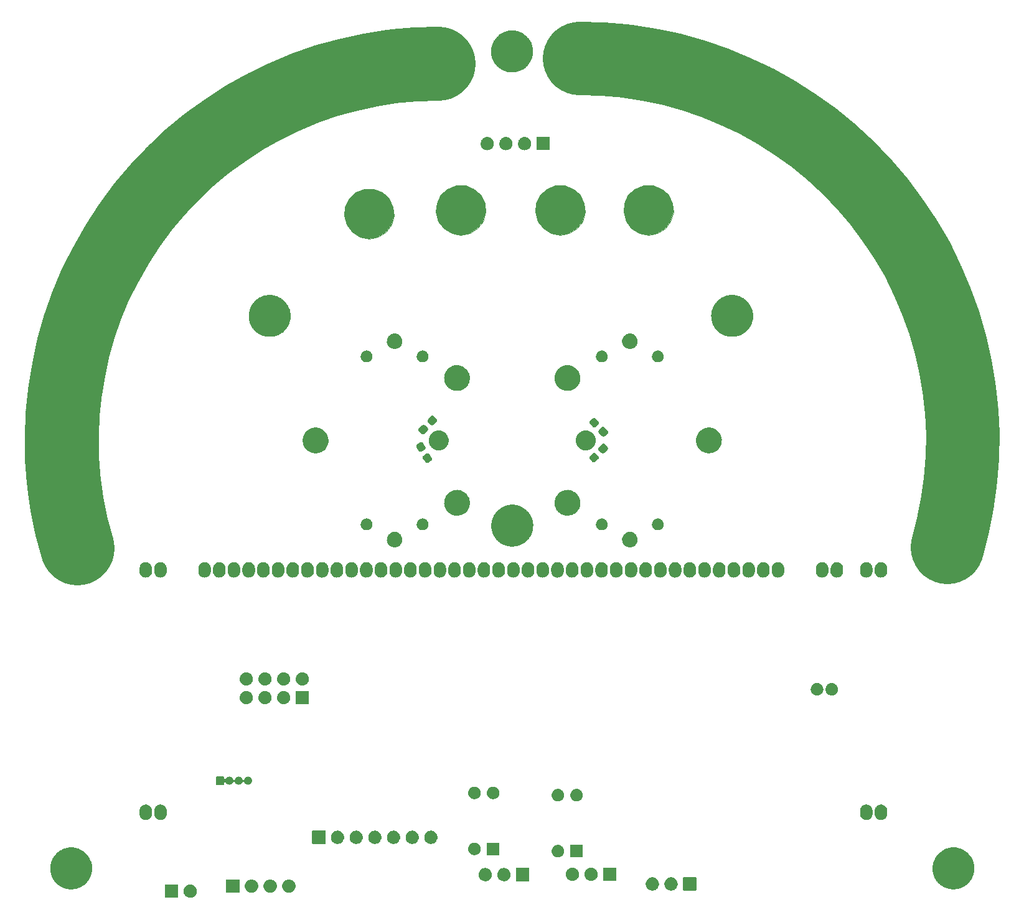
<source format=gts>
G04 #@! TF.GenerationSoftware,KiCad,Pcbnew,(5.99.0-286-g11f0acefe)*
G04 #@! TF.CreationDate,2019-11-05T18:07:44-05:00*
G04 #@! TF.ProjectId,MotorcycleSpeedo,4d6f746f-7263-4796-936c-655370656564,rev?*
G04 #@! TF.SameCoordinates,Original*
G04 #@! TF.FileFunction,Soldermask,Top*
G04 #@! TF.FilePolarity,Negative*
%FSLAX46Y46*%
G04 Gerber Fmt 4.6, Leading zero omitted, Abs format (unit mm)*
G04 Created by KiCad (PCBNEW (5.99.0-286-g11f0acefe)) date 2019-11-05 18:07:44*
%MOMM*%
%LPD*%
G04 APERTURE LIST*
%ADD10C,9.999999*%
%ADD11C,10.087999*%
%ADD12C,0.199999*%
%ADD13C,0.100000*%
G04 APERTURE END LIST*
D10*
X273030735Y-127972498D02*
X273822710Y-124927581D01*
D11*
X153870939Y-125012351D02*
X154666770Y-128015101D01*
X153261227Y-121983590D02*
X153870939Y-125012351D01*
X152836557Y-118937060D02*
X153261227Y-121983590D01*
X152595854Y-115881005D02*
X152836557Y-118937060D01*
X152538042Y-112823668D02*
X152595854Y-115881005D01*
X152662045Y-109773291D02*
X152538042Y-112823668D01*
X152966787Y-106738119D02*
X152662045Y-109773291D01*
X153451192Y-103726393D02*
X152966787Y-106738119D01*
X154114186Y-100746357D02*
X153451192Y-103726393D01*
X154954691Y-97806255D02*
X154114186Y-100746357D01*
X155971632Y-94914329D02*
X154954691Y-97806255D01*
X157163934Y-92078822D02*
X155971632Y-94914329D01*
X158530520Y-89307977D02*
X157163934Y-92078822D01*
X160070314Y-86610038D02*
X158530520Y-89307977D01*
X161782241Y-83993247D02*
X160070314Y-86610038D01*
X161782241Y-83993247D02*
X161782241Y-83993247D01*
X163650048Y-81485343D02*
X161782241Y-83993247D01*
X165653284Y-79111130D02*
X163650048Y-81485343D01*
X167784582Y-76874457D02*
X165653284Y-79111130D01*
X170036570Y-74779169D02*
X167784582Y-76874457D01*
X172401881Y-72829115D02*
X170036570Y-74779169D01*
X174873144Y-71028140D02*
X172401881Y-72829115D01*
X177442991Y-69380091D02*
X174873144Y-71028140D01*
X180104051Y-67888816D02*
X177442991Y-69380091D01*
X182848956Y-66558161D02*
X180104051Y-67888816D01*
X185670336Y-65391973D02*
X182848956Y-66558161D01*
X188560823Y-64394099D02*
X185670336Y-65391973D01*
X191513046Y-63568386D02*
X188560823Y-64394099D01*
X194519636Y-62918680D02*
X191513046Y-63568386D01*
X197573223Y-62448828D02*
X194519636Y-62918680D01*
X200666440Y-62162677D02*
X197573223Y-62448828D01*
X203791915Y-62064075D02*
X200666440Y-62162677D01*
D10*
X226134331Y-61491755D02*
X222968383Y-61406478D01*
X229268484Y-61767131D02*
X226134331Y-61491755D01*
X232363359Y-62228744D02*
X229268484Y-61767131D01*
X235411476Y-62872733D02*
X232363359Y-62228744D01*
X238405352Y-63695236D02*
X235411476Y-62872733D01*
X241337506Y-64692391D02*
X238405352Y-63695236D01*
X244200456Y-65860337D02*
X241337506Y-64692391D01*
X246986721Y-67195211D02*
X244200456Y-65860337D01*
X249688818Y-68693153D02*
X246986721Y-67195211D01*
X252299265Y-70350301D02*
X249688818Y-68693153D01*
X254810583Y-72162792D02*
X252299265Y-70350301D01*
X257215287Y-74126766D02*
X254810583Y-72162792D01*
X259505898Y-76238360D02*
X257215287Y-74126766D01*
X261674932Y-78493713D02*
X259505898Y-76238360D01*
X263714909Y-80888964D02*
X261674932Y-78493713D01*
X265618347Y-83420249D02*
X263714909Y-80888964D01*
X265618347Y-83420249D02*
X265618347Y-83420249D01*
X267364424Y-86062544D02*
X265618347Y-83420249D01*
X268936543Y-88787831D02*
X267364424Y-86062544D01*
X270333578Y-91587766D02*
X268936543Y-88787831D01*
X271554399Y-94454006D02*
X270333578Y-91587766D01*
X272597878Y-97378207D02*
X271554399Y-94454006D01*
X273462888Y-100352026D02*
X272597878Y-97378207D01*
X274148301Y-103367118D02*
X273462888Y-100352026D01*
X274652988Y-106415142D02*
X274148301Y-103367118D01*
X274975822Y-109487752D02*
X274652988Y-106415142D01*
X275115674Y-112576605D02*
X274975822Y-109487752D01*
X275071417Y-115673358D02*
X275115674Y-112576605D01*
X274841923Y-118769668D02*
X275071417Y-115673358D01*
X274426063Y-121857190D02*
X274841923Y-118769668D01*
X273822710Y-124927581D02*
X274426063Y-121857190D01*
D12*
X154666792Y-128010056D02*
X155649795Y-130978546D01*
X153870981Y-125007313D02*
X154666792Y-128010056D01*
X153261286Y-121978559D02*
X153870981Y-125007313D01*
X152836632Y-118932038D02*
X153261286Y-121978559D01*
X152595943Y-115875991D02*
X152836632Y-118932038D01*
X152538144Y-112818663D02*
X152595943Y-115875991D01*
X152662157Y-109768296D02*
X152538144Y-112818663D01*
X152966909Y-106733134D02*
X152662157Y-109768296D01*
X153451322Y-103721419D02*
X152966909Y-106733134D01*
X154114322Y-100741394D02*
X153451322Y-103721419D01*
X154954833Y-97801303D02*
X154114322Y-100741394D01*
X155971778Y-94909389D02*
X154954833Y-97801303D01*
X157164083Y-92073894D02*
X155971778Y-94909389D01*
X158530671Y-89303061D02*
X157164083Y-92073894D01*
X160070466Y-86605135D02*
X158530671Y-89303061D01*
X161782394Y-83988357D02*
X160070466Y-86605135D01*
X161782394Y-83988357D02*
X161782394Y-83988357D01*
X163650197Y-81480466D02*
X161782394Y-83988357D01*
X165653429Y-79106266D02*
X163650197Y-81480466D01*
X167784721Y-76869605D02*
X165653429Y-79106266D01*
X170036703Y-74774328D02*
X167784721Y-76869605D01*
X172402007Y-72824283D02*
X170036703Y-74774328D01*
X174873262Y-71023316D02*
X172402007Y-72824283D01*
X177443099Y-69375274D02*
X174873262Y-71023316D01*
X180104150Y-67884005D02*
X177443099Y-69375274D01*
X182849045Y-66553354D02*
X180104150Y-67884005D01*
X185670414Y-65387168D02*
X182849045Y-66553354D01*
X188560889Y-64389295D02*
X185670414Y-65387168D01*
X191513099Y-63563582D02*
X188560889Y-64389295D01*
X194519677Y-62913874D02*
X191513099Y-63563582D01*
X197573251Y-62444018D02*
X194519677Y-62913874D01*
X200666454Y-62157863D02*
X197573251Y-62444018D01*
X203791915Y-62059253D02*
X200666454Y-62157863D01*
X154666770Y-128015101D02*
X155649795Y-130983596D01*
X153870939Y-125012351D02*
X154666770Y-128015101D01*
X153261227Y-121983590D02*
X153870939Y-125012351D01*
X152836557Y-118937060D02*
X153261227Y-121983590D01*
X152595854Y-115881005D02*
X152836557Y-118937060D01*
X152538042Y-112823668D02*
X152595854Y-115881005D01*
X152662045Y-109773291D02*
X152538042Y-112823668D01*
X152966787Y-106738119D02*
X152662045Y-109773291D01*
X153451192Y-103726393D02*
X152966787Y-106738119D01*
X154114186Y-100746357D02*
X153451192Y-103726393D01*
X154954691Y-97806255D02*
X154114186Y-100746357D01*
X155971632Y-94914329D02*
X154954691Y-97806255D01*
X157163934Y-92078822D02*
X155971632Y-94914329D01*
X158530520Y-89307977D02*
X157163934Y-92078822D01*
X160070314Y-86610038D02*
X158530520Y-89307977D01*
X161782241Y-83993247D02*
X160070314Y-86610038D01*
X161782241Y-83993247D02*
X161782241Y-83993247D01*
X163650048Y-81485343D02*
X161782241Y-83993247D01*
X165653284Y-79111130D02*
X163650048Y-81485343D01*
X167784582Y-76874457D02*
X165653284Y-79111130D01*
X170036570Y-74779169D02*
X167784582Y-76874457D01*
X172401881Y-72829115D02*
X170036570Y-74779169D01*
X174873144Y-71028140D02*
X172401881Y-72829115D01*
X177442991Y-69380091D02*
X174873144Y-71028140D01*
X180104051Y-67888816D02*
X177442991Y-69380091D01*
X182848956Y-66558161D02*
X180104051Y-67888816D01*
X185670336Y-65391973D02*
X182848956Y-66558161D01*
X188560823Y-64394099D02*
X185670336Y-65391973D01*
X191513046Y-63568386D02*
X188560823Y-64394099D01*
X194519636Y-62918680D02*
X191513046Y-63568386D01*
X197573223Y-62448828D02*
X194519636Y-62918680D01*
X200666440Y-62162677D02*
X197573223Y-62448828D01*
X203791915Y-62064075D02*
X200666440Y-62162677D01*
X226134331Y-61491755D02*
X222968383Y-61406478D01*
X229268484Y-61767131D02*
X226134331Y-61491755D01*
X232363359Y-62228744D02*
X229268484Y-61767131D01*
X235411476Y-62872733D02*
X232363359Y-62228744D01*
X238405352Y-63695236D02*
X235411476Y-62872733D01*
X241337506Y-64692391D02*
X238405352Y-63695236D01*
X244200456Y-65860337D02*
X241337506Y-64692391D01*
X246986721Y-67195211D02*
X244200456Y-65860337D01*
X249688818Y-68693153D02*
X246986721Y-67195211D01*
X252299265Y-70350301D02*
X249688818Y-68693153D01*
X254810583Y-72162792D02*
X252299265Y-70350301D01*
X257215287Y-74126766D02*
X254810583Y-72162792D01*
X259505898Y-76238360D02*
X257215287Y-74126766D01*
X261674932Y-78493713D02*
X259505898Y-76238360D01*
X263714909Y-80888964D02*
X261674932Y-78493713D01*
X265618347Y-83420249D02*
X263714909Y-80888964D01*
X265618347Y-83420249D02*
X265618347Y-83420249D01*
X267364424Y-86062544D02*
X265618347Y-83420249D01*
X268936543Y-88787831D02*
X267364424Y-86062544D01*
X270333578Y-91587766D02*
X268936543Y-88787831D01*
X271554399Y-94454006D02*
X270333578Y-91587766D01*
X272597878Y-97378207D02*
X271554399Y-94454006D01*
X273462888Y-100352026D02*
X272597878Y-97378207D01*
X274148301Y-103367118D02*
X273462888Y-100352026D01*
X274652988Y-106415142D02*
X274148301Y-103367118D01*
X274975822Y-109487752D02*
X274652988Y-106415142D01*
X275115674Y-112576605D02*
X274975822Y-109487752D01*
X275071417Y-115673358D02*
X275115674Y-112576605D01*
X274841923Y-118769668D02*
X275071417Y-115673358D01*
X274426063Y-121857190D02*
X274841923Y-118769668D01*
X273822710Y-124927581D02*
X274426063Y-121857190D01*
X273030735Y-127972498D02*
X273822710Y-124927581D01*
X272049011Y-130983596D02*
X273030735Y-127972498D01*
X154666792Y-128010056D02*
X155649795Y-130978546D01*
X153870981Y-125007313D02*
X154666792Y-128010056D01*
X153261286Y-121978559D02*
X153870981Y-125007313D01*
X152836632Y-118932038D02*
X153261286Y-121978559D01*
X152595943Y-115875991D02*
X152836632Y-118932038D01*
X152538144Y-112818663D02*
X152595943Y-115875991D01*
X152662157Y-109768296D02*
X152538144Y-112818663D01*
X152966909Y-106733134D02*
X152662157Y-109768296D01*
X153451322Y-103721419D02*
X152966909Y-106733134D01*
X154114322Y-100741394D02*
X153451322Y-103721419D01*
X154954833Y-97801303D02*
X154114322Y-100741394D01*
X155971778Y-94909389D02*
X154954833Y-97801303D01*
X157164083Y-92073894D02*
X155971778Y-94909389D01*
X158530671Y-89303061D02*
X157164083Y-92073894D01*
X160070466Y-86605135D02*
X158530671Y-89303061D01*
X161782394Y-83988357D02*
X160070466Y-86605135D01*
X161782394Y-83988357D02*
X161782394Y-83988357D01*
X163650197Y-81480466D02*
X161782394Y-83988357D01*
X165653429Y-79106266D02*
X163650197Y-81480466D01*
X167784721Y-76869605D02*
X165653429Y-79106266D01*
X170036703Y-74774328D02*
X167784721Y-76869605D01*
X172402007Y-72824283D02*
X170036703Y-74774328D01*
X174873262Y-71023316D02*
X172402007Y-72824283D01*
X177443099Y-69375274D02*
X174873262Y-71023316D01*
X180104150Y-67884005D02*
X177443099Y-69375274D01*
X182849045Y-66553354D02*
X180104150Y-67884005D01*
X185670414Y-65387168D02*
X182849045Y-66553354D01*
X188560889Y-64389295D02*
X185670414Y-65387168D01*
X191513099Y-63563582D02*
X188560889Y-64389295D01*
X194519677Y-62913874D02*
X191513099Y-63563582D01*
X197573251Y-62444018D02*
X194519677Y-62913874D01*
X200666454Y-62157863D02*
X197573251Y-62444018D01*
X203791915Y-62059253D02*
X200666454Y-62157863D01*
G36*
X234149869Y-79139262D02*
G01*
X235073259Y-79981042D01*
X235630207Y-81099546D01*
X235745496Y-82343712D01*
X235403555Y-83545510D01*
X234650565Y-84542630D01*
X233588222Y-85200406D01*
X232360000Y-85430000D01*
X231131778Y-85200406D01*
X230069435Y-84542630D01*
X229316445Y-83545510D01*
X228974504Y-82343712D01*
X229089793Y-81099546D01*
X229646741Y-79981042D01*
X230570131Y-79139262D01*
X231735252Y-78687891D01*
X232984748Y-78687891D01*
X234149869Y-79139262D01*
G37*
D13*
X234149869Y-79139262D02*
X235073259Y-79981042D01*
X235630207Y-81099546D01*
X235745496Y-82343712D01*
X235403555Y-83545510D01*
X234650565Y-84542630D01*
X233588222Y-85200406D01*
X232360000Y-85430000D01*
X231131778Y-85200406D01*
X230069435Y-84542630D01*
X229316445Y-83545510D01*
X228974504Y-82343712D01*
X229089793Y-81099546D01*
X229646741Y-79981042D01*
X230570131Y-79139262D01*
X231735252Y-78687891D01*
X232984748Y-78687891D01*
X234149869Y-79139262D01*
G36*
X222149869Y-79139262D02*
G01*
X223073259Y-79981042D01*
X223630207Y-81099546D01*
X223745496Y-82343712D01*
X223403555Y-83545510D01*
X222650565Y-84542630D01*
X221588222Y-85200406D01*
X220360000Y-85430000D01*
X219131778Y-85200406D01*
X218069435Y-84542630D01*
X217316445Y-83545510D01*
X216974504Y-82343712D01*
X217089793Y-81099546D01*
X217646741Y-79981042D01*
X218570131Y-79139262D01*
X219735252Y-78687891D01*
X220984748Y-78687891D01*
X222149869Y-79139262D01*
G37*
X222149869Y-79139262D02*
X223073259Y-79981042D01*
X223630207Y-81099546D01*
X223745496Y-82343712D01*
X223403555Y-83545510D01*
X222650565Y-84542630D01*
X221588222Y-85200406D01*
X220360000Y-85430000D01*
X219131778Y-85200406D01*
X218069435Y-84542630D01*
X217316445Y-83545510D01*
X216974504Y-82343712D01*
X217089793Y-81099546D01*
X217646741Y-79981042D01*
X218570131Y-79139262D01*
X219735252Y-78687891D01*
X220984748Y-78687891D01*
X222149869Y-79139262D01*
G36*
X208649869Y-79139262D02*
G01*
X209573259Y-79981042D01*
X210130207Y-81099546D01*
X210245496Y-82343712D01*
X209903555Y-83545510D01*
X209150565Y-84542630D01*
X208088222Y-85200406D01*
X206860000Y-85430000D01*
X205631778Y-85200406D01*
X204569435Y-84542630D01*
X203816445Y-83545510D01*
X203474504Y-82343712D01*
X203589793Y-81099546D01*
X204146741Y-79981042D01*
X205070131Y-79139262D01*
X206235252Y-78687891D01*
X207484748Y-78687891D01*
X208649869Y-79139262D01*
G37*
X208649869Y-79139262D02*
X209573259Y-79981042D01*
X210130207Y-81099546D01*
X210245496Y-82343712D01*
X209903555Y-83545510D01*
X209150565Y-84542630D01*
X208088222Y-85200406D01*
X206860000Y-85430000D01*
X205631778Y-85200406D01*
X204569435Y-84542630D01*
X203816445Y-83545510D01*
X203474504Y-82343712D01*
X203589793Y-81099546D01*
X204146741Y-79981042D01*
X205070131Y-79139262D01*
X206235252Y-78687891D01*
X207484748Y-78687891D01*
X208649869Y-79139262D01*
G36*
X196149869Y-79639262D02*
G01*
X197073259Y-80481042D01*
X197630207Y-81599546D01*
X197745496Y-82843712D01*
X197403555Y-84045510D01*
X196650565Y-85042630D01*
X195588222Y-85700406D01*
X194360000Y-85930000D01*
X193131778Y-85700406D01*
X192069435Y-85042630D01*
X191316445Y-84045510D01*
X190974504Y-82843712D01*
X191089793Y-81599546D01*
X191646741Y-80481042D01*
X192570131Y-79639262D01*
X193735252Y-79187891D01*
X194984748Y-79187891D01*
X196149869Y-79639262D01*
G37*
X196149869Y-79639262D02*
X197073259Y-80481042D01*
X197630207Y-81599546D01*
X197745496Y-82843712D01*
X197403555Y-84045510D01*
X196650565Y-85042630D01*
X195588222Y-85700406D01*
X194360000Y-85930000D01*
X193131778Y-85700406D01*
X192069435Y-85042630D01*
X191316445Y-84045510D01*
X190974504Y-82843712D01*
X191089793Y-81599546D01*
X191646741Y-80481042D01*
X192570131Y-79639262D01*
X193735252Y-79187891D01*
X194984748Y-79187891D01*
X196149869Y-79639262D01*
G36*
X170089902Y-173824283D02*
G01*
X170134637Y-173824595D01*
X170178460Y-173833590D01*
X170228360Y-173838835D01*
X170270132Y-173852408D01*
X170307723Y-173860124D01*
X170354851Y-173879935D01*
X170408488Y-173897363D01*
X170441099Y-173916191D01*
X170470614Y-173928598D01*
X170518301Y-173960763D01*
X170572511Y-173992061D01*
X170595826Y-174013054D01*
X170617101Y-174027404D01*
X170662183Y-174072802D01*
X170713261Y-174118793D01*
X170728003Y-174139083D01*
X170741608Y-174152784D01*
X170780643Y-174211537D01*
X170824586Y-174272019D01*
X170832221Y-174289168D01*
X170839388Y-174299955D01*
X170868865Y-174371472D01*
X170901621Y-174445042D01*
X170904211Y-174457225D01*
X170906724Y-174463323D01*
X170923292Y-174546997D01*
X170940999Y-174630301D01*
X170940999Y-174819699D01*
X170938115Y-174833269D01*
X170938030Y-174839331D01*
X170919342Y-174921585D01*
X170901621Y-175004958D01*
X170899129Y-175010555D01*
X170899078Y-175010780D01*
X170827210Y-175172197D01*
X170827078Y-175172385D01*
X170824586Y-175177981D01*
X170774480Y-175246946D01*
X170725357Y-175316582D01*
X170720585Y-175321126D01*
X170713261Y-175331207D01*
X170653396Y-175385110D01*
X170597396Y-175438438D01*
X170586464Y-175445376D01*
X170572511Y-175457939D01*
X170507764Y-175495321D01*
X170448211Y-175533114D01*
X170430209Y-175540097D01*
X170408488Y-175552637D01*
X170343115Y-175573878D01*
X170283468Y-175597014D01*
X170258200Y-175601469D01*
X170228360Y-175611165D01*
X170166095Y-175617709D01*
X170109460Y-175627695D01*
X170077459Y-175627025D01*
X170040000Y-175630962D01*
X169983902Y-175625066D01*
X169932799Y-175623996D01*
X169895323Y-175615756D01*
X169851640Y-175611165D01*
X169803917Y-175595659D01*
X169760225Y-175586052D01*
X169719230Y-175568142D01*
X169671512Y-175552637D01*
X169633473Y-175530675D01*
X169598310Y-175515313D01*
X169556337Y-175486141D01*
X169507489Y-175457939D01*
X169479504Y-175432741D01*
X169453215Y-175414470D01*
X169413257Y-175373092D01*
X169366739Y-175331207D01*
X169348296Y-175305823D01*
X169330473Y-175287366D01*
X169295821Y-175233597D01*
X169255414Y-175177981D01*
X169245212Y-175155066D01*
X169234754Y-175138839D01*
X169208789Y-175073261D01*
X169178379Y-175004958D01*
X169174476Y-174986596D01*
X169169707Y-174974551D01*
X169155740Y-174898448D01*
X169139001Y-174819699D01*
X169139001Y-174807246D01*
X169137811Y-174800762D01*
X169139001Y-174715535D01*
X169139001Y-174630301D01*
X169140275Y-174624308D01*
X169140278Y-174624077D01*
X169177015Y-174451246D01*
X169177105Y-174451036D01*
X169178379Y-174445042D01*
X169213042Y-174367188D01*
X169246622Y-174288839D01*
X169250348Y-174283397D01*
X169255414Y-174272019D01*
X169302746Y-174206872D01*
X169346452Y-174143041D01*
X169355706Y-174133979D01*
X169366739Y-174118793D01*
X169422297Y-174068769D01*
X169472693Y-174019417D01*
X169488848Y-174008846D01*
X169507489Y-173992061D01*
X169567026Y-173957687D01*
X169620551Y-173922662D01*
X169644340Y-173913050D01*
X169671512Y-173897363D01*
X169731045Y-173878019D01*
X169784376Y-173856472D01*
X169815820Y-173850474D01*
X169851640Y-173838835D01*
X169907744Y-173832938D01*
X169957945Y-173823362D01*
X169996312Y-173823630D01*
X170040000Y-173819038D01*
X170089902Y-173824283D01*
G37*
G36*
X168369899Y-173826959D02*
G01*
X168386769Y-173838231D01*
X168398041Y-173855101D01*
X168404448Y-173887312D01*
X168404448Y-175562688D01*
X168401999Y-175575000D01*
X168398041Y-175594899D01*
X168386769Y-175611769D01*
X168369899Y-175623041D01*
X168350000Y-175626999D01*
X168337688Y-175629448D01*
X166662312Y-175629448D01*
X166630101Y-175623041D01*
X166613231Y-175611769D01*
X166601959Y-175594899D01*
X166595552Y-175562688D01*
X166595552Y-173887312D01*
X166601959Y-173855101D01*
X166613231Y-173838231D01*
X166630101Y-173826959D01*
X166662312Y-173820552D01*
X168337688Y-173820552D01*
X168369899Y-173826959D01*
G37*
G36*
X178439902Y-173149283D02*
G01*
X178484637Y-173149595D01*
X178528460Y-173158590D01*
X178578360Y-173163835D01*
X178620132Y-173177408D01*
X178657723Y-173185124D01*
X178704851Y-173204935D01*
X178758488Y-173222363D01*
X178791099Y-173241191D01*
X178820614Y-173253598D01*
X178868301Y-173285763D01*
X178922511Y-173317061D01*
X178945826Y-173338054D01*
X178967101Y-173352404D01*
X179012183Y-173397802D01*
X179063261Y-173443793D01*
X179078003Y-173464083D01*
X179091608Y-173477784D01*
X179130643Y-173536537D01*
X179174586Y-173597019D01*
X179182221Y-173614168D01*
X179189388Y-173624955D01*
X179218865Y-173696472D01*
X179251621Y-173770042D01*
X179254211Y-173782225D01*
X179256724Y-173788323D01*
X179273292Y-173871997D01*
X179290999Y-173955301D01*
X179290999Y-174144699D01*
X179288115Y-174158269D01*
X179288030Y-174164331D01*
X179269342Y-174246585D01*
X179251621Y-174329958D01*
X179249129Y-174335555D01*
X179249078Y-174335780D01*
X179177210Y-174497197D01*
X179177078Y-174497385D01*
X179174586Y-174502981D01*
X179124480Y-174571946D01*
X179075357Y-174641582D01*
X179070585Y-174646126D01*
X179063261Y-174656207D01*
X179003396Y-174710110D01*
X178947396Y-174763438D01*
X178936464Y-174770376D01*
X178922511Y-174782939D01*
X178857764Y-174820321D01*
X178798211Y-174858114D01*
X178780209Y-174865097D01*
X178758488Y-174877637D01*
X178693115Y-174898878D01*
X178633468Y-174922014D01*
X178608200Y-174926469D01*
X178578360Y-174936165D01*
X178516095Y-174942709D01*
X178459460Y-174952695D01*
X178427459Y-174952025D01*
X178390000Y-174955962D01*
X178333902Y-174950066D01*
X178282799Y-174948996D01*
X178245323Y-174940756D01*
X178201640Y-174936165D01*
X178153917Y-174920659D01*
X178110225Y-174911052D01*
X178069230Y-174893142D01*
X178021512Y-174877637D01*
X177983473Y-174855675D01*
X177948310Y-174840313D01*
X177906337Y-174811141D01*
X177857489Y-174782939D01*
X177829504Y-174757741D01*
X177803215Y-174739470D01*
X177763257Y-174698092D01*
X177716739Y-174656207D01*
X177698296Y-174630823D01*
X177680473Y-174612366D01*
X177645821Y-174558597D01*
X177605414Y-174502981D01*
X177595212Y-174480066D01*
X177584754Y-174463839D01*
X177558789Y-174398261D01*
X177528379Y-174329958D01*
X177524476Y-174311596D01*
X177519707Y-174299551D01*
X177505740Y-174223448D01*
X177489001Y-174144699D01*
X177489001Y-174132246D01*
X177487811Y-174125762D01*
X177489001Y-174040535D01*
X177489001Y-173955301D01*
X177490275Y-173949308D01*
X177490278Y-173949077D01*
X177527015Y-173776246D01*
X177527105Y-173776036D01*
X177528379Y-173770042D01*
X177563042Y-173692188D01*
X177596622Y-173613839D01*
X177600348Y-173608397D01*
X177605414Y-173597019D01*
X177652746Y-173531872D01*
X177696452Y-173468041D01*
X177705706Y-173458979D01*
X177716739Y-173443793D01*
X177772297Y-173393769D01*
X177822693Y-173344417D01*
X177838848Y-173333846D01*
X177857489Y-173317061D01*
X177917026Y-173282687D01*
X177970551Y-173247662D01*
X177994340Y-173238050D01*
X178021512Y-173222363D01*
X178081045Y-173203019D01*
X178134376Y-173181472D01*
X178165820Y-173175474D01*
X178201640Y-173163835D01*
X178257744Y-173157938D01*
X178307945Y-173148362D01*
X178346312Y-173148630D01*
X178390000Y-173144038D01*
X178439902Y-173149283D01*
G37*
G36*
X180979902Y-173149283D02*
G01*
X181024637Y-173149595D01*
X181068460Y-173158590D01*
X181118360Y-173163835D01*
X181160132Y-173177408D01*
X181197723Y-173185124D01*
X181244851Y-173204935D01*
X181298488Y-173222363D01*
X181331099Y-173241191D01*
X181360614Y-173253598D01*
X181408301Y-173285763D01*
X181462511Y-173317061D01*
X181485826Y-173338054D01*
X181507101Y-173352404D01*
X181552183Y-173397802D01*
X181603261Y-173443793D01*
X181618003Y-173464083D01*
X181631608Y-173477784D01*
X181670643Y-173536537D01*
X181714586Y-173597019D01*
X181722221Y-173614168D01*
X181729388Y-173624955D01*
X181758865Y-173696472D01*
X181791621Y-173770042D01*
X181794211Y-173782225D01*
X181796724Y-173788323D01*
X181813292Y-173871997D01*
X181830999Y-173955301D01*
X181830999Y-174144699D01*
X181828115Y-174158269D01*
X181828030Y-174164331D01*
X181809342Y-174246585D01*
X181791621Y-174329958D01*
X181789129Y-174335555D01*
X181789078Y-174335780D01*
X181717210Y-174497197D01*
X181717078Y-174497385D01*
X181714586Y-174502981D01*
X181664480Y-174571946D01*
X181615357Y-174641582D01*
X181610585Y-174646126D01*
X181603261Y-174656207D01*
X181543396Y-174710110D01*
X181487396Y-174763438D01*
X181476464Y-174770376D01*
X181462511Y-174782939D01*
X181397764Y-174820321D01*
X181338211Y-174858114D01*
X181320209Y-174865097D01*
X181298488Y-174877637D01*
X181233115Y-174898878D01*
X181173468Y-174922014D01*
X181148200Y-174926469D01*
X181118360Y-174936165D01*
X181056095Y-174942709D01*
X180999460Y-174952695D01*
X180967459Y-174952025D01*
X180930000Y-174955962D01*
X180873902Y-174950066D01*
X180822799Y-174948996D01*
X180785323Y-174940756D01*
X180741640Y-174936165D01*
X180693917Y-174920659D01*
X180650225Y-174911052D01*
X180609230Y-174893142D01*
X180561512Y-174877637D01*
X180523473Y-174855675D01*
X180488310Y-174840313D01*
X180446337Y-174811141D01*
X180397489Y-174782939D01*
X180369504Y-174757741D01*
X180343215Y-174739470D01*
X180303257Y-174698092D01*
X180256739Y-174656207D01*
X180238296Y-174630823D01*
X180220473Y-174612366D01*
X180185821Y-174558597D01*
X180145414Y-174502981D01*
X180135212Y-174480066D01*
X180124754Y-174463839D01*
X180098789Y-174398261D01*
X180068379Y-174329958D01*
X180064476Y-174311596D01*
X180059707Y-174299551D01*
X180045740Y-174223448D01*
X180029001Y-174144699D01*
X180029001Y-174132246D01*
X180027811Y-174125762D01*
X180029001Y-174040535D01*
X180029001Y-173955301D01*
X180030275Y-173949308D01*
X180030278Y-173949077D01*
X180067015Y-173776246D01*
X180067105Y-173776036D01*
X180068379Y-173770042D01*
X180103042Y-173692188D01*
X180136622Y-173613839D01*
X180140348Y-173608397D01*
X180145414Y-173597019D01*
X180192746Y-173531872D01*
X180236452Y-173468041D01*
X180245706Y-173458979D01*
X180256739Y-173443793D01*
X180312297Y-173393769D01*
X180362693Y-173344417D01*
X180378848Y-173333846D01*
X180397489Y-173317061D01*
X180457026Y-173282687D01*
X180510551Y-173247662D01*
X180534340Y-173238050D01*
X180561512Y-173222363D01*
X180621045Y-173203019D01*
X180674376Y-173181472D01*
X180705820Y-173175474D01*
X180741640Y-173163835D01*
X180797744Y-173157938D01*
X180847945Y-173148362D01*
X180886312Y-173148630D01*
X180930000Y-173144038D01*
X180979902Y-173149283D01*
G37*
G36*
X183519902Y-173149283D02*
G01*
X183564637Y-173149595D01*
X183608460Y-173158590D01*
X183658360Y-173163835D01*
X183700132Y-173177408D01*
X183737723Y-173185124D01*
X183784851Y-173204935D01*
X183838488Y-173222363D01*
X183871099Y-173241191D01*
X183900614Y-173253598D01*
X183948301Y-173285763D01*
X184002511Y-173317061D01*
X184025826Y-173338054D01*
X184047101Y-173352404D01*
X184092183Y-173397802D01*
X184143261Y-173443793D01*
X184158003Y-173464083D01*
X184171608Y-173477784D01*
X184210643Y-173536537D01*
X184254586Y-173597019D01*
X184262221Y-173614168D01*
X184269388Y-173624955D01*
X184298865Y-173696472D01*
X184331621Y-173770042D01*
X184334211Y-173782225D01*
X184336724Y-173788323D01*
X184353292Y-173871997D01*
X184370999Y-173955301D01*
X184370999Y-174144699D01*
X184368115Y-174158269D01*
X184368030Y-174164331D01*
X184349342Y-174246585D01*
X184331621Y-174329958D01*
X184329129Y-174335555D01*
X184329078Y-174335780D01*
X184257210Y-174497197D01*
X184257078Y-174497385D01*
X184254586Y-174502981D01*
X184204480Y-174571946D01*
X184155357Y-174641582D01*
X184150585Y-174646126D01*
X184143261Y-174656207D01*
X184083396Y-174710110D01*
X184027396Y-174763438D01*
X184016464Y-174770376D01*
X184002511Y-174782939D01*
X183937764Y-174820321D01*
X183878211Y-174858114D01*
X183860209Y-174865097D01*
X183838488Y-174877637D01*
X183773115Y-174898878D01*
X183713468Y-174922014D01*
X183688200Y-174926469D01*
X183658360Y-174936165D01*
X183596095Y-174942709D01*
X183539460Y-174952695D01*
X183507459Y-174952025D01*
X183470000Y-174955962D01*
X183413902Y-174950066D01*
X183362799Y-174948996D01*
X183325323Y-174940756D01*
X183281640Y-174936165D01*
X183233917Y-174920659D01*
X183190225Y-174911052D01*
X183149230Y-174893142D01*
X183101512Y-174877637D01*
X183063473Y-174855675D01*
X183028310Y-174840313D01*
X182986337Y-174811141D01*
X182937489Y-174782939D01*
X182909504Y-174757741D01*
X182883215Y-174739470D01*
X182843257Y-174698092D01*
X182796739Y-174656207D01*
X182778296Y-174630823D01*
X182760473Y-174612366D01*
X182725821Y-174558597D01*
X182685414Y-174502981D01*
X182675212Y-174480066D01*
X182664754Y-174463839D01*
X182638789Y-174398261D01*
X182608379Y-174329958D01*
X182604476Y-174311596D01*
X182599707Y-174299551D01*
X182585740Y-174223448D01*
X182569001Y-174144699D01*
X182569001Y-174132246D01*
X182567811Y-174125762D01*
X182569001Y-174040535D01*
X182569001Y-173955301D01*
X182570275Y-173949308D01*
X182570278Y-173949077D01*
X182607015Y-173776246D01*
X182607105Y-173776036D01*
X182608379Y-173770042D01*
X182643042Y-173692188D01*
X182676622Y-173613839D01*
X182680348Y-173608397D01*
X182685414Y-173597019D01*
X182732746Y-173531872D01*
X182776452Y-173468041D01*
X182785706Y-173458979D01*
X182796739Y-173443793D01*
X182852297Y-173393769D01*
X182902693Y-173344417D01*
X182918848Y-173333846D01*
X182937489Y-173317061D01*
X182997026Y-173282687D01*
X183050551Y-173247662D01*
X183074340Y-173238050D01*
X183101512Y-173222363D01*
X183161045Y-173203019D01*
X183214376Y-173181472D01*
X183245820Y-173175474D01*
X183281640Y-173163835D01*
X183337744Y-173157938D01*
X183387945Y-173148362D01*
X183426312Y-173148630D01*
X183470000Y-173144038D01*
X183519902Y-173149283D01*
G37*
G36*
X176719899Y-173151959D02*
G01*
X176736769Y-173163231D01*
X176748041Y-173180101D01*
X176754448Y-173212312D01*
X176754448Y-174887688D01*
X176751999Y-174900000D01*
X176748041Y-174919899D01*
X176736769Y-174936769D01*
X176719899Y-174948041D01*
X176700000Y-174951999D01*
X176687688Y-174954448D01*
X175012312Y-174954448D01*
X174980101Y-174948041D01*
X174963231Y-174936769D01*
X174951959Y-174919899D01*
X174945552Y-174887688D01*
X174945552Y-173212312D01*
X174951959Y-173180101D01*
X174963231Y-173163231D01*
X174980101Y-173151959D01*
X175012312Y-173145552D01*
X176687688Y-173145552D01*
X176719899Y-173151959D01*
G37*
G36*
X232959904Y-172849282D02*
G01*
X233004639Y-172849594D01*
X233048462Y-172858589D01*
X233098362Y-172863834D01*
X233140134Y-172877407D01*
X233177725Y-172885123D01*
X233224853Y-172904934D01*
X233278490Y-172922362D01*
X233311101Y-172941190D01*
X233340616Y-172953597D01*
X233388303Y-172985762D01*
X233442513Y-173017060D01*
X233465828Y-173038053D01*
X233487103Y-173052403D01*
X233532185Y-173097801D01*
X233583263Y-173143792D01*
X233598005Y-173164082D01*
X233611610Y-173177783D01*
X233650645Y-173236536D01*
X233694588Y-173297018D01*
X233702223Y-173314167D01*
X233709390Y-173324954D01*
X233738867Y-173396471D01*
X233771623Y-173470041D01*
X233774213Y-173482224D01*
X233776726Y-173488322D01*
X233793294Y-173571996D01*
X233811001Y-173655300D01*
X233811001Y-173844698D01*
X233808117Y-173858268D01*
X233808032Y-173864330D01*
X233789344Y-173946584D01*
X233771623Y-174029957D01*
X233769131Y-174035554D01*
X233769080Y-174035779D01*
X233697212Y-174197196D01*
X233697080Y-174197384D01*
X233694588Y-174202980D01*
X233644482Y-174271945D01*
X233595359Y-174341581D01*
X233590587Y-174346125D01*
X233583263Y-174356206D01*
X233523398Y-174410109D01*
X233467398Y-174463437D01*
X233456466Y-174470375D01*
X233442513Y-174482938D01*
X233377766Y-174520320D01*
X233318213Y-174558113D01*
X233300211Y-174565096D01*
X233278490Y-174577636D01*
X233213117Y-174598877D01*
X233153470Y-174622013D01*
X233128202Y-174626468D01*
X233098362Y-174636164D01*
X233036097Y-174642708D01*
X232979462Y-174652694D01*
X232947461Y-174652024D01*
X232910002Y-174655961D01*
X232853904Y-174650065D01*
X232802801Y-174648995D01*
X232765325Y-174640755D01*
X232721642Y-174636164D01*
X232673919Y-174620658D01*
X232630227Y-174611051D01*
X232589232Y-174593141D01*
X232541514Y-174577636D01*
X232503475Y-174555674D01*
X232468312Y-174540312D01*
X232426339Y-174511140D01*
X232377491Y-174482938D01*
X232349506Y-174457740D01*
X232323217Y-174439469D01*
X232283259Y-174398091D01*
X232236741Y-174356206D01*
X232218298Y-174330822D01*
X232200475Y-174312365D01*
X232165823Y-174258596D01*
X232125416Y-174202980D01*
X232115214Y-174180065D01*
X232104756Y-174163838D01*
X232078791Y-174098260D01*
X232048381Y-174029957D01*
X232044478Y-174011595D01*
X232039709Y-173999550D01*
X232025742Y-173923447D01*
X232009003Y-173844698D01*
X232009003Y-173832245D01*
X232007813Y-173825761D01*
X232009003Y-173740534D01*
X232009003Y-173655300D01*
X232010277Y-173649307D01*
X232010280Y-173649076D01*
X232047017Y-173476245D01*
X232047107Y-173476035D01*
X232048381Y-173470041D01*
X232083044Y-173392187D01*
X232116624Y-173313838D01*
X232120350Y-173308396D01*
X232125416Y-173297018D01*
X232172748Y-173231871D01*
X232216454Y-173168040D01*
X232225708Y-173158978D01*
X232236741Y-173143792D01*
X232292299Y-173093768D01*
X232342695Y-173044416D01*
X232358850Y-173033845D01*
X232377491Y-173017060D01*
X232437028Y-172982686D01*
X232490553Y-172947661D01*
X232514342Y-172938049D01*
X232541514Y-172922362D01*
X232601047Y-172903018D01*
X232654378Y-172881471D01*
X232685822Y-172875473D01*
X232721642Y-172863834D01*
X232777746Y-172857937D01*
X232827947Y-172848361D01*
X232866314Y-172848629D01*
X232910002Y-172844037D01*
X232959904Y-172849282D01*
G37*
G36*
X235499904Y-172849282D02*
G01*
X235544639Y-172849594D01*
X235588462Y-172858589D01*
X235638362Y-172863834D01*
X235680134Y-172877407D01*
X235717725Y-172885123D01*
X235764853Y-172904934D01*
X235818490Y-172922362D01*
X235851101Y-172941190D01*
X235880616Y-172953597D01*
X235928303Y-172985762D01*
X235982513Y-173017060D01*
X236005828Y-173038053D01*
X236027103Y-173052403D01*
X236072185Y-173097801D01*
X236123263Y-173143792D01*
X236138005Y-173164082D01*
X236151610Y-173177783D01*
X236190645Y-173236536D01*
X236234588Y-173297018D01*
X236242223Y-173314167D01*
X236249390Y-173324954D01*
X236278867Y-173396471D01*
X236311623Y-173470041D01*
X236314213Y-173482224D01*
X236316726Y-173488322D01*
X236333294Y-173571996D01*
X236351001Y-173655300D01*
X236351001Y-173844698D01*
X236348117Y-173858268D01*
X236348032Y-173864330D01*
X236329344Y-173946584D01*
X236311623Y-174029957D01*
X236309131Y-174035554D01*
X236309080Y-174035779D01*
X236237212Y-174197196D01*
X236237080Y-174197384D01*
X236234588Y-174202980D01*
X236184482Y-174271945D01*
X236135359Y-174341581D01*
X236130587Y-174346125D01*
X236123263Y-174356206D01*
X236063398Y-174410109D01*
X236007398Y-174463437D01*
X235996466Y-174470375D01*
X235982513Y-174482938D01*
X235917766Y-174520320D01*
X235858213Y-174558113D01*
X235840211Y-174565096D01*
X235818490Y-174577636D01*
X235753117Y-174598877D01*
X235693470Y-174622013D01*
X235668202Y-174626468D01*
X235638362Y-174636164D01*
X235576097Y-174642708D01*
X235519462Y-174652694D01*
X235487461Y-174652024D01*
X235450002Y-174655961D01*
X235393904Y-174650065D01*
X235342801Y-174648995D01*
X235305325Y-174640755D01*
X235261642Y-174636164D01*
X235213919Y-174620658D01*
X235170227Y-174611051D01*
X235129232Y-174593141D01*
X235081514Y-174577636D01*
X235043475Y-174555674D01*
X235008312Y-174540312D01*
X234966339Y-174511140D01*
X234917491Y-174482938D01*
X234889506Y-174457740D01*
X234863217Y-174439469D01*
X234823259Y-174398091D01*
X234776741Y-174356206D01*
X234758298Y-174330822D01*
X234740475Y-174312365D01*
X234705823Y-174258596D01*
X234665416Y-174202980D01*
X234655214Y-174180065D01*
X234644756Y-174163838D01*
X234618791Y-174098260D01*
X234588381Y-174029957D01*
X234584478Y-174011595D01*
X234579709Y-173999550D01*
X234565742Y-173923447D01*
X234549003Y-173844698D01*
X234549003Y-173832245D01*
X234547813Y-173825761D01*
X234549003Y-173740534D01*
X234549003Y-173655300D01*
X234550277Y-173649307D01*
X234550280Y-173649076D01*
X234587017Y-173476245D01*
X234587107Y-173476035D01*
X234588381Y-173470041D01*
X234623044Y-173392187D01*
X234656624Y-173313838D01*
X234660350Y-173308396D01*
X234665416Y-173297018D01*
X234712748Y-173231871D01*
X234756454Y-173168040D01*
X234765708Y-173158978D01*
X234776741Y-173143792D01*
X234832299Y-173093768D01*
X234882695Y-173044416D01*
X234898850Y-173033845D01*
X234917491Y-173017060D01*
X234977028Y-172982686D01*
X235030553Y-172947661D01*
X235054342Y-172938049D01*
X235081514Y-172922362D01*
X235141047Y-172903018D01*
X235194378Y-172881471D01*
X235225822Y-172875473D01*
X235261642Y-172863834D01*
X235317746Y-172857937D01*
X235367947Y-172848361D01*
X235406314Y-172848629D01*
X235450002Y-172844037D01*
X235499904Y-172849282D01*
G37*
G36*
X238859901Y-172851958D02*
G01*
X238876771Y-172863230D01*
X238888043Y-172880100D01*
X238894450Y-172912311D01*
X238894450Y-174587687D01*
X238892001Y-174599999D01*
X238888043Y-174619898D01*
X238876771Y-174636768D01*
X238859901Y-174648040D01*
X238840002Y-174651998D01*
X238827690Y-174654447D01*
X237152314Y-174654447D01*
X237120103Y-174648040D01*
X237103233Y-174636768D01*
X237091961Y-174619898D01*
X237085554Y-174587687D01*
X237085554Y-172912311D01*
X237091961Y-172880100D01*
X237103233Y-172863230D01*
X237120103Y-172851958D01*
X237152314Y-172845551D01*
X238827690Y-172845551D01*
X238859901Y-172851958D01*
G37*
G36*
X153874068Y-168775807D02*
G01*
X153904857Y-168774517D01*
X154036224Y-168784164D01*
X154173403Y-168791233D01*
X154204505Y-168796521D01*
X154232757Y-168798596D01*
X154364413Y-168823711D01*
X154502464Y-168847184D01*
X154530353Y-168855366D01*
X154555726Y-168860206D01*
X154685831Y-168900978D01*
X154822749Y-168941146D01*
X154847184Y-168951543D01*
X154869466Y-168958526D01*
X154996144Y-169014927D01*
X155129885Y-169071834D01*
X155150765Y-169083768D01*
X155169825Y-169092254D01*
X155291096Y-169163974D01*
X155419675Y-169237463D01*
X155437016Y-169250271D01*
X155452834Y-169259626D01*
X155566812Y-169346140D01*
X155688163Y-169435771D01*
X155702061Y-169448800D01*
X155714716Y-169458405D01*
X155819518Y-169558906D01*
X155931680Y-169664049D01*
X155942347Y-169676694D01*
X155952023Y-169685973D01*
X156045840Y-169799379D01*
X156146901Y-169919180D01*
X156154643Y-169930899D01*
X156161597Y-169939305D01*
X156242648Y-170064113D01*
X156330885Y-170197678D01*
X156336083Y-170207991D01*
X156340668Y-170215051D01*
X156407390Y-170349461D01*
X156481121Y-170495740D01*
X156484222Y-170504237D01*
X156486860Y-170509551D01*
X156537808Y-170651064D01*
X156595555Y-170809294D01*
X156597066Y-170815659D01*
X156598233Y-170818902D01*
X156631965Y-170962721D01*
X156672626Y-171134058D01*
X156673095Y-171138076D01*
X156673309Y-171138991D01*
X156687467Y-171261351D01*
X156711279Y-171465596D01*
X156709616Y-171503693D01*
X156694803Y-171975027D01*
X156687189Y-172017345D01*
X156686100Y-172042283D01*
X156659409Y-172171741D01*
X156636928Y-172296684D01*
X156626586Y-172330939D01*
X156618699Y-172369191D01*
X156577888Y-172492231D01*
X156541899Y-172611432D01*
X156526704Y-172646545D01*
X156513617Y-172686002D01*
X156459815Y-172801118D01*
X156411320Y-172913185D01*
X156390944Y-172948477D01*
X156372290Y-172988390D01*
X156306782Y-173094249D01*
X156246926Y-173197923D01*
X156221146Y-173232636D01*
X156196648Y-173272224D01*
X156120832Y-173367708D01*
X156050901Y-173461871D01*
X156019600Y-173495203D01*
X155989091Y-173533627D01*
X155904442Y-173617834D01*
X155825831Y-173701546D01*
X155789015Y-173732658D01*
X155752453Y-173769029D01*
X155660552Y-173841218D01*
X155574695Y-173913773D01*
X155532473Y-173941825D01*
X155489967Y-173975214D01*
X155392454Y-174034853D01*
X155300854Y-174095712D01*
X155253480Y-174119850D01*
X155205217Y-174149368D01*
X155103682Y-174196176D01*
X155007891Y-174244984D01*
X154955731Y-174264382D01*
X154902094Y-174289109D01*
X154798218Y-174322961D01*
X154699735Y-174359586D01*
X154643275Y-174373454D01*
X154584736Y-174392531D01*
X154480094Y-174413535D01*
X154380432Y-174438015D01*
X154320287Y-174445613D01*
X154257480Y-174458220D01*
X154153617Y-174466668D01*
X154054241Y-174479222D01*
X153991149Y-174479883D01*
X153924795Y-174485280D01*
X153823174Y-174481643D01*
X153725471Y-174482666D01*
X153660249Y-174475811D01*
X153591225Y-174473340D01*
X153493199Y-174458252D01*
X153398492Y-174448298D01*
X153332092Y-174433456D01*
X153261326Y-174422564D01*
X153168134Y-174396807D01*
X153077613Y-174376573D01*
X153011014Y-174353381D01*
X152939604Y-174333644D01*
X152852406Y-174298148D01*
X152767119Y-174268448D01*
X152701386Y-174236672D01*
X152630454Y-174207797D01*
X152550201Y-174163586D01*
X152471107Y-174125351D01*
X152407368Y-174084901D01*
X152338097Y-174046740D01*
X152265583Y-173994921D01*
X152193498Y-173949174D01*
X152132915Y-173900115D01*
X152066528Y-173852674D01*
X152002415Y-173794438D01*
X151937988Y-173742266D01*
X151881715Y-173684802D01*
X151819455Y-173628249D01*
X151764220Y-173564821D01*
X151707947Y-173507356D01*
X151657130Y-173441844D01*
X151600254Y-173376530D01*
X151554219Y-173309172D01*
X151506434Y-173247568D01*
X151462208Y-173174542D01*
X151411917Y-173100956D01*
X151375206Y-173030883D01*
X151336108Y-172966324D01*
X151299544Y-172886462D01*
X151257019Y-172805291D01*
X151229636Y-172733769D01*
X151199244Y-172667388D01*
X151171338Y-172581502D01*
X151137673Y-172493573D01*
X151119435Y-172421762D01*
X151097643Y-172354692D01*
X151079307Y-172263757D01*
X151055511Y-172170059D01*
X151046105Y-172099094D01*
X151032656Y-172032393D01*
X151024688Y-171937502D01*
X151011655Y-171839169D01*
X151010630Y-171770083D01*
X151005144Y-171704751D01*
X151008212Y-171607124D01*
X151006703Y-171505422D01*
X151013490Y-171439185D01*
X151015471Y-171376134D01*
X151030100Y-171277066D01*
X151040724Y-171173377D01*
X151054648Y-171110827D01*
X151063501Y-171050876D01*
X151090054Y-170951778D01*
X151113252Y-170847568D01*
X151133553Y-170789435D01*
X151148598Y-170733286D01*
X151187277Y-170635595D01*
X151223298Y-170532447D01*
X151249145Y-170479335D01*
X151269632Y-170427591D01*
X151320435Y-170332844D01*
X151369357Y-170232316D01*
X151399879Y-170184682D01*
X151424998Y-170137835D01*
X151487747Y-170047551D01*
X151549435Y-169951277D01*
X151583717Y-169909467D01*
X151612647Y-169867842D01*
X151686992Y-169783514D01*
X151761073Y-169693166D01*
X151798190Y-169657385D01*
X151830072Y-169621222D01*
X151915430Y-169544365D01*
X152001379Y-169461510D01*
X152040428Y-169431817D01*
X152074412Y-169401217D01*
X152170020Y-169333272D01*
X152267072Y-169259472D01*
X152307169Y-169235806D01*
X152342412Y-169210760D01*
X152447306Y-169153094D01*
X152554521Y-169089813D01*
X152594818Y-169071998D01*
X152630530Y-169052365D01*
X152743598Y-169006223D01*
X152859802Y-168954850D01*
X152899517Y-168942594D01*
X152934946Y-168928136D01*
X153054895Y-168894645D01*
X153178745Y-168856426D01*
X153217150Y-168849343D01*
X153251618Y-168839719D01*
X153376992Y-168819862D01*
X153506992Y-168795885D01*
X153543474Y-168793494D01*
X153576362Y-168788285D01*
X153705579Y-168782869D01*
X153840061Y-168774055D01*
X153874068Y-168775807D01*
G37*
G36*
X273874068Y-168775807D02*
G01*
X273904857Y-168774517D01*
X274036224Y-168784164D01*
X274173403Y-168791233D01*
X274204505Y-168796521D01*
X274232757Y-168798596D01*
X274364413Y-168823711D01*
X274502464Y-168847184D01*
X274530353Y-168855366D01*
X274555726Y-168860206D01*
X274685831Y-168900978D01*
X274822749Y-168941146D01*
X274847184Y-168951543D01*
X274869466Y-168958526D01*
X274996144Y-169014927D01*
X275129885Y-169071834D01*
X275150765Y-169083768D01*
X275169825Y-169092254D01*
X275291096Y-169163974D01*
X275419675Y-169237463D01*
X275437016Y-169250271D01*
X275452834Y-169259626D01*
X275566812Y-169346140D01*
X275688163Y-169435771D01*
X275702061Y-169448800D01*
X275714716Y-169458405D01*
X275819518Y-169558906D01*
X275931680Y-169664049D01*
X275942347Y-169676694D01*
X275952023Y-169685973D01*
X276045840Y-169799379D01*
X276146901Y-169919180D01*
X276154643Y-169930899D01*
X276161597Y-169939305D01*
X276242648Y-170064113D01*
X276330885Y-170197678D01*
X276336083Y-170207991D01*
X276340668Y-170215051D01*
X276407390Y-170349461D01*
X276481121Y-170495740D01*
X276484222Y-170504237D01*
X276486860Y-170509551D01*
X276537808Y-170651064D01*
X276595555Y-170809294D01*
X276597066Y-170815659D01*
X276598233Y-170818902D01*
X276631965Y-170962721D01*
X276672626Y-171134058D01*
X276673095Y-171138076D01*
X276673309Y-171138991D01*
X276687467Y-171261351D01*
X276711279Y-171465596D01*
X276709616Y-171503693D01*
X276694803Y-171975027D01*
X276687189Y-172017345D01*
X276686100Y-172042283D01*
X276659409Y-172171741D01*
X276636928Y-172296684D01*
X276626586Y-172330939D01*
X276618699Y-172369191D01*
X276577888Y-172492231D01*
X276541899Y-172611432D01*
X276526704Y-172646545D01*
X276513617Y-172686002D01*
X276459815Y-172801118D01*
X276411320Y-172913185D01*
X276390944Y-172948477D01*
X276372290Y-172988390D01*
X276306782Y-173094249D01*
X276246926Y-173197923D01*
X276221146Y-173232636D01*
X276196648Y-173272224D01*
X276120832Y-173367708D01*
X276050901Y-173461871D01*
X276019600Y-173495203D01*
X275989091Y-173533627D01*
X275904442Y-173617834D01*
X275825831Y-173701546D01*
X275789015Y-173732658D01*
X275752453Y-173769029D01*
X275660552Y-173841218D01*
X275574695Y-173913773D01*
X275532473Y-173941825D01*
X275489967Y-173975214D01*
X275392454Y-174034853D01*
X275300854Y-174095712D01*
X275253480Y-174119850D01*
X275205217Y-174149368D01*
X275103682Y-174196176D01*
X275007891Y-174244984D01*
X274955731Y-174264382D01*
X274902094Y-174289109D01*
X274798218Y-174322961D01*
X274699735Y-174359586D01*
X274643275Y-174373454D01*
X274584736Y-174392531D01*
X274480094Y-174413535D01*
X274380432Y-174438015D01*
X274320287Y-174445613D01*
X274257480Y-174458220D01*
X274153617Y-174466668D01*
X274054241Y-174479222D01*
X273991149Y-174479883D01*
X273924795Y-174485280D01*
X273823174Y-174481643D01*
X273725471Y-174482666D01*
X273660249Y-174475811D01*
X273591225Y-174473340D01*
X273493199Y-174458252D01*
X273398492Y-174448298D01*
X273332092Y-174433456D01*
X273261326Y-174422564D01*
X273168134Y-174396807D01*
X273077613Y-174376573D01*
X273011014Y-174353381D01*
X272939604Y-174333644D01*
X272852406Y-174298148D01*
X272767119Y-174268448D01*
X272701386Y-174236672D01*
X272630454Y-174207797D01*
X272550201Y-174163586D01*
X272471107Y-174125351D01*
X272407368Y-174084901D01*
X272338097Y-174046740D01*
X272265583Y-173994921D01*
X272193498Y-173949174D01*
X272132915Y-173900115D01*
X272066528Y-173852674D01*
X272002415Y-173794438D01*
X271937988Y-173742266D01*
X271881715Y-173684802D01*
X271819455Y-173628249D01*
X271764220Y-173564821D01*
X271707947Y-173507356D01*
X271657130Y-173441844D01*
X271600254Y-173376530D01*
X271554219Y-173309172D01*
X271506434Y-173247568D01*
X271462208Y-173174542D01*
X271411917Y-173100956D01*
X271375206Y-173030883D01*
X271336108Y-172966324D01*
X271299544Y-172886462D01*
X271257019Y-172805291D01*
X271229636Y-172733769D01*
X271199244Y-172667388D01*
X271171338Y-172581502D01*
X271137673Y-172493573D01*
X271119435Y-172421762D01*
X271097643Y-172354692D01*
X271079307Y-172263757D01*
X271055511Y-172170059D01*
X271046105Y-172099094D01*
X271032656Y-172032393D01*
X271024688Y-171937502D01*
X271011655Y-171839169D01*
X271010630Y-171770083D01*
X271005144Y-171704751D01*
X271008212Y-171607124D01*
X271006703Y-171505422D01*
X271013490Y-171439185D01*
X271015471Y-171376134D01*
X271030100Y-171277066D01*
X271040724Y-171173377D01*
X271054648Y-171110827D01*
X271063501Y-171050876D01*
X271090054Y-170951778D01*
X271113252Y-170847568D01*
X271133553Y-170789435D01*
X271148598Y-170733286D01*
X271187277Y-170635595D01*
X271223298Y-170532447D01*
X271249145Y-170479335D01*
X271269632Y-170427591D01*
X271320435Y-170332844D01*
X271369357Y-170232316D01*
X271399879Y-170184682D01*
X271424998Y-170137835D01*
X271487747Y-170047551D01*
X271549435Y-169951277D01*
X271583717Y-169909467D01*
X271612647Y-169867842D01*
X271686992Y-169783514D01*
X271761073Y-169693166D01*
X271798190Y-169657385D01*
X271830072Y-169621222D01*
X271915430Y-169544365D01*
X272001379Y-169461510D01*
X272040428Y-169431817D01*
X272074412Y-169401217D01*
X272170020Y-169333272D01*
X272267072Y-169259472D01*
X272307169Y-169235806D01*
X272342412Y-169210760D01*
X272447306Y-169153094D01*
X272554521Y-169089813D01*
X272594818Y-169071998D01*
X272630530Y-169052365D01*
X272743598Y-169006223D01*
X272859802Y-168954850D01*
X272899517Y-168942594D01*
X272934946Y-168928136D01*
X273054895Y-168894645D01*
X273178745Y-168856426D01*
X273217150Y-168849343D01*
X273251618Y-168839719D01*
X273376992Y-168819862D01*
X273506992Y-168795885D01*
X273543474Y-168793494D01*
X273576362Y-168788285D01*
X273705579Y-168782869D01*
X273840061Y-168774055D01*
X273874068Y-168775807D01*
G37*
G36*
X210219902Y-171579282D02*
G01*
X210264637Y-171579594D01*
X210308460Y-171588589D01*
X210358360Y-171593834D01*
X210400132Y-171607407D01*
X210437723Y-171615123D01*
X210484851Y-171634934D01*
X210538488Y-171652362D01*
X210571099Y-171671190D01*
X210600614Y-171683597D01*
X210648301Y-171715762D01*
X210702511Y-171747060D01*
X210725826Y-171768053D01*
X210747101Y-171782403D01*
X210792183Y-171827801D01*
X210843261Y-171873792D01*
X210858003Y-171894082D01*
X210871608Y-171907783D01*
X210910643Y-171966536D01*
X210954586Y-172027018D01*
X210962221Y-172044167D01*
X210969388Y-172054954D01*
X210998865Y-172126471D01*
X211031621Y-172200041D01*
X211034211Y-172212224D01*
X211036724Y-172218322D01*
X211053292Y-172301996D01*
X211070999Y-172385300D01*
X211070999Y-172574698D01*
X211068115Y-172588268D01*
X211068030Y-172594330D01*
X211049342Y-172676584D01*
X211031621Y-172759957D01*
X211029129Y-172765554D01*
X211029078Y-172765779D01*
X210957210Y-172927196D01*
X210957078Y-172927384D01*
X210954586Y-172932980D01*
X210904480Y-173001945D01*
X210855357Y-173071581D01*
X210850585Y-173076125D01*
X210843261Y-173086206D01*
X210783396Y-173140109D01*
X210727396Y-173193437D01*
X210716464Y-173200375D01*
X210702511Y-173212938D01*
X210637764Y-173250320D01*
X210578211Y-173288113D01*
X210560209Y-173295096D01*
X210538488Y-173307636D01*
X210473115Y-173328877D01*
X210413468Y-173352013D01*
X210388200Y-173356468D01*
X210358360Y-173366164D01*
X210296095Y-173372708D01*
X210239460Y-173382694D01*
X210207459Y-173382024D01*
X210170000Y-173385961D01*
X210113902Y-173380065D01*
X210062799Y-173378995D01*
X210025323Y-173370755D01*
X209981640Y-173366164D01*
X209933917Y-173350658D01*
X209890225Y-173341051D01*
X209849230Y-173323141D01*
X209801512Y-173307636D01*
X209763473Y-173285674D01*
X209728310Y-173270312D01*
X209686337Y-173241140D01*
X209637489Y-173212938D01*
X209609504Y-173187740D01*
X209583215Y-173169469D01*
X209543257Y-173128091D01*
X209496739Y-173086206D01*
X209478296Y-173060822D01*
X209460473Y-173042365D01*
X209425821Y-172988596D01*
X209385414Y-172932980D01*
X209375212Y-172910065D01*
X209364754Y-172893838D01*
X209338789Y-172828260D01*
X209308379Y-172759957D01*
X209304476Y-172741595D01*
X209299707Y-172729550D01*
X209285740Y-172653447D01*
X209269001Y-172574698D01*
X209269001Y-172562245D01*
X209267811Y-172555761D01*
X209269001Y-172470534D01*
X209269001Y-172385300D01*
X209270275Y-172379307D01*
X209270278Y-172379076D01*
X209307015Y-172206245D01*
X209307105Y-172206035D01*
X209308379Y-172200041D01*
X209343042Y-172122187D01*
X209376622Y-172043838D01*
X209380348Y-172038396D01*
X209385414Y-172027018D01*
X209432746Y-171961871D01*
X209476452Y-171898040D01*
X209485706Y-171888978D01*
X209496739Y-171873792D01*
X209552297Y-171823768D01*
X209602693Y-171774416D01*
X209618848Y-171763845D01*
X209637489Y-171747060D01*
X209697026Y-171712686D01*
X209750551Y-171677661D01*
X209774340Y-171668049D01*
X209801512Y-171652362D01*
X209861045Y-171633018D01*
X209914376Y-171611471D01*
X209945820Y-171605473D01*
X209981640Y-171593834D01*
X210037744Y-171587937D01*
X210087945Y-171578361D01*
X210126312Y-171578629D01*
X210170000Y-171574037D01*
X210219902Y-171579282D01*
G37*
G36*
X212759902Y-171579282D02*
G01*
X212804637Y-171579594D01*
X212848460Y-171588589D01*
X212898360Y-171593834D01*
X212940132Y-171607407D01*
X212977723Y-171615123D01*
X213024851Y-171634934D01*
X213078488Y-171652362D01*
X213111099Y-171671190D01*
X213140614Y-171683597D01*
X213188301Y-171715762D01*
X213242511Y-171747060D01*
X213265826Y-171768053D01*
X213287101Y-171782403D01*
X213332183Y-171827801D01*
X213383261Y-171873792D01*
X213398003Y-171894082D01*
X213411608Y-171907783D01*
X213450643Y-171966536D01*
X213494586Y-172027018D01*
X213502221Y-172044167D01*
X213509388Y-172054954D01*
X213538865Y-172126471D01*
X213571621Y-172200041D01*
X213574211Y-172212224D01*
X213576724Y-172218322D01*
X213593292Y-172301996D01*
X213610999Y-172385300D01*
X213610999Y-172574698D01*
X213608115Y-172588268D01*
X213608030Y-172594330D01*
X213589342Y-172676584D01*
X213571621Y-172759957D01*
X213569129Y-172765554D01*
X213569078Y-172765779D01*
X213497210Y-172927196D01*
X213497078Y-172927384D01*
X213494586Y-172932980D01*
X213444480Y-173001945D01*
X213395357Y-173071581D01*
X213390585Y-173076125D01*
X213383261Y-173086206D01*
X213323396Y-173140109D01*
X213267396Y-173193437D01*
X213256464Y-173200375D01*
X213242511Y-173212938D01*
X213177764Y-173250320D01*
X213118211Y-173288113D01*
X213100209Y-173295096D01*
X213078488Y-173307636D01*
X213013115Y-173328877D01*
X212953468Y-173352013D01*
X212928200Y-173356468D01*
X212898360Y-173366164D01*
X212836095Y-173372708D01*
X212779460Y-173382694D01*
X212747459Y-173382024D01*
X212710000Y-173385961D01*
X212653902Y-173380065D01*
X212602799Y-173378995D01*
X212565323Y-173370755D01*
X212521640Y-173366164D01*
X212473917Y-173350658D01*
X212430225Y-173341051D01*
X212389230Y-173323141D01*
X212341512Y-173307636D01*
X212303473Y-173285674D01*
X212268310Y-173270312D01*
X212226337Y-173241140D01*
X212177489Y-173212938D01*
X212149504Y-173187740D01*
X212123215Y-173169469D01*
X212083257Y-173128091D01*
X212036739Y-173086206D01*
X212018296Y-173060822D01*
X212000473Y-173042365D01*
X211965821Y-172988596D01*
X211925414Y-172932980D01*
X211915212Y-172910065D01*
X211904754Y-172893838D01*
X211878789Y-172828260D01*
X211848379Y-172759957D01*
X211844476Y-172741595D01*
X211839707Y-172729550D01*
X211825740Y-172653447D01*
X211809001Y-172574698D01*
X211809001Y-172562245D01*
X211807811Y-172555761D01*
X211809001Y-172470534D01*
X211809001Y-172385300D01*
X211810275Y-172379307D01*
X211810278Y-172379076D01*
X211847015Y-172206245D01*
X211847105Y-172206035D01*
X211848379Y-172200041D01*
X211883042Y-172122187D01*
X211916622Y-172043838D01*
X211920348Y-172038396D01*
X211925414Y-172027018D01*
X211972746Y-171961871D01*
X212016452Y-171898040D01*
X212025706Y-171888978D01*
X212036739Y-171873792D01*
X212092297Y-171823768D01*
X212142693Y-171774416D01*
X212158848Y-171763845D01*
X212177489Y-171747060D01*
X212237026Y-171712686D01*
X212290551Y-171677661D01*
X212314340Y-171668049D01*
X212341512Y-171652362D01*
X212401045Y-171633018D01*
X212454376Y-171611471D01*
X212485820Y-171605473D01*
X212521640Y-171593834D01*
X212577744Y-171587937D01*
X212627945Y-171578361D01*
X212666312Y-171578629D01*
X212710000Y-171574037D01*
X212759902Y-171579282D01*
G37*
G36*
X216119899Y-171581958D02*
G01*
X216136769Y-171593230D01*
X216148041Y-171610100D01*
X216154448Y-171642311D01*
X216154448Y-173317687D01*
X216151999Y-173329999D01*
X216148041Y-173349898D01*
X216136769Y-173366768D01*
X216119899Y-173378040D01*
X216100000Y-173381998D01*
X216087688Y-173384447D01*
X214412312Y-173384447D01*
X214380101Y-173378040D01*
X214363231Y-173366768D01*
X214351959Y-173349898D01*
X214345552Y-173317687D01*
X214345552Y-171642311D01*
X214351959Y-171610100D01*
X214363231Y-171593230D01*
X214380101Y-171581958D01*
X214412312Y-171575551D01*
X216087688Y-171575551D01*
X216119899Y-171581958D01*
G37*
G36*
X222069902Y-171529282D02*
G01*
X222114637Y-171529594D01*
X222158460Y-171538589D01*
X222208360Y-171543834D01*
X222250132Y-171557407D01*
X222287723Y-171565123D01*
X222334851Y-171584934D01*
X222388488Y-171602362D01*
X222421099Y-171621190D01*
X222450614Y-171633597D01*
X222498301Y-171665762D01*
X222552511Y-171697060D01*
X222575826Y-171718053D01*
X222597101Y-171732403D01*
X222642183Y-171777801D01*
X222693261Y-171823792D01*
X222708003Y-171844082D01*
X222721608Y-171857783D01*
X222760643Y-171916536D01*
X222804586Y-171977018D01*
X222812221Y-171994167D01*
X222819388Y-172004954D01*
X222848865Y-172076471D01*
X222881621Y-172150041D01*
X222884211Y-172162224D01*
X222886724Y-172168322D01*
X222903292Y-172251996D01*
X222920999Y-172335300D01*
X222920999Y-172524698D01*
X222918115Y-172538268D01*
X222918030Y-172544330D01*
X222899342Y-172626584D01*
X222881621Y-172709957D01*
X222879129Y-172715554D01*
X222879078Y-172715779D01*
X222807210Y-172877196D01*
X222807078Y-172877384D01*
X222804586Y-172882980D01*
X222754480Y-172951945D01*
X222705357Y-173021581D01*
X222700585Y-173026125D01*
X222693261Y-173036206D01*
X222633396Y-173090109D01*
X222577396Y-173143437D01*
X222566464Y-173150375D01*
X222552511Y-173162938D01*
X222487764Y-173200320D01*
X222428211Y-173238113D01*
X222410209Y-173245096D01*
X222388488Y-173257636D01*
X222323115Y-173278877D01*
X222263468Y-173302013D01*
X222238200Y-173306468D01*
X222208360Y-173316164D01*
X222146095Y-173322708D01*
X222089460Y-173332694D01*
X222057459Y-173332024D01*
X222020000Y-173335961D01*
X221963902Y-173330065D01*
X221912799Y-173328995D01*
X221875323Y-173320755D01*
X221831640Y-173316164D01*
X221783917Y-173300658D01*
X221740225Y-173291051D01*
X221699230Y-173273141D01*
X221651512Y-173257636D01*
X221613473Y-173235674D01*
X221578310Y-173220312D01*
X221536337Y-173191140D01*
X221487489Y-173162938D01*
X221459504Y-173137740D01*
X221433215Y-173119469D01*
X221393257Y-173078091D01*
X221346739Y-173036206D01*
X221328296Y-173010822D01*
X221310473Y-172992365D01*
X221275821Y-172938596D01*
X221235414Y-172882980D01*
X221225212Y-172860065D01*
X221214754Y-172843838D01*
X221188789Y-172778260D01*
X221158379Y-172709957D01*
X221154476Y-172691595D01*
X221149707Y-172679550D01*
X221135740Y-172603447D01*
X221119001Y-172524698D01*
X221119001Y-172512245D01*
X221117811Y-172505761D01*
X221119001Y-172420534D01*
X221119001Y-172335300D01*
X221120275Y-172329307D01*
X221120278Y-172329076D01*
X221157015Y-172156245D01*
X221157105Y-172156035D01*
X221158379Y-172150041D01*
X221193042Y-172072187D01*
X221226622Y-171993838D01*
X221230348Y-171988396D01*
X221235414Y-171977018D01*
X221282746Y-171911871D01*
X221326452Y-171848040D01*
X221335706Y-171838978D01*
X221346739Y-171823792D01*
X221402297Y-171773768D01*
X221452693Y-171724416D01*
X221468848Y-171713845D01*
X221487489Y-171697060D01*
X221547026Y-171662686D01*
X221600551Y-171627661D01*
X221624340Y-171618049D01*
X221651512Y-171602362D01*
X221711045Y-171583018D01*
X221764376Y-171561471D01*
X221795820Y-171555473D01*
X221831640Y-171543834D01*
X221887744Y-171537937D01*
X221937945Y-171528361D01*
X221976312Y-171528629D01*
X222020000Y-171524037D01*
X222069902Y-171529282D01*
G37*
G36*
X224609902Y-171529282D02*
G01*
X224654637Y-171529594D01*
X224698460Y-171538589D01*
X224748360Y-171543834D01*
X224790132Y-171557407D01*
X224827723Y-171565123D01*
X224874851Y-171584934D01*
X224928488Y-171602362D01*
X224961099Y-171621190D01*
X224990614Y-171633597D01*
X225038301Y-171665762D01*
X225092511Y-171697060D01*
X225115826Y-171718053D01*
X225137101Y-171732403D01*
X225182183Y-171777801D01*
X225233261Y-171823792D01*
X225248003Y-171844082D01*
X225261608Y-171857783D01*
X225300643Y-171916536D01*
X225344586Y-171977018D01*
X225352221Y-171994167D01*
X225359388Y-172004954D01*
X225388865Y-172076471D01*
X225421621Y-172150041D01*
X225424211Y-172162224D01*
X225426724Y-172168322D01*
X225443292Y-172251996D01*
X225460999Y-172335300D01*
X225460999Y-172524698D01*
X225458115Y-172538268D01*
X225458030Y-172544330D01*
X225439342Y-172626584D01*
X225421621Y-172709957D01*
X225419129Y-172715554D01*
X225419078Y-172715779D01*
X225347210Y-172877196D01*
X225347078Y-172877384D01*
X225344586Y-172882980D01*
X225294480Y-172951945D01*
X225245357Y-173021581D01*
X225240585Y-173026125D01*
X225233261Y-173036206D01*
X225173396Y-173090109D01*
X225117396Y-173143437D01*
X225106464Y-173150375D01*
X225092511Y-173162938D01*
X225027764Y-173200320D01*
X224968211Y-173238113D01*
X224950209Y-173245096D01*
X224928488Y-173257636D01*
X224863115Y-173278877D01*
X224803468Y-173302013D01*
X224778200Y-173306468D01*
X224748360Y-173316164D01*
X224686095Y-173322708D01*
X224629460Y-173332694D01*
X224597459Y-173332024D01*
X224560000Y-173335961D01*
X224503902Y-173330065D01*
X224452799Y-173328995D01*
X224415323Y-173320755D01*
X224371640Y-173316164D01*
X224323917Y-173300658D01*
X224280225Y-173291051D01*
X224239230Y-173273141D01*
X224191512Y-173257636D01*
X224153473Y-173235674D01*
X224118310Y-173220312D01*
X224076337Y-173191140D01*
X224027489Y-173162938D01*
X223999504Y-173137740D01*
X223973215Y-173119469D01*
X223933257Y-173078091D01*
X223886739Y-173036206D01*
X223868296Y-173010822D01*
X223850473Y-172992365D01*
X223815821Y-172938596D01*
X223775414Y-172882980D01*
X223765212Y-172860065D01*
X223754754Y-172843838D01*
X223728789Y-172778260D01*
X223698379Y-172709957D01*
X223694476Y-172691595D01*
X223689707Y-172679550D01*
X223675740Y-172603447D01*
X223659001Y-172524698D01*
X223659001Y-172512245D01*
X223657811Y-172505761D01*
X223659001Y-172420534D01*
X223659001Y-172335300D01*
X223660275Y-172329307D01*
X223660278Y-172329076D01*
X223697015Y-172156245D01*
X223697105Y-172156035D01*
X223698379Y-172150041D01*
X223733042Y-172072187D01*
X223766622Y-171993838D01*
X223770348Y-171988396D01*
X223775414Y-171977018D01*
X223822746Y-171911871D01*
X223866452Y-171848040D01*
X223875706Y-171838978D01*
X223886739Y-171823792D01*
X223942297Y-171773768D01*
X223992693Y-171724416D01*
X224008848Y-171713845D01*
X224027489Y-171697060D01*
X224087026Y-171662686D01*
X224140551Y-171627661D01*
X224164340Y-171618049D01*
X224191512Y-171602362D01*
X224251045Y-171583018D01*
X224304376Y-171561471D01*
X224335820Y-171555473D01*
X224371640Y-171543834D01*
X224427744Y-171537937D01*
X224477945Y-171528361D01*
X224516312Y-171528629D01*
X224560000Y-171524037D01*
X224609902Y-171529282D01*
G37*
G36*
X227969899Y-171531958D02*
G01*
X227986769Y-171543230D01*
X227998041Y-171560100D01*
X228004448Y-171592311D01*
X228004448Y-173267687D01*
X228001999Y-173279999D01*
X227998041Y-173299898D01*
X227986769Y-173316768D01*
X227969899Y-173328040D01*
X227950000Y-173331998D01*
X227937688Y-173334447D01*
X226262312Y-173334447D01*
X226230101Y-173328040D01*
X226213231Y-173316768D01*
X226201959Y-173299898D01*
X226195552Y-173267687D01*
X226195552Y-171592311D01*
X226201959Y-171560100D01*
X226213231Y-171543230D01*
X226230101Y-171531958D01*
X226262312Y-171525551D01*
X227937688Y-171525551D01*
X227969899Y-171531958D01*
G37*
G36*
X220062976Y-168427825D02*
G01*
X220104766Y-168425781D01*
X220149056Y-168432638D01*
X220199810Y-168435475D01*
X220240163Y-168446742D01*
X220275621Y-168452231D01*
X220323204Y-168469927D01*
X220377898Y-168485198D01*
X220409622Y-168502066D01*
X220437659Y-168512493D01*
X220485757Y-168542548D01*
X220541153Y-168572003D01*
X220563968Y-168591420D01*
X220584271Y-168604107D01*
X220629641Y-168647312D01*
X220681961Y-168691840D01*
X220696463Y-168710946D01*
X220709472Y-168723334D01*
X220748616Y-168779654D01*
X220793751Y-168839117D01*
X220801302Y-168855458D01*
X220808142Y-168865300D01*
X220837508Y-168933816D01*
X220871307Y-169006964D01*
X220873885Y-169018691D01*
X220876247Y-169024201D01*
X220892429Y-169103035D01*
X220911011Y-169187550D01*
X220910345Y-169378387D01*
X220891181Y-169462737D01*
X220874443Y-169541484D01*
X220872041Y-169546981D01*
X220869381Y-169558691D01*
X220835069Y-169631608D01*
X220805227Y-169699914D01*
X220798318Y-169709708D01*
X220790655Y-169725993D01*
X220745114Y-169785129D01*
X220705570Y-169841186D01*
X220692472Y-169853486D01*
X220677840Y-169872486D01*
X220625227Y-169916634D01*
X220579544Y-169959533D01*
X220559147Y-169972081D01*
X220536199Y-169991337D01*
X220480600Y-170020404D01*
X220432293Y-170050122D01*
X220404184Y-170060353D01*
X220372341Y-170077000D01*
X220317534Y-170091891D01*
X220269831Y-170109253D01*
X220234340Y-170114494D01*
X220193911Y-170125478D01*
X220143139Y-170127961D01*
X220098803Y-170134508D01*
X220057027Y-170132173D01*
X220009233Y-170134510D01*
X219964992Y-170127027D01*
X219926189Y-170124858D01*
X219879980Y-170112649D01*
X219826923Y-170103675D01*
X219790839Y-170089096D01*
X219759035Y-170080693D01*
X219710897Y-170056798D01*
X219655488Y-170034411D01*
X219628311Y-170015803D01*
X219604182Y-170003825D01*
X219557128Y-169967062D01*
X219502926Y-169929949D01*
X219484469Y-169910294D01*
X219467950Y-169897388D01*
X219425400Y-169847392D01*
X219376354Y-169795163D01*
X219365608Y-169777137D01*
X219355896Y-169765725D01*
X219321401Y-169702980D01*
X219281678Y-169636343D01*
X219276943Y-169622110D01*
X219272610Y-169614228D01*
X219249692Y-169540191D01*
X219223314Y-169460897D01*
X219222372Y-169451933D01*
X219221486Y-169449071D01*
X219213347Y-169366067D01*
X219203987Y-169277011D01*
X219213967Y-169188043D01*
X219222687Y-169105077D01*
X219223593Y-169102219D01*
X219224598Y-169093264D01*
X219251530Y-169014152D01*
X219274963Y-168940280D01*
X219279350Y-168932431D01*
X219284184Y-168918230D01*
X219324382Y-168851856D01*
X219359304Y-168789370D01*
X219369092Y-168778030D01*
X219379967Y-168760074D01*
X219429385Y-168708180D01*
X219472273Y-168658494D01*
X219488879Y-168645706D01*
X219507477Y-168626176D01*
X219561952Y-168589432D01*
X219609250Y-168553008D01*
X219633458Y-168541201D01*
X219660765Y-168522782D01*
X219716319Y-168500786D01*
X219764633Y-168477222D01*
X219796503Y-168469039D01*
X219832679Y-168454716D01*
X219885795Y-168446113D01*
X219932088Y-168434227D01*
X219970903Y-168432329D01*
X220015199Y-168425154D01*
X220062976Y-168427825D01*
G37*
G36*
X223419899Y-168431958D02*
G01*
X223436769Y-168443230D01*
X223448041Y-168460100D01*
X223454448Y-168492311D01*
X223454448Y-170067687D01*
X223451999Y-170079999D01*
X223448041Y-170099898D01*
X223436769Y-170116768D01*
X223419899Y-170128040D01*
X223400000Y-170131998D01*
X223387688Y-170134447D01*
X221812312Y-170134447D01*
X221780101Y-170128040D01*
X221763231Y-170116768D01*
X221751959Y-170099898D01*
X221745552Y-170067687D01*
X221745552Y-168492311D01*
X221751959Y-168460100D01*
X221763231Y-168443230D01*
X221780101Y-168431958D01*
X221812312Y-168425551D01*
X223387688Y-168425551D01*
X223419899Y-168431958D01*
G37*
G36*
X208722975Y-168127824D02*
G01*
X208764765Y-168125780D01*
X208809055Y-168132637D01*
X208859809Y-168135474D01*
X208900162Y-168146741D01*
X208935620Y-168152230D01*
X208983203Y-168169926D01*
X209037897Y-168185197D01*
X209069621Y-168202065D01*
X209097658Y-168212492D01*
X209145756Y-168242547D01*
X209201152Y-168272002D01*
X209223967Y-168291419D01*
X209244270Y-168304106D01*
X209289640Y-168347311D01*
X209341960Y-168391839D01*
X209356462Y-168410945D01*
X209369471Y-168423333D01*
X209408615Y-168479653D01*
X209453750Y-168539116D01*
X209461301Y-168555457D01*
X209468141Y-168565299D01*
X209497507Y-168633815D01*
X209531306Y-168706963D01*
X209533884Y-168718690D01*
X209536246Y-168724200D01*
X209552428Y-168803034D01*
X209571010Y-168887549D01*
X209570344Y-169078386D01*
X209551180Y-169162736D01*
X209534442Y-169241483D01*
X209532040Y-169246980D01*
X209529380Y-169258690D01*
X209495068Y-169331607D01*
X209465226Y-169399913D01*
X209458317Y-169409707D01*
X209450654Y-169425992D01*
X209405113Y-169485128D01*
X209365569Y-169541185D01*
X209352471Y-169553485D01*
X209337839Y-169572485D01*
X209285226Y-169616633D01*
X209239543Y-169659532D01*
X209219146Y-169672080D01*
X209196198Y-169691336D01*
X209140599Y-169720403D01*
X209092292Y-169750121D01*
X209064183Y-169760352D01*
X209032340Y-169776999D01*
X208977533Y-169791890D01*
X208929830Y-169809252D01*
X208894339Y-169814493D01*
X208853910Y-169825477D01*
X208803138Y-169827960D01*
X208758802Y-169834507D01*
X208717026Y-169832172D01*
X208669232Y-169834509D01*
X208624991Y-169827026D01*
X208586188Y-169824857D01*
X208539979Y-169812648D01*
X208486922Y-169803674D01*
X208450838Y-169789095D01*
X208419034Y-169780692D01*
X208370896Y-169756797D01*
X208315487Y-169734410D01*
X208288310Y-169715802D01*
X208264181Y-169703824D01*
X208217127Y-169667061D01*
X208162925Y-169629948D01*
X208144468Y-169610293D01*
X208127949Y-169597387D01*
X208085399Y-169547391D01*
X208036353Y-169495162D01*
X208025607Y-169477136D01*
X208015895Y-169465724D01*
X207981400Y-169402979D01*
X207941677Y-169336342D01*
X207936942Y-169322109D01*
X207932609Y-169314227D01*
X207909691Y-169240190D01*
X207883313Y-169160896D01*
X207882371Y-169151932D01*
X207881485Y-169149070D01*
X207873346Y-169066066D01*
X207863986Y-168977010D01*
X207873966Y-168888042D01*
X207882686Y-168805076D01*
X207883592Y-168802218D01*
X207884597Y-168793263D01*
X207911529Y-168714151D01*
X207934962Y-168640279D01*
X207939349Y-168632430D01*
X207944183Y-168618229D01*
X207984381Y-168551855D01*
X208019303Y-168489369D01*
X208029091Y-168478029D01*
X208039966Y-168460073D01*
X208089384Y-168408179D01*
X208132272Y-168358493D01*
X208148878Y-168345705D01*
X208167476Y-168326175D01*
X208221951Y-168289431D01*
X208269249Y-168253007D01*
X208293457Y-168241200D01*
X208320764Y-168222781D01*
X208376318Y-168200785D01*
X208424632Y-168177221D01*
X208456502Y-168169038D01*
X208492678Y-168154715D01*
X208545794Y-168146112D01*
X208592087Y-168134226D01*
X208630902Y-168132328D01*
X208675198Y-168125153D01*
X208722975Y-168127824D01*
G37*
G36*
X212079898Y-168131957D02*
G01*
X212096768Y-168143229D01*
X212108040Y-168160099D01*
X212114447Y-168192310D01*
X212114447Y-169767686D01*
X212111998Y-169779998D01*
X212108040Y-169799897D01*
X212096768Y-169816767D01*
X212079898Y-169828039D01*
X212059999Y-169831997D01*
X212047687Y-169834446D01*
X210472311Y-169834446D01*
X210440100Y-169828039D01*
X210423230Y-169816767D01*
X210411958Y-169799897D01*
X210405551Y-169767686D01*
X210405551Y-168192310D01*
X210411958Y-168160099D01*
X210423230Y-168143229D01*
X210440100Y-168131957D01*
X210472311Y-168125550D01*
X212047687Y-168125550D01*
X212079898Y-168131957D01*
G37*
G36*
X197749902Y-166499283D02*
G01*
X197794637Y-166499595D01*
X197838460Y-166508590D01*
X197888360Y-166513835D01*
X197930132Y-166527408D01*
X197967723Y-166535124D01*
X198014851Y-166554935D01*
X198068488Y-166572363D01*
X198101099Y-166591191D01*
X198130614Y-166603598D01*
X198178301Y-166635763D01*
X198232511Y-166667061D01*
X198255826Y-166688054D01*
X198277101Y-166702404D01*
X198322183Y-166747802D01*
X198373261Y-166793793D01*
X198388003Y-166814083D01*
X198401608Y-166827784D01*
X198440643Y-166886537D01*
X198484586Y-166947019D01*
X198492221Y-166964168D01*
X198499388Y-166974955D01*
X198528865Y-167046472D01*
X198561621Y-167120042D01*
X198564211Y-167132225D01*
X198566724Y-167138323D01*
X198583292Y-167221997D01*
X198600999Y-167305301D01*
X198600999Y-167494699D01*
X198598115Y-167508269D01*
X198598030Y-167514331D01*
X198579342Y-167596585D01*
X198561621Y-167679958D01*
X198559129Y-167685555D01*
X198559078Y-167685780D01*
X198487210Y-167847197D01*
X198487078Y-167847385D01*
X198484586Y-167852981D01*
X198434480Y-167921946D01*
X198385357Y-167991582D01*
X198380585Y-167996126D01*
X198373261Y-168006207D01*
X198313396Y-168060110D01*
X198257396Y-168113438D01*
X198246464Y-168120376D01*
X198232511Y-168132939D01*
X198167764Y-168170321D01*
X198108211Y-168208114D01*
X198090209Y-168215097D01*
X198068488Y-168227637D01*
X198003115Y-168248878D01*
X197943468Y-168272014D01*
X197918200Y-168276469D01*
X197888360Y-168286165D01*
X197826095Y-168292709D01*
X197769460Y-168302695D01*
X197737459Y-168302025D01*
X197700000Y-168305962D01*
X197643902Y-168300066D01*
X197592799Y-168298996D01*
X197555323Y-168290756D01*
X197511640Y-168286165D01*
X197463917Y-168270659D01*
X197420225Y-168261052D01*
X197379230Y-168243142D01*
X197331512Y-168227637D01*
X197293473Y-168205675D01*
X197258310Y-168190313D01*
X197216337Y-168161141D01*
X197167489Y-168132939D01*
X197139504Y-168107741D01*
X197113215Y-168089470D01*
X197073257Y-168048092D01*
X197026739Y-168006207D01*
X197008296Y-167980823D01*
X196990473Y-167962366D01*
X196955821Y-167908597D01*
X196915414Y-167852981D01*
X196905212Y-167830066D01*
X196894754Y-167813839D01*
X196868789Y-167748261D01*
X196838379Y-167679958D01*
X196834476Y-167661596D01*
X196829707Y-167649551D01*
X196815740Y-167573448D01*
X196799001Y-167494699D01*
X196799001Y-167482246D01*
X196797811Y-167475762D01*
X196799001Y-167390535D01*
X196799001Y-167305301D01*
X196800275Y-167299308D01*
X196800278Y-167299077D01*
X196837015Y-167126246D01*
X196837105Y-167126036D01*
X196838379Y-167120042D01*
X196873042Y-167042188D01*
X196906622Y-166963839D01*
X196910348Y-166958397D01*
X196915414Y-166947019D01*
X196962746Y-166881872D01*
X197006452Y-166818041D01*
X197015706Y-166808979D01*
X197026739Y-166793793D01*
X197082297Y-166743769D01*
X197132693Y-166694417D01*
X197148848Y-166683846D01*
X197167489Y-166667061D01*
X197227026Y-166632687D01*
X197280551Y-166597662D01*
X197304340Y-166588050D01*
X197331512Y-166572363D01*
X197391045Y-166553019D01*
X197444376Y-166531472D01*
X197475820Y-166525474D01*
X197511640Y-166513835D01*
X197567744Y-166507938D01*
X197617945Y-166498362D01*
X197656312Y-166498630D01*
X197700000Y-166494038D01*
X197749902Y-166499283D01*
G37*
G36*
X200289902Y-166499283D02*
G01*
X200334637Y-166499595D01*
X200378460Y-166508590D01*
X200428360Y-166513835D01*
X200470132Y-166527408D01*
X200507723Y-166535124D01*
X200554851Y-166554935D01*
X200608488Y-166572363D01*
X200641099Y-166591191D01*
X200670614Y-166603598D01*
X200718301Y-166635763D01*
X200772511Y-166667061D01*
X200795826Y-166688054D01*
X200817101Y-166702404D01*
X200862183Y-166747802D01*
X200913261Y-166793793D01*
X200928003Y-166814083D01*
X200941608Y-166827784D01*
X200980643Y-166886537D01*
X201024586Y-166947019D01*
X201032221Y-166964168D01*
X201039388Y-166974955D01*
X201068865Y-167046472D01*
X201101621Y-167120042D01*
X201104211Y-167132225D01*
X201106724Y-167138323D01*
X201123292Y-167221997D01*
X201140999Y-167305301D01*
X201140999Y-167494699D01*
X201138115Y-167508269D01*
X201138030Y-167514331D01*
X201119342Y-167596585D01*
X201101621Y-167679958D01*
X201099129Y-167685555D01*
X201099078Y-167685780D01*
X201027210Y-167847197D01*
X201027078Y-167847385D01*
X201024586Y-167852981D01*
X200974480Y-167921946D01*
X200925357Y-167991582D01*
X200920585Y-167996126D01*
X200913261Y-168006207D01*
X200853396Y-168060110D01*
X200797396Y-168113438D01*
X200786464Y-168120376D01*
X200772511Y-168132939D01*
X200707764Y-168170321D01*
X200648211Y-168208114D01*
X200630209Y-168215097D01*
X200608488Y-168227637D01*
X200543115Y-168248878D01*
X200483468Y-168272014D01*
X200458200Y-168276469D01*
X200428360Y-168286165D01*
X200366095Y-168292709D01*
X200309460Y-168302695D01*
X200277459Y-168302025D01*
X200240000Y-168305962D01*
X200183902Y-168300066D01*
X200132799Y-168298996D01*
X200095323Y-168290756D01*
X200051640Y-168286165D01*
X200003917Y-168270659D01*
X199960225Y-168261052D01*
X199919230Y-168243142D01*
X199871512Y-168227637D01*
X199833473Y-168205675D01*
X199798310Y-168190313D01*
X199756337Y-168161141D01*
X199707489Y-168132939D01*
X199679504Y-168107741D01*
X199653215Y-168089470D01*
X199613257Y-168048092D01*
X199566739Y-168006207D01*
X199548296Y-167980823D01*
X199530473Y-167962366D01*
X199495821Y-167908597D01*
X199455414Y-167852981D01*
X199445212Y-167830066D01*
X199434754Y-167813839D01*
X199408789Y-167748261D01*
X199378379Y-167679958D01*
X199374476Y-167661596D01*
X199369707Y-167649551D01*
X199355740Y-167573448D01*
X199339001Y-167494699D01*
X199339001Y-167482246D01*
X199337811Y-167475762D01*
X199339001Y-167390535D01*
X199339001Y-167305301D01*
X199340275Y-167299308D01*
X199340278Y-167299077D01*
X199377015Y-167126246D01*
X199377105Y-167126036D01*
X199378379Y-167120042D01*
X199413042Y-167042188D01*
X199446622Y-166963839D01*
X199450348Y-166958397D01*
X199455414Y-166947019D01*
X199502746Y-166881872D01*
X199546452Y-166818041D01*
X199555706Y-166808979D01*
X199566739Y-166793793D01*
X199622297Y-166743769D01*
X199672693Y-166694417D01*
X199688848Y-166683846D01*
X199707489Y-166667061D01*
X199767026Y-166632687D01*
X199820551Y-166597662D01*
X199844340Y-166588050D01*
X199871512Y-166572363D01*
X199931045Y-166553019D01*
X199984376Y-166531472D01*
X200015820Y-166525474D01*
X200051640Y-166513835D01*
X200107744Y-166507938D01*
X200157945Y-166498362D01*
X200196312Y-166498630D01*
X200240000Y-166494038D01*
X200289902Y-166499283D01*
G37*
G36*
X202829902Y-166499283D02*
G01*
X202874637Y-166499595D01*
X202918460Y-166508590D01*
X202968360Y-166513835D01*
X203010132Y-166527408D01*
X203047723Y-166535124D01*
X203094851Y-166554935D01*
X203148488Y-166572363D01*
X203181099Y-166591191D01*
X203210614Y-166603598D01*
X203258301Y-166635763D01*
X203312511Y-166667061D01*
X203335826Y-166688054D01*
X203357101Y-166702404D01*
X203402183Y-166747802D01*
X203453261Y-166793793D01*
X203468003Y-166814083D01*
X203481608Y-166827784D01*
X203520643Y-166886537D01*
X203564586Y-166947019D01*
X203572221Y-166964168D01*
X203579388Y-166974955D01*
X203608865Y-167046472D01*
X203641621Y-167120042D01*
X203644211Y-167132225D01*
X203646724Y-167138323D01*
X203663292Y-167221997D01*
X203680999Y-167305301D01*
X203680999Y-167494699D01*
X203678115Y-167508269D01*
X203678030Y-167514331D01*
X203659342Y-167596585D01*
X203641621Y-167679958D01*
X203639129Y-167685555D01*
X203639078Y-167685780D01*
X203567210Y-167847197D01*
X203567078Y-167847385D01*
X203564586Y-167852981D01*
X203514480Y-167921946D01*
X203465357Y-167991582D01*
X203460585Y-167996126D01*
X203453261Y-168006207D01*
X203393396Y-168060110D01*
X203337396Y-168113438D01*
X203326464Y-168120376D01*
X203312511Y-168132939D01*
X203247764Y-168170321D01*
X203188211Y-168208114D01*
X203170209Y-168215097D01*
X203148488Y-168227637D01*
X203083115Y-168248878D01*
X203023468Y-168272014D01*
X202998200Y-168276469D01*
X202968360Y-168286165D01*
X202906095Y-168292709D01*
X202849460Y-168302695D01*
X202817459Y-168302025D01*
X202780000Y-168305962D01*
X202723902Y-168300066D01*
X202672799Y-168298996D01*
X202635323Y-168290756D01*
X202591640Y-168286165D01*
X202543917Y-168270659D01*
X202500225Y-168261052D01*
X202459230Y-168243142D01*
X202411512Y-168227637D01*
X202373473Y-168205675D01*
X202338310Y-168190313D01*
X202296337Y-168161141D01*
X202247489Y-168132939D01*
X202219504Y-168107741D01*
X202193215Y-168089470D01*
X202153257Y-168048092D01*
X202106739Y-168006207D01*
X202088296Y-167980823D01*
X202070473Y-167962366D01*
X202035821Y-167908597D01*
X201995414Y-167852981D01*
X201985212Y-167830066D01*
X201974754Y-167813839D01*
X201948789Y-167748261D01*
X201918379Y-167679958D01*
X201914476Y-167661596D01*
X201909707Y-167649551D01*
X201895740Y-167573448D01*
X201879001Y-167494699D01*
X201879001Y-167482246D01*
X201877811Y-167475762D01*
X201879001Y-167390535D01*
X201879001Y-167305301D01*
X201880275Y-167299308D01*
X201880278Y-167299077D01*
X201917015Y-167126246D01*
X201917105Y-167126036D01*
X201918379Y-167120042D01*
X201953042Y-167042188D01*
X201986622Y-166963839D01*
X201990348Y-166958397D01*
X201995414Y-166947019D01*
X202042746Y-166881872D01*
X202086452Y-166818041D01*
X202095706Y-166808979D01*
X202106739Y-166793793D01*
X202162297Y-166743769D01*
X202212693Y-166694417D01*
X202228848Y-166683846D01*
X202247489Y-166667061D01*
X202307026Y-166632687D01*
X202360551Y-166597662D01*
X202384340Y-166588050D01*
X202411512Y-166572363D01*
X202471045Y-166553019D01*
X202524376Y-166531472D01*
X202555820Y-166525474D01*
X202591640Y-166513835D01*
X202647744Y-166507938D01*
X202697945Y-166498362D01*
X202736312Y-166498630D01*
X202780000Y-166494038D01*
X202829902Y-166499283D01*
G37*
G36*
X190129902Y-166499283D02*
G01*
X190174637Y-166499595D01*
X190218460Y-166508590D01*
X190268360Y-166513835D01*
X190310132Y-166527408D01*
X190347723Y-166535124D01*
X190394851Y-166554935D01*
X190448488Y-166572363D01*
X190481099Y-166591191D01*
X190510614Y-166603598D01*
X190558301Y-166635763D01*
X190612511Y-166667061D01*
X190635826Y-166688054D01*
X190657101Y-166702404D01*
X190702183Y-166747802D01*
X190753261Y-166793793D01*
X190768003Y-166814083D01*
X190781608Y-166827784D01*
X190820643Y-166886537D01*
X190864586Y-166947019D01*
X190872221Y-166964168D01*
X190879388Y-166974955D01*
X190908865Y-167046472D01*
X190941621Y-167120042D01*
X190944211Y-167132225D01*
X190946724Y-167138323D01*
X190963292Y-167221997D01*
X190980999Y-167305301D01*
X190980999Y-167494699D01*
X190978115Y-167508269D01*
X190978030Y-167514331D01*
X190959342Y-167596585D01*
X190941621Y-167679958D01*
X190939129Y-167685555D01*
X190939078Y-167685780D01*
X190867210Y-167847197D01*
X190867078Y-167847385D01*
X190864586Y-167852981D01*
X190814480Y-167921946D01*
X190765357Y-167991582D01*
X190760585Y-167996126D01*
X190753261Y-168006207D01*
X190693396Y-168060110D01*
X190637396Y-168113438D01*
X190626464Y-168120376D01*
X190612511Y-168132939D01*
X190547764Y-168170321D01*
X190488211Y-168208114D01*
X190470209Y-168215097D01*
X190448488Y-168227637D01*
X190383115Y-168248878D01*
X190323468Y-168272014D01*
X190298200Y-168276469D01*
X190268360Y-168286165D01*
X190206095Y-168292709D01*
X190149460Y-168302695D01*
X190117459Y-168302025D01*
X190080000Y-168305962D01*
X190023902Y-168300066D01*
X189972799Y-168298996D01*
X189935323Y-168290756D01*
X189891640Y-168286165D01*
X189843917Y-168270659D01*
X189800225Y-168261052D01*
X189759230Y-168243142D01*
X189711512Y-168227637D01*
X189673473Y-168205675D01*
X189638310Y-168190313D01*
X189596337Y-168161141D01*
X189547489Y-168132939D01*
X189519504Y-168107741D01*
X189493215Y-168089470D01*
X189453257Y-168048092D01*
X189406739Y-168006207D01*
X189388296Y-167980823D01*
X189370473Y-167962366D01*
X189335821Y-167908597D01*
X189295414Y-167852981D01*
X189285212Y-167830066D01*
X189274754Y-167813839D01*
X189248789Y-167748261D01*
X189218379Y-167679958D01*
X189214476Y-167661596D01*
X189209707Y-167649551D01*
X189195740Y-167573448D01*
X189179001Y-167494699D01*
X189179001Y-167482246D01*
X189177811Y-167475762D01*
X189179001Y-167390535D01*
X189179001Y-167305301D01*
X189180275Y-167299308D01*
X189180278Y-167299077D01*
X189217015Y-167126246D01*
X189217105Y-167126036D01*
X189218379Y-167120042D01*
X189253042Y-167042188D01*
X189286622Y-166963839D01*
X189290348Y-166958397D01*
X189295414Y-166947019D01*
X189342746Y-166881872D01*
X189386452Y-166818041D01*
X189395706Y-166808979D01*
X189406739Y-166793793D01*
X189462297Y-166743769D01*
X189512693Y-166694417D01*
X189528848Y-166683846D01*
X189547489Y-166667061D01*
X189607026Y-166632687D01*
X189660551Y-166597662D01*
X189684340Y-166588050D01*
X189711512Y-166572363D01*
X189771045Y-166553019D01*
X189824376Y-166531472D01*
X189855820Y-166525474D01*
X189891640Y-166513835D01*
X189947744Y-166507938D01*
X189997945Y-166498362D01*
X190036312Y-166498630D01*
X190080000Y-166494038D01*
X190129902Y-166499283D01*
G37*
G36*
X195209902Y-166499283D02*
G01*
X195254637Y-166499595D01*
X195298460Y-166508590D01*
X195348360Y-166513835D01*
X195390132Y-166527408D01*
X195427723Y-166535124D01*
X195474851Y-166554935D01*
X195528488Y-166572363D01*
X195561099Y-166591191D01*
X195590614Y-166603598D01*
X195638301Y-166635763D01*
X195692511Y-166667061D01*
X195715826Y-166688054D01*
X195737101Y-166702404D01*
X195782183Y-166747802D01*
X195833261Y-166793793D01*
X195848003Y-166814083D01*
X195861608Y-166827784D01*
X195900643Y-166886537D01*
X195944586Y-166947019D01*
X195952221Y-166964168D01*
X195959388Y-166974955D01*
X195988865Y-167046472D01*
X196021621Y-167120042D01*
X196024211Y-167132225D01*
X196026724Y-167138323D01*
X196043292Y-167221997D01*
X196060999Y-167305301D01*
X196060999Y-167494699D01*
X196058115Y-167508269D01*
X196058030Y-167514331D01*
X196039342Y-167596585D01*
X196021621Y-167679958D01*
X196019129Y-167685555D01*
X196019078Y-167685780D01*
X195947210Y-167847197D01*
X195947078Y-167847385D01*
X195944586Y-167852981D01*
X195894480Y-167921946D01*
X195845357Y-167991582D01*
X195840585Y-167996126D01*
X195833261Y-168006207D01*
X195773396Y-168060110D01*
X195717396Y-168113438D01*
X195706464Y-168120376D01*
X195692511Y-168132939D01*
X195627764Y-168170321D01*
X195568211Y-168208114D01*
X195550209Y-168215097D01*
X195528488Y-168227637D01*
X195463115Y-168248878D01*
X195403468Y-168272014D01*
X195378200Y-168276469D01*
X195348360Y-168286165D01*
X195286095Y-168292709D01*
X195229460Y-168302695D01*
X195197459Y-168302025D01*
X195160000Y-168305962D01*
X195103902Y-168300066D01*
X195052799Y-168298996D01*
X195015323Y-168290756D01*
X194971640Y-168286165D01*
X194923917Y-168270659D01*
X194880225Y-168261052D01*
X194839230Y-168243142D01*
X194791512Y-168227637D01*
X194753473Y-168205675D01*
X194718310Y-168190313D01*
X194676337Y-168161141D01*
X194627489Y-168132939D01*
X194599504Y-168107741D01*
X194573215Y-168089470D01*
X194533257Y-168048092D01*
X194486739Y-168006207D01*
X194468296Y-167980823D01*
X194450473Y-167962366D01*
X194415821Y-167908597D01*
X194375414Y-167852981D01*
X194365212Y-167830066D01*
X194354754Y-167813839D01*
X194328789Y-167748261D01*
X194298379Y-167679958D01*
X194294476Y-167661596D01*
X194289707Y-167649551D01*
X194275740Y-167573448D01*
X194259001Y-167494699D01*
X194259001Y-167482246D01*
X194257811Y-167475762D01*
X194259001Y-167390535D01*
X194259001Y-167305301D01*
X194260275Y-167299308D01*
X194260278Y-167299077D01*
X194297015Y-167126246D01*
X194297105Y-167126036D01*
X194298379Y-167120042D01*
X194333042Y-167042188D01*
X194366622Y-166963839D01*
X194370348Y-166958397D01*
X194375414Y-166947019D01*
X194422746Y-166881872D01*
X194466452Y-166818041D01*
X194475706Y-166808979D01*
X194486739Y-166793793D01*
X194542297Y-166743769D01*
X194592693Y-166694417D01*
X194608848Y-166683846D01*
X194627489Y-166667061D01*
X194687026Y-166632687D01*
X194740551Y-166597662D01*
X194764340Y-166588050D01*
X194791512Y-166572363D01*
X194851045Y-166553019D01*
X194904376Y-166531472D01*
X194935820Y-166525474D01*
X194971640Y-166513835D01*
X195027744Y-166507938D01*
X195077945Y-166498362D01*
X195116312Y-166498630D01*
X195160000Y-166494038D01*
X195209902Y-166499283D01*
G37*
G36*
X192669902Y-166499283D02*
G01*
X192714637Y-166499595D01*
X192758460Y-166508590D01*
X192808360Y-166513835D01*
X192850132Y-166527408D01*
X192887723Y-166535124D01*
X192934851Y-166554935D01*
X192988488Y-166572363D01*
X193021099Y-166591191D01*
X193050614Y-166603598D01*
X193098301Y-166635763D01*
X193152511Y-166667061D01*
X193175826Y-166688054D01*
X193197101Y-166702404D01*
X193242183Y-166747802D01*
X193293261Y-166793793D01*
X193308003Y-166814083D01*
X193321608Y-166827784D01*
X193360643Y-166886537D01*
X193404586Y-166947019D01*
X193412221Y-166964168D01*
X193419388Y-166974955D01*
X193448865Y-167046472D01*
X193481621Y-167120042D01*
X193484211Y-167132225D01*
X193486724Y-167138323D01*
X193503292Y-167221997D01*
X193520999Y-167305301D01*
X193520999Y-167494699D01*
X193518115Y-167508269D01*
X193518030Y-167514331D01*
X193499342Y-167596585D01*
X193481621Y-167679958D01*
X193479129Y-167685555D01*
X193479078Y-167685780D01*
X193407210Y-167847197D01*
X193407078Y-167847385D01*
X193404586Y-167852981D01*
X193354480Y-167921946D01*
X193305357Y-167991582D01*
X193300585Y-167996126D01*
X193293261Y-168006207D01*
X193233396Y-168060110D01*
X193177396Y-168113438D01*
X193166464Y-168120376D01*
X193152511Y-168132939D01*
X193087764Y-168170321D01*
X193028211Y-168208114D01*
X193010209Y-168215097D01*
X192988488Y-168227637D01*
X192923115Y-168248878D01*
X192863468Y-168272014D01*
X192838200Y-168276469D01*
X192808360Y-168286165D01*
X192746095Y-168292709D01*
X192689460Y-168302695D01*
X192657459Y-168302025D01*
X192620000Y-168305962D01*
X192563902Y-168300066D01*
X192512799Y-168298996D01*
X192475323Y-168290756D01*
X192431640Y-168286165D01*
X192383917Y-168270659D01*
X192340225Y-168261052D01*
X192299230Y-168243142D01*
X192251512Y-168227637D01*
X192213473Y-168205675D01*
X192178310Y-168190313D01*
X192136337Y-168161141D01*
X192087489Y-168132939D01*
X192059504Y-168107741D01*
X192033215Y-168089470D01*
X191993257Y-168048092D01*
X191946739Y-168006207D01*
X191928296Y-167980823D01*
X191910473Y-167962366D01*
X191875821Y-167908597D01*
X191835414Y-167852981D01*
X191825212Y-167830066D01*
X191814754Y-167813839D01*
X191788789Y-167748261D01*
X191758379Y-167679958D01*
X191754476Y-167661596D01*
X191749707Y-167649551D01*
X191735740Y-167573448D01*
X191719001Y-167494699D01*
X191719001Y-167482246D01*
X191717811Y-167475762D01*
X191719001Y-167390535D01*
X191719001Y-167305301D01*
X191720275Y-167299308D01*
X191720278Y-167299077D01*
X191757015Y-167126246D01*
X191757105Y-167126036D01*
X191758379Y-167120042D01*
X191793042Y-167042188D01*
X191826622Y-166963839D01*
X191830348Y-166958397D01*
X191835414Y-166947019D01*
X191882746Y-166881872D01*
X191926452Y-166818041D01*
X191935706Y-166808979D01*
X191946739Y-166793793D01*
X192002297Y-166743769D01*
X192052693Y-166694417D01*
X192068848Y-166683846D01*
X192087489Y-166667061D01*
X192147026Y-166632687D01*
X192200551Y-166597662D01*
X192224340Y-166588050D01*
X192251512Y-166572363D01*
X192311045Y-166553019D01*
X192364376Y-166531472D01*
X192395820Y-166525474D01*
X192431640Y-166513835D01*
X192487744Y-166507938D01*
X192537945Y-166498362D01*
X192576312Y-166498630D01*
X192620000Y-166494038D01*
X192669902Y-166499283D01*
G37*
G36*
X188409899Y-166501959D02*
G01*
X188426769Y-166513231D01*
X188438041Y-166530101D01*
X188444448Y-166562312D01*
X188444448Y-168237688D01*
X188441999Y-168250000D01*
X188438041Y-168269899D01*
X188426769Y-168286769D01*
X188409899Y-168298041D01*
X188390000Y-168301999D01*
X188377688Y-168304448D01*
X186702312Y-168304448D01*
X186670101Y-168298041D01*
X186653231Y-168286769D01*
X186641959Y-168269899D01*
X186635552Y-168237688D01*
X186635552Y-166562312D01*
X186641959Y-166530101D01*
X186653231Y-166513231D01*
X186670101Y-166501959D01*
X186702312Y-166495552D01*
X188377688Y-166495552D01*
X188409899Y-166501959D01*
G37*
G36*
X164092055Y-162952646D02*
G01*
X164130862Y-162954680D01*
X164177116Y-162966728D01*
X164230199Y-162975516D01*
X164266324Y-162989965D01*
X164298166Y-162998259D01*
X164346396Y-163021991D01*
X164401875Y-163044181D01*
X164429118Y-163062696D01*
X164453287Y-163074588D01*
X164500462Y-163111181D01*
X164554802Y-163148110D01*
X164573330Y-163167703D01*
X164589894Y-163180551D01*
X164632614Y-163230393D01*
X164681844Y-163282452D01*
X164692654Y-163300443D01*
X164702401Y-163311815D01*
X164737098Y-163374411D01*
X164777074Y-163440941D01*
X164781860Y-163455162D01*
X164786220Y-163463028D01*
X164809404Y-163537009D01*
X164836049Y-163616183D01*
X164837022Y-163625137D01*
X164837919Y-163628000D01*
X164846354Y-163711046D01*
X164851000Y-163753809D01*
X164851000Y-164230310D01*
X164833293Y-164337269D01*
X164814032Y-164461689D01*
X164811868Y-164466690D01*
X164810349Y-164475865D01*
X164776291Y-164548903D01*
X164746687Y-164617312D01*
X164739813Y-164627129D01*
X164732207Y-164643440D01*
X164686879Y-164702726D01*
X164647526Y-164758929D01*
X164634470Y-164771276D01*
X164619904Y-164790327D01*
X164567446Y-164834657D01*
X164521914Y-164877715D01*
X164501561Y-164890335D01*
X164478679Y-164909671D01*
X164423184Y-164938930D01*
X164374978Y-164968819D01*
X164346901Y-164979150D01*
X164315121Y-164995905D01*
X164260381Y-165010983D01*
X164212728Y-165028516D01*
X164177247Y-165033882D01*
X164136861Y-165045006D01*
X164086098Y-165047666D01*
X164041785Y-165054368D01*
X164000006Y-165052178D01*
X163952217Y-165054683D01*
X163907945Y-165047354D01*
X163869138Y-165045320D01*
X163822884Y-165033272D01*
X163769801Y-165024484D01*
X163733676Y-165010035D01*
X163701834Y-165001741D01*
X163653605Y-164978009D01*
X163598125Y-164955819D01*
X163570880Y-164937303D01*
X163546716Y-164925413D01*
X163499547Y-164888825D01*
X163445199Y-164851890D01*
X163426669Y-164832295D01*
X163410105Y-164819447D01*
X163367390Y-164769610D01*
X163318156Y-164717548D01*
X163307344Y-164699554D01*
X163297597Y-164688182D01*
X163262898Y-164625583D01*
X163222926Y-164559059D01*
X163218140Y-164544839D01*
X163213782Y-164536976D01*
X163190602Y-164463009D01*
X163163951Y-164383817D01*
X163162978Y-164374863D01*
X163162081Y-164372000D01*
X163153646Y-164288954D01*
X163149000Y-164246191D01*
X163149000Y-163769690D01*
X163166707Y-163662731D01*
X163185968Y-163538312D01*
X163188132Y-163533311D01*
X163189651Y-163524136D01*
X163223707Y-163451103D01*
X163253311Y-163382693D01*
X163260186Y-163372875D01*
X163267793Y-163356561D01*
X163313129Y-163297263D01*
X163352477Y-163241068D01*
X163365531Y-163228723D01*
X163380096Y-163209673D01*
X163432554Y-163165343D01*
X163478086Y-163122285D01*
X163498439Y-163109665D01*
X163521321Y-163090329D01*
X163576816Y-163061070D01*
X163625022Y-163031181D01*
X163653099Y-163020850D01*
X163684879Y-163004095D01*
X163739619Y-162989017D01*
X163787272Y-162971484D01*
X163822753Y-162966118D01*
X163863139Y-162954994D01*
X163913902Y-162952334D01*
X163958215Y-162945632D01*
X163999994Y-162947822D01*
X164047783Y-162945317D01*
X164092055Y-162952646D01*
G37*
G36*
X264092055Y-162952646D02*
G01*
X264130862Y-162954680D01*
X264177116Y-162966728D01*
X264230199Y-162975516D01*
X264266324Y-162989965D01*
X264298166Y-162998259D01*
X264346396Y-163021991D01*
X264401875Y-163044181D01*
X264429118Y-163062696D01*
X264453287Y-163074588D01*
X264500462Y-163111181D01*
X264554802Y-163148110D01*
X264573330Y-163167703D01*
X264589894Y-163180551D01*
X264632614Y-163230393D01*
X264681844Y-163282452D01*
X264692654Y-163300443D01*
X264702401Y-163311815D01*
X264737098Y-163374411D01*
X264777074Y-163440941D01*
X264781860Y-163455162D01*
X264786220Y-163463028D01*
X264809404Y-163537009D01*
X264836049Y-163616183D01*
X264837022Y-163625137D01*
X264837919Y-163628000D01*
X264846354Y-163711046D01*
X264851000Y-163753809D01*
X264851000Y-164230310D01*
X264833293Y-164337269D01*
X264814032Y-164461689D01*
X264811868Y-164466690D01*
X264810349Y-164475865D01*
X264776291Y-164548903D01*
X264746687Y-164617312D01*
X264739813Y-164627129D01*
X264732207Y-164643440D01*
X264686879Y-164702726D01*
X264647526Y-164758929D01*
X264634470Y-164771276D01*
X264619904Y-164790327D01*
X264567446Y-164834657D01*
X264521914Y-164877715D01*
X264501561Y-164890335D01*
X264478679Y-164909671D01*
X264423184Y-164938930D01*
X264374978Y-164968819D01*
X264346901Y-164979150D01*
X264315121Y-164995905D01*
X264260381Y-165010983D01*
X264212728Y-165028516D01*
X264177247Y-165033882D01*
X264136861Y-165045006D01*
X264086098Y-165047666D01*
X264041785Y-165054368D01*
X264000006Y-165052178D01*
X263952217Y-165054683D01*
X263907945Y-165047354D01*
X263869138Y-165045320D01*
X263822884Y-165033272D01*
X263769801Y-165024484D01*
X263733676Y-165010035D01*
X263701834Y-165001741D01*
X263653605Y-164978009D01*
X263598125Y-164955819D01*
X263570880Y-164937303D01*
X263546716Y-164925413D01*
X263499547Y-164888825D01*
X263445199Y-164851890D01*
X263426669Y-164832295D01*
X263410105Y-164819447D01*
X263367390Y-164769610D01*
X263318156Y-164717548D01*
X263307344Y-164699554D01*
X263297597Y-164688182D01*
X263262898Y-164625583D01*
X263222926Y-164559059D01*
X263218140Y-164544839D01*
X263213782Y-164536976D01*
X263190602Y-164463009D01*
X263163951Y-164383817D01*
X263162978Y-164374863D01*
X263162081Y-164372000D01*
X263153646Y-164288954D01*
X263149000Y-164246191D01*
X263149000Y-163769690D01*
X263166707Y-163662731D01*
X263185968Y-163538312D01*
X263188132Y-163533311D01*
X263189651Y-163524136D01*
X263223707Y-163451103D01*
X263253311Y-163382693D01*
X263260186Y-163372875D01*
X263267793Y-163356561D01*
X263313129Y-163297263D01*
X263352477Y-163241068D01*
X263365531Y-163228723D01*
X263380096Y-163209673D01*
X263432554Y-163165343D01*
X263478086Y-163122285D01*
X263498439Y-163109665D01*
X263521321Y-163090329D01*
X263576816Y-163061070D01*
X263625022Y-163031181D01*
X263653099Y-163020850D01*
X263684879Y-163004095D01*
X263739619Y-162989017D01*
X263787272Y-162971484D01*
X263822753Y-162966118D01*
X263863139Y-162954994D01*
X263913902Y-162952334D01*
X263958215Y-162945632D01*
X263999994Y-162947822D01*
X264047783Y-162945317D01*
X264092055Y-162952646D01*
G37*
G36*
X166092055Y-162952646D02*
G01*
X166130862Y-162954680D01*
X166177116Y-162966728D01*
X166230199Y-162975516D01*
X166266324Y-162989965D01*
X166298166Y-162998259D01*
X166346396Y-163021991D01*
X166401875Y-163044181D01*
X166429118Y-163062696D01*
X166453287Y-163074588D01*
X166500462Y-163111181D01*
X166554802Y-163148110D01*
X166573330Y-163167703D01*
X166589894Y-163180551D01*
X166632614Y-163230393D01*
X166681844Y-163282452D01*
X166692654Y-163300443D01*
X166702401Y-163311815D01*
X166737098Y-163374411D01*
X166777074Y-163440941D01*
X166781860Y-163455162D01*
X166786220Y-163463028D01*
X166809404Y-163537009D01*
X166836049Y-163616183D01*
X166837022Y-163625137D01*
X166837919Y-163628000D01*
X166846354Y-163711046D01*
X166851000Y-163753809D01*
X166851000Y-164230310D01*
X166833293Y-164337269D01*
X166814032Y-164461689D01*
X166811868Y-164466690D01*
X166810349Y-164475865D01*
X166776291Y-164548903D01*
X166746687Y-164617312D01*
X166739813Y-164627129D01*
X166732207Y-164643440D01*
X166686879Y-164702726D01*
X166647526Y-164758929D01*
X166634470Y-164771276D01*
X166619904Y-164790327D01*
X166567446Y-164834657D01*
X166521914Y-164877715D01*
X166501561Y-164890335D01*
X166478679Y-164909671D01*
X166423184Y-164938930D01*
X166374978Y-164968819D01*
X166346901Y-164979150D01*
X166315121Y-164995905D01*
X166260381Y-165010983D01*
X166212728Y-165028516D01*
X166177247Y-165033882D01*
X166136861Y-165045006D01*
X166086098Y-165047666D01*
X166041785Y-165054368D01*
X166000006Y-165052178D01*
X165952217Y-165054683D01*
X165907945Y-165047354D01*
X165869138Y-165045320D01*
X165822884Y-165033272D01*
X165769801Y-165024484D01*
X165733676Y-165010035D01*
X165701834Y-165001741D01*
X165653605Y-164978009D01*
X165598125Y-164955819D01*
X165570880Y-164937303D01*
X165546716Y-164925413D01*
X165499547Y-164888825D01*
X165445199Y-164851890D01*
X165426669Y-164832295D01*
X165410105Y-164819447D01*
X165367390Y-164769610D01*
X165318156Y-164717548D01*
X165307344Y-164699554D01*
X165297597Y-164688182D01*
X165262898Y-164625583D01*
X165222926Y-164559059D01*
X165218140Y-164544839D01*
X165213782Y-164536976D01*
X165190602Y-164463009D01*
X165163951Y-164383817D01*
X165162978Y-164374863D01*
X165162081Y-164372000D01*
X165153646Y-164288954D01*
X165149000Y-164246191D01*
X165149000Y-163769690D01*
X165166707Y-163662731D01*
X165185968Y-163538312D01*
X165188132Y-163533311D01*
X165189651Y-163524136D01*
X165223707Y-163451103D01*
X165253311Y-163382693D01*
X165260186Y-163372875D01*
X165267793Y-163356561D01*
X165313129Y-163297263D01*
X165352477Y-163241068D01*
X165365531Y-163228723D01*
X165380096Y-163209673D01*
X165432554Y-163165343D01*
X165478086Y-163122285D01*
X165498439Y-163109665D01*
X165521321Y-163090329D01*
X165576816Y-163061070D01*
X165625022Y-163031181D01*
X165653099Y-163020850D01*
X165684879Y-163004095D01*
X165739619Y-162989017D01*
X165787272Y-162971484D01*
X165822753Y-162966118D01*
X165863139Y-162954994D01*
X165913902Y-162952334D01*
X165958215Y-162945632D01*
X165999994Y-162947822D01*
X166047783Y-162945317D01*
X166092055Y-162952646D01*
G37*
G36*
X262092055Y-162952646D02*
G01*
X262130862Y-162954680D01*
X262177116Y-162966728D01*
X262230199Y-162975516D01*
X262266324Y-162989965D01*
X262298166Y-162998259D01*
X262346396Y-163021991D01*
X262401875Y-163044181D01*
X262429118Y-163062696D01*
X262453287Y-163074588D01*
X262500462Y-163111181D01*
X262554802Y-163148110D01*
X262573330Y-163167703D01*
X262589894Y-163180551D01*
X262632614Y-163230393D01*
X262681844Y-163282452D01*
X262692654Y-163300443D01*
X262702401Y-163311815D01*
X262737098Y-163374411D01*
X262777074Y-163440941D01*
X262781860Y-163455162D01*
X262786220Y-163463028D01*
X262809404Y-163537009D01*
X262836049Y-163616183D01*
X262837022Y-163625137D01*
X262837919Y-163628000D01*
X262846354Y-163711046D01*
X262851000Y-163753809D01*
X262851000Y-164230310D01*
X262833293Y-164337269D01*
X262814032Y-164461689D01*
X262811868Y-164466690D01*
X262810349Y-164475865D01*
X262776291Y-164548903D01*
X262746687Y-164617312D01*
X262739813Y-164627129D01*
X262732207Y-164643440D01*
X262686879Y-164702726D01*
X262647526Y-164758929D01*
X262634470Y-164771276D01*
X262619904Y-164790327D01*
X262567446Y-164834657D01*
X262521914Y-164877715D01*
X262501561Y-164890335D01*
X262478679Y-164909671D01*
X262423184Y-164938930D01*
X262374978Y-164968819D01*
X262346901Y-164979150D01*
X262315121Y-164995905D01*
X262260381Y-165010983D01*
X262212728Y-165028516D01*
X262177247Y-165033882D01*
X262136861Y-165045006D01*
X262086098Y-165047666D01*
X262041785Y-165054368D01*
X262000006Y-165052178D01*
X261952217Y-165054683D01*
X261907945Y-165047354D01*
X261869138Y-165045320D01*
X261822884Y-165033272D01*
X261769801Y-165024484D01*
X261733676Y-165010035D01*
X261701834Y-165001741D01*
X261653605Y-164978009D01*
X261598125Y-164955819D01*
X261570880Y-164937303D01*
X261546716Y-164925413D01*
X261499547Y-164888825D01*
X261445199Y-164851890D01*
X261426669Y-164832295D01*
X261410105Y-164819447D01*
X261367390Y-164769610D01*
X261318156Y-164717548D01*
X261307344Y-164699554D01*
X261297597Y-164688182D01*
X261262898Y-164625583D01*
X261222926Y-164559059D01*
X261218140Y-164544839D01*
X261213782Y-164536976D01*
X261190602Y-164463009D01*
X261163951Y-164383817D01*
X261162978Y-164374863D01*
X261162081Y-164372000D01*
X261153646Y-164288954D01*
X261149000Y-164246191D01*
X261149000Y-163769690D01*
X261166707Y-163662731D01*
X261185968Y-163538312D01*
X261188132Y-163533311D01*
X261189651Y-163524136D01*
X261223707Y-163451103D01*
X261253311Y-163382693D01*
X261260186Y-163372875D01*
X261267793Y-163356561D01*
X261313129Y-163297263D01*
X261352477Y-163241068D01*
X261365531Y-163228723D01*
X261380096Y-163209673D01*
X261432554Y-163165343D01*
X261478086Y-163122285D01*
X261498439Y-163109665D01*
X261521321Y-163090329D01*
X261576816Y-163061070D01*
X261625022Y-163031181D01*
X261653099Y-163020850D01*
X261684879Y-163004095D01*
X261739619Y-162989017D01*
X261787272Y-162971484D01*
X261822753Y-162966118D01*
X261863139Y-162954994D01*
X261913902Y-162952334D01*
X261958215Y-162945632D01*
X261999994Y-162947822D01*
X262047783Y-162945317D01*
X262092055Y-162952646D01*
G37*
G36*
X222602976Y-160807825D02*
G01*
X222644766Y-160805781D01*
X222689056Y-160812638D01*
X222739810Y-160815475D01*
X222780163Y-160826742D01*
X222815621Y-160832231D01*
X222863204Y-160849927D01*
X222917898Y-160865198D01*
X222949622Y-160882066D01*
X222977659Y-160892493D01*
X223025757Y-160922548D01*
X223081153Y-160952003D01*
X223103968Y-160971420D01*
X223124271Y-160984107D01*
X223169641Y-161027312D01*
X223221961Y-161071840D01*
X223236463Y-161090946D01*
X223249472Y-161103334D01*
X223288616Y-161159654D01*
X223333751Y-161219117D01*
X223341302Y-161235458D01*
X223348142Y-161245300D01*
X223377508Y-161313816D01*
X223411307Y-161386964D01*
X223413885Y-161398691D01*
X223416247Y-161404201D01*
X223432429Y-161483035D01*
X223451011Y-161567550D01*
X223450345Y-161758387D01*
X223431181Y-161842737D01*
X223414443Y-161921484D01*
X223412041Y-161926981D01*
X223409381Y-161938691D01*
X223375069Y-162011608D01*
X223345227Y-162079914D01*
X223338318Y-162089708D01*
X223330655Y-162105993D01*
X223285114Y-162165129D01*
X223245570Y-162221186D01*
X223232472Y-162233486D01*
X223217840Y-162252486D01*
X223165227Y-162296634D01*
X223119544Y-162339533D01*
X223099147Y-162352081D01*
X223076199Y-162371337D01*
X223020600Y-162400404D01*
X222972293Y-162430122D01*
X222944184Y-162440353D01*
X222912341Y-162457000D01*
X222857534Y-162471891D01*
X222809831Y-162489253D01*
X222774340Y-162494494D01*
X222733911Y-162505478D01*
X222683139Y-162507961D01*
X222638803Y-162514508D01*
X222597027Y-162512173D01*
X222549233Y-162514510D01*
X222504992Y-162507027D01*
X222466189Y-162504858D01*
X222419980Y-162492649D01*
X222366923Y-162483675D01*
X222330839Y-162469096D01*
X222299035Y-162460693D01*
X222250897Y-162436798D01*
X222195488Y-162414411D01*
X222168311Y-162395803D01*
X222144182Y-162383825D01*
X222097128Y-162347062D01*
X222042926Y-162309949D01*
X222024469Y-162290294D01*
X222007950Y-162277388D01*
X221965400Y-162227392D01*
X221916354Y-162175163D01*
X221905608Y-162157137D01*
X221895896Y-162145725D01*
X221861401Y-162082980D01*
X221821678Y-162016343D01*
X221816943Y-162002110D01*
X221812610Y-161994228D01*
X221789692Y-161920191D01*
X221763314Y-161840897D01*
X221762372Y-161831933D01*
X221761486Y-161829071D01*
X221753347Y-161746067D01*
X221743987Y-161657011D01*
X221753967Y-161568043D01*
X221762687Y-161485077D01*
X221763593Y-161482219D01*
X221764598Y-161473264D01*
X221791530Y-161394152D01*
X221814963Y-161320280D01*
X221819350Y-161312431D01*
X221824184Y-161298230D01*
X221864382Y-161231856D01*
X221899304Y-161169370D01*
X221909092Y-161158030D01*
X221919967Y-161140074D01*
X221969385Y-161088180D01*
X222012273Y-161038494D01*
X222028879Y-161025706D01*
X222047477Y-161006176D01*
X222101952Y-160969432D01*
X222149250Y-160933008D01*
X222173458Y-160921201D01*
X222200765Y-160902782D01*
X222256319Y-160880786D01*
X222304633Y-160857222D01*
X222336503Y-160849039D01*
X222372679Y-160834716D01*
X222425795Y-160826113D01*
X222472088Y-160814227D01*
X222510903Y-160812329D01*
X222555199Y-160805154D01*
X222602976Y-160807825D01*
G37*
G36*
X220062976Y-160807825D02*
G01*
X220104766Y-160805781D01*
X220149056Y-160812638D01*
X220199810Y-160815475D01*
X220240163Y-160826742D01*
X220275621Y-160832231D01*
X220323204Y-160849927D01*
X220377898Y-160865198D01*
X220409622Y-160882066D01*
X220437659Y-160892493D01*
X220485757Y-160922548D01*
X220541153Y-160952003D01*
X220563968Y-160971420D01*
X220584271Y-160984107D01*
X220629641Y-161027312D01*
X220681961Y-161071840D01*
X220696463Y-161090946D01*
X220709472Y-161103334D01*
X220748616Y-161159654D01*
X220793751Y-161219117D01*
X220801302Y-161235458D01*
X220808142Y-161245300D01*
X220837508Y-161313816D01*
X220871307Y-161386964D01*
X220873885Y-161398691D01*
X220876247Y-161404201D01*
X220892429Y-161483035D01*
X220911011Y-161567550D01*
X220910345Y-161758387D01*
X220891181Y-161842737D01*
X220874443Y-161921484D01*
X220872041Y-161926981D01*
X220869381Y-161938691D01*
X220835069Y-162011608D01*
X220805227Y-162079914D01*
X220798318Y-162089708D01*
X220790655Y-162105993D01*
X220745114Y-162165129D01*
X220705570Y-162221186D01*
X220692472Y-162233486D01*
X220677840Y-162252486D01*
X220625227Y-162296634D01*
X220579544Y-162339533D01*
X220559147Y-162352081D01*
X220536199Y-162371337D01*
X220480600Y-162400404D01*
X220432293Y-162430122D01*
X220404184Y-162440353D01*
X220372341Y-162457000D01*
X220317534Y-162471891D01*
X220269831Y-162489253D01*
X220234340Y-162494494D01*
X220193911Y-162505478D01*
X220143139Y-162507961D01*
X220098803Y-162514508D01*
X220057027Y-162512173D01*
X220009233Y-162514510D01*
X219964992Y-162507027D01*
X219926189Y-162504858D01*
X219879980Y-162492649D01*
X219826923Y-162483675D01*
X219790839Y-162469096D01*
X219759035Y-162460693D01*
X219710897Y-162436798D01*
X219655488Y-162414411D01*
X219628311Y-162395803D01*
X219604182Y-162383825D01*
X219557128Y-162347062D01*
X219502926Y-162309949D01*
X219484469Y-162290294D01*
X219467950Y-162277388D01*
X219425400Y-162227392D01*
X219376354Y-162175163D01*
X219365608Y-162157137D01*
X219355896Y-162145725D01*
X219321401Y-162082980D01*
X219281678Y-162016343D01*
X219276943Y-162002110D01*
X219272610Y-161994228D01*
X219249692Y-161920191D01*
X219223314Y-161840897D01*
X219222372Y-161831933D01*
X219221486Y-161829071D01*
X219213347Y-161746067D01*
X219203987Y-161657011D01*
X219213967Y-161568043D01*
X219222687Y-161485077D01*
X219223593Y-161482219D01*
X219224598Y-161473264D01*
X219251530Y-161394152D01*
X219274963Y-161320280D01*
X219279350Y-161312431D01*
X219284184Y-161298230D01*
X219324382Y-161231856D01*
X219359304Y-161169370D01*
X219369092Y-161158030D01*
X219379967Y-161140074D01*
X219429385Y-161088180D01*
X219472273Y-161038494D01*
X219488879Y-161025706D01*
X219507477Y-161006176D01*
X219561952Y-160969432D01*
X219609250Y-160933008D01*
X219633458Y-160921201D01*
X219660765Y-160902782D01*
X219716319Y-160880786D01*
X219764633Y-160857222D01*
X219796503Y-160849039D01*
X219832679Y-160834716D01*
X219885795Y-160826113D01*
X219932088Y-160814227D01*
X219970903Y-160812329D01*
X220015199Y-160805154D01*
X220062976Y-160807825D01*
G37*
G36*
X208722975Y-160507824D02*
G01*
X208764765Y-160505780D01*
X208809055Y-160512637D01*
X208859809Y-160515474D01*
X208900162Y-160526741D01*
X208935620Y-160532230D01*
X208983203Y-160549926D01*
X209037897Y-160565197D01*
X209069621Y-160582065D01*
X209097658Y-160592492D01*
X209145756Y-160622547D01*
X209201152Y-160652002D01*
X209223967Y-160671419D01*
X209244270Y-160684106D01*
X209289640Y-160727311D01*
X209341960Y-160771839D01*
X209356462Y-160790945D01*
X209369471Y-160803333D01*
X209408615Y-160859653D01*
X209453750Y-160919116D01*
X209461301Y-160935457D01*
X209468141Y-160945299D01*
X209497507Y-161013815D01*
X209531306Y-161086963D01*
X209533884Y-161098690D01*
X209536246Y-161104200D01*
X209552428Y-161183034D01*
X209571010Y-161267549D01*
X209570344Y-161458386D01*
X209551180Y-161542736D01*
X209534442Y-161621483D01*
X209532040Y-161626980D01*
X209529380Y-161638690D01*
X209495068Y-161711607D01*
X209465226Y-161779913D01*
X209458317Y-161789707D01*
X209450654Y-161805992D01*
X209405113Y-161865128D01*
X209365569Y-161921185D01*
X209352471Y-161933485D01*
X209337839Y-161952485D01*
X209285226Y-161996633D01*
X209239543Y-162039532D01*
X209219146Y-162052080D01*
X209196198Y-162071336D01*
X209140599Y-162100403D01*
X209092292Y-162130121D01*
X209064183Y-162140352D01*
X209032340Y-162156999D01*
X208977533Y-162171890D01*
X208929830Y-162189252D01*
X208894339Y-162194493D01*
X208853910Y-162205477D01*
X208803138Y-162207960D01*
X208758802Y-162214507D01*
X208717026Y-162212172D01*
X208669232Y-162214509D01*
X208624991Y-162207026D01*
X208586188Y-162204857D01*
X208539979Y-162192648D01*
X208486922Y-162183674D01*
X208450838Y-162169095D01*
X208419034Y-162160692D01*
X208370896Y-162136797D01*
X208315487Y-162114410D01*
X208288310Y-162095802D01*
X208264181Y-162083824D01*
X208217127Y-162047061D01*
X208162925Y-162009948D01*
X208144468Y-161990293D01*
X208127949Y-161977387D01*
X208085399Y-161927391D01*
X208036353Y-161875162D01*
X208025607Y-161857136D01*
X208015895Y-161845724D01*
X207981400Y-161782979D01*
X207941677Y-161716342D01*
X207936942Y-161702109D01*
X207932609Y-161694227D01*
X207909691Y-161620190D01*
X207883313Y-161540896D01*
X207882371Y-161531932D01*
X207881485Y-161529070D01*
X207873346Y-161446066D01*
X207863986Y-161357010D01*
X207873966Y-161268042D01*
X207882686Y-161185076D01*
X207883592Y-161182218D01*
X207884597Y-161173263D01*
X207911529Y-161094151D01*
X207934962Y-161020279D01*
X207939349Y-161012430D01*
X207944183Y-160998229D01*
X207984381Y-160931855D01*
X208019303Y-160869369D01*
X208029091Y-160858029D01*
X208039966Y-160840073D01*
X208089384Y-160788179D01*
X208132272Y-160738493D01*
X208148878Y-160725705D01*
X208167476Y-160706175D01*
X208221951Y-160669431D01*
X208269249Y-160633007D01*
X208293457Y-160621200D01*
X208320764Y-160602781D01*
X208376318Y-160580785D01*
X208424632Y-160557221D01*
X208456502Y-160549038D01*
X208492678Y-160534715D01*
X208545794Y-160526112D01*
X208592087Y-160514226D01*
X208630902Y-160512328D01*
X208675198Y-160505153D01*
X208722975Y-160507824D01*
G37*
G36*
X211262975Y-160507824D02*
G01*
X211304765Y-160505780D01*
X211349055Y-160512637D01*
X211399809Y-160515474D01*
X211440162Y-160526741D01*
X211475620Y-160532230D01*
X211523203Y-160549926D01*
X211577897Y-160565197D01*
X211609621Y-160582065D01*
X211637658Y-160592492D01*
X211685756Y-160622547D01*
X211741152Y-160652002D01*
X211763967Y-160671419D01*
X211784270Y-160684106D01*
X211829640Y-160727311D01*
X211881960Y-160771839D01*
X211896462Y-160790945D01*
X211909471Y-160803333D01*
X211948615Y-160859653D01*
X211993750Y-160919116D01*
X212001301Y-160935457D01*
X212008141Y-160945299D01*
X212037507Y-161013815D01*
X212071306Y-161086963D01*
X212073884Y-161098690D01*
X212076246Y-161104200D01*
X212092428Y-161183034D01*
X212111010Y-161267549D01*
X212110344Y-161458386D01*
X212091180Y-161542736D01*
X212074442Y-161621483D01*
X212072040Y-161626980D01*
X212069380Y-161638690D01*
X212035068Y-161711607D01*
X212005226Y-161779913D01*
X211998317Y-161789707D01*
X211990654Y-161805992D01*
X211945113Y-161865128D01*
X211905569Y-161921185D01*
X211892471Y-161933485D01*
X211877839Y-161952485D01*
X211825226Y-161996633D01*
X211779543Y-162039532D01*
X211759146Y-162052080D01*
X211736198Y-162071336D01*
X211680599Y-162100403D01*
X211632292Y-162130121D01*
X211604183Y-162140352D01*
X211572340Y-162156999D01*
X211517533Y-162171890D01*
X211469830Y-162189252D01*
X211434339Y-162194493D01*
X211393910Y-162205477D01*
X211343138Y-162207960D01*
X211298802Y-162214507D01*
X211257026Y-162212172D01*
X211209232Y-162214509D01*
X211164991Y-162207026D01*
X211126188Y-162204857D01*
X211079979Y-162192648D01*
X211026922Y-162183674D01*
X210990838Y-162169095D01*
X210959034Y-162160692D01*
X210910896Y-162136797D01*
X210855487Y-162114410D01*
X210828310Y-162095802D01*
X210804181Y-162083824D01*
X210757127Y-162047061D01*
X210702925Y-162009948D01*
X210684468Y-161990293D01*
X210667949Y-161977387D01*
X210625399Y-161927391D01*
X210576353Y-161875162D01*
X210565607Y-161857136D01*
X210555895Y-161845724D01*
X210521400Y-161782979D01*
X210481677Y-161716342D01*
X210476942Y-161702109D01*
X210472609Y-161694227D01*
X210449691Y-161620190D01*
X210423313Y-161540896D01*
X210422371Y-161531932D01*
X210421485Y-161529070D01*
X210413346Y-161446066D01*
X210403986Y-161357010D01*
X210413966Y-161268042D01*
X210422686Y-161185076D01*
X210423592Y-161182218D01*
X210424597Y-161173263D01*
X210451529Y-161094151D01*
X210474962Y-161020279D01*
X210479349Y-161012430D01*
X210484183Y-160998229D01*
X210524381Y-160931855D01*
X210559303Y-160869369D01*
X210569091Y-160858029D01*
X210579966Y-160840073D01*
X210629384Y-160788179D01*
X210672272Y-160738493D01*
X210688878Y-160725705D01*
X210707476Y-160706175D01*
X210761951Y-160669431D01*
X210809249Y-160633007D01*
X210833457Y-160621200D01*
X210860764Y-160602781D01*
X210916318Y-160580785D01*
X210964632Y-160557221D01*
X210996502Y-160549038D01*
X211032678Y-160534715D01*
X211085794Y-160526112D01*
X211132087Y-160514226D01*
X211170902Y-160512328D01*
X211215198Y-160505153D01*
X211262975Y-160507824D01*
G37*
G36*
X177927381Y-159146783D02*
G01*
X177950734Y-159145314D01*
X178001992Y-159156209D01*
X178045218Y-159161670D01*
X178066974Y-159170021D01*
X178098399Y-159176701D01*
X178137154Y-159196961D01*
X178169724Y-159209464D01*
X178195993Y-159227721D01*
X178232185Y-159246642D01*
X178257727Y-159270628D01*
X178279239Y-159285579D01*
X178306135Y-159316086D01*
X178342233Y-159349985D01*
X178355865Y-159372493D01*
X178367433Y-159385615D01*
X178390289Y-159429334D01*
X178420437Y-159479114D01*
X178425164Y-159496043D01*
X178429220Y-159503802D01*
X178443047Y-159560095D01*
X178461034Y-159624518D01*
X178459333Y-159787006D01*
X178439987Y-159851082D01*
X178424997Y-159907026D01*
X178420781Y-159914695D01*
X178415699Y-159931527D01*
X178384508Y-159980676D01*
X178360747Y-160023898D01*
X178348908Y-160036772D01*
X178334808Y-160058991D01*
X178298006Y-160092128D01*
X178270478Y-160122064D01*
X178248657Y-160136562D01*
X178222620Y-160160006D01*
X178186045Y-160178162D01*
X178159394Y-160195869D01*
X178126565Y-160207688D01*
X178087399Y-160227130D01*
X178055839Y-160233150D01*
X178033916Y-160241043D01*
X177990593Y-160245597D01*
X177939108Y-160255418D01*
X177915787Y-160253460D01*
X177901284Y-160254984D01*
X177849548Y-160247897D01*
X177788673Y-160242785D01*
X177774937Y-160237677D01*
X177769150Y-160236884D01*
X177712595Y-160214492D01*
X177647177Y-160190163D01*
X177588252Y-160147352D01*
X177536441Y-160110532D01*
X177534537Y-160108326D01*
X177525044Y-160101429D01*
X177485302Y-160051287D01*
X177449300Y-160009579D01*
X177444001Y-159999179D01*
X177431272Y-159983119D01*
X177409840Y-159932135D01*
X177386252Y-159885840D01*
X177337891Y-159834634D01*
X177269524Y-159817704D01*
X177202856Y-159840423D01*
X177164701Y-159895101D01*
X177162284Y-159893772D01*
X177150780Y-159914697D01*
X177145699Y-159931527D01*
X177114510Y-159980673D01*
X177090747Y-160023898D01*
X177078908Y-160036772D01*
X177064808Y-160058991D01*
X177028006Y-160092128D01*
X177000478Y-160122064D01*
X176978657Y-160136562D01*
X176952620Y-160160006D01*
X176916045Y-160178162D01*
X176889394Y-160195869D01*
X176856565Y-160207688D01*
X176817399Y-160227130D01*
X176785839Y-160233150D01*
X176763916Y-160241043D01*
X176720593Y-160245597D01*
X176669108Y-160255418D01*
X176645787Y-160253460D01*
X176631284Y-160254984D01*
X176579548Y-160247897D01*
X176518673Y-160242785D01*
X176504937Y-160237677D01*
X176499150Y-160236884D01*
X176442595Y-160214492D01*
X176377177Y-160190163D01*
X176318252Y-160147352D01*
X176266441Y-160110532D01*
X176264537Y-160108326D01*
X176255044Y-160101429D01*
X176215302Y-160051287D01*
X176179300Y-160009579D01*
X176174001Y-159999179D01*
X176161272Y-159983119D01*
X176139840Y-159932135D01*
X176116252Y-159885840D01*
X176067891Y-159834634D01*
X175999524Y-159817704D01*
X175932856Y-159840423D01*
X175894701Y-159895101D01*
X175892284Y-159893772D01*
X175880780Y-159914697D01*
X175875699Y-159931527D01*
X175844510Y-159980673D01*
X175820747Y-160023898D01*
X175808908Y-160036772D01*
X175794808Y-160058991D01*
X175758006Y-160092128D01*
X175730478Y-160122064D01*
X175708657Y-160136562D01*
X175682620Y-160160006D01*
X175646045Y-160178162D01*
X175619394Y-160195869D01*
X175586565Y-160207688D01*
X175547399Y-160227130D01*
X175515839Y-160233150D01*
X175493916Y-160241043D01*
X175450593Y-160245597D01*
X175399108Y-160255418D01*
X175375787Y-160253460D01*
X175361284Y-160254984D01*
X175309548Y-160247897D01*
X175248673Y-160242785D01*
X175234937Y-160237677D01*
X175229150Y-160236884D01*
X175172595Y-160214492D01*
X175107177Y-160190163D01*
X175048252Y-160147352D01*
X174996441Y-160110532D01*
X174994537Y-160108326D01*
X174985044Y-160101429D01*
X174945302Y-160051287D01*
X174909300Y-160009579D01*
X174904001Y-159999179D01*
X174891272Y-159983119D01*
X174884205Y-159966306D01*
X174842462Y-159922108D01*
X174774094Y-159905177D01*
X174707426Y-159927895D01*
X174663625Y-159983051D01*
X174654448Y-160030061D01*
X174654448Y-160187688D01*
X174651999Y-160200000D01*
X174648041Y-160219899D01*
X174636769Y-160236769D01*
X174619899Y-160248041D01*
X174600000Y-160251999D01*
X174587688Y-160254448D01*
X173612312Y-160254448D01*
X173580101Y-160248041D01*
X173563231Y-160236769D01*
X173551959Y-160219899D01*
X173545552Y-160187688D01*
X173545552Y-159212312D01*
X173551959Y-159180101D01*
X173563231Y-159163231D01*
X173580101Y-159151959D01*
X173612312Y-159145552D01*
X174587688Y-159145552D01*
X174619899Y-159151959D01*
X174636769Y-159163231D01*
X174648041Y-159180101D01*
X174654448Y-159212312D01*
X174654448Y-159370777D01*
X174674291Y-159438357D01*
X174727521Y-159484480D01*
X174797236Y-159494504D01*
X174861304Y-159465245D01*
X174883946Y-159436928D01*
X174897307Y-159406918D01*
X174910368Y-159391129D01*
X174915884Y-159380843D01*
X174952746Y-159339903D01*
X174993535Y-159290598D01*
X175003171Y-159283901D01*
X175005122Y-159281734D01*
X175057700Y-159246002D01*
X175117500Y-159204440D01*
X175183435Y-159181479D01*
X175240424Y-159160285D01*
X175246223Y-159159614D01*
X175260067Y-159154793D01*
X175321037Y-159150957D01*
X175372909Y-159144955D01*
X175387381Y-159146783D01*
X175410734Y-159145314D01*
X175461992Y-159156209D01*
X175505218Y-159161670D01*
X175526974Y-159170021D01*
X175558399Y-159176701D01*
X175597154Y-159196961D01*
X175629724Y-159209464D01*
X175655993Y-159227721D01*
X175692185Y-159246642D01*
X175717727Y-159270628D01*
X175739239Y-159285579D01*
X175766135Y-159316086D01*
X175802233Y-159349985D01*
X175815865Y-159372493D01*
X175827433Y-159385615D01*
X175850288Y-159429333D01*
X175880437Y-159479114D01*
X175885164Y-159496043D01*
X175894110Y-159513156D01*
X175943004Y-159563852D01*
X176011545Y-159580065D01*
X176077971Y-159556649D01*
X176110536Y-159508930D01*
X176115715Y-159511707D01*
X176144816Y-159457433D01*
X176167307Y-159406918D01*
X176180366Y-159391132D01*
X176185883Y-159380843D01*
X176222753Y-159339895D01*
X176263535Y-159290598D01*
X176273171Y-159283901D01*
X176275122Y-159281734D01*
X176327700Y-159246002D01*
X176387500Y-159204440D01*
X176453435Y-159181479D01*
X176510424Y-159160285D01*
X176516223Y-159159614D01*
X176530067Y-159154793D01*
X176591037Y-159150957D01*
X176642909Y-159144955D01*
X176657381Y-159146783D01*
X176680734Y-159145314D01*
X176731992Y-159156209D01*
X176775218Y-159161670D01*
X176796974Y-159170021D01*
X176828399Y-159176701D01*
X176867154Y-159196961D01*
X176899724Y-159209464D01*
X176925993Y-159227721D01*
X176962185Y-159246642D01*
X176987727Y-159270628D01*
X177009239Y-159285579D01*
X177036135Y-159316086D01*
X177072233Y-159349985D01*
X177085865Y-159372493D01*
X177097433Y-159385615D01*
X177120288Y-159429333D01*
X177150437Y-159479114D01*
X177155164Y-159496043D01*
X177164110Y-159513156D01*
X177213004Y-159563852D01*
X177281545Y-159580065D01*
X177347971Y-159556649D01*
X177380536Y-159508930D01*
X177385715Y-159511707D01*
X177414816Y-159457433D01*
X177437307Y-159406918D01*
X177450366Y-159391132D01*
X177455883Y-159380843D01*
X177492753Y-159339895D01*
X177533535Y-159290598D01*
X177543171Y-159283901D01*
X177545122Y-159281734D01*
X177597700Y-159246002D01*
X177657500Y-159204440D01*
X177723435Y-159181479D01*
X177780424Y-159160285D01*
X177786223Y-159159614D01*
X177800067Y-159154793D01*
X177861037Y-159150957D01*
X177912909Y-159144955D01*
X177927381Y-159146783D01*
G37*
G36*
X182809902Y-147479283D02*
G01*
X182854637Y-147479595D01*
X182898460Y-147488590D01*
X182948360Y-147493835D01*
X182990132Y-147507408D01*
X183027723Y-147515124D01*
X183074851Y-147534935D01*
X183128488Y-147552363D01*
X183161099Y-147571191D01*
X183190614Y-147583598D01*
X183238301Y-147615763D01*
X183292511Y-147647061D01*
X183315826Y-147668054D01*
X183337101Y-147682404D01*
X183382183Y-147727802D01*
X183433261Y-147773793D01*
X183448003Y-147794083D01*
X183461608Y-147807784D01*
X183500643Y-147866537D01*
X183544586Y-147927019D01*
X183552221Y-147944168D01*
X183559388Y-147954955D01*
X183588865Y-148026472D01*
X183621621Y-148100042D01*
X183624211Y-148112225D01*
X183626724Y-148118323D01*
X183643292Y-148201997D01*
X183660999Y-148285301D01*
X183660999Y-148474699D01*
X183658115Y-148488269D01*
X183658030Y-148494331D01*
X183639342Y-148576585D01*
X183621621Y-148659958D01*
X183619129Y-148665555D01*
X183619078Y-148665780D01*
X183547210Y-148827197D01*
X183547078Y-148827385D01*
X183544586Y-148832981D01*
X183494480Y-148901946D01*
X183445357Y-148971582D01*
X183440585Y-148976126D01*
X183433261Y-148986207D01*
X183373396Y-149040110D01*
X183317396Y-149093438D01*
X183306464Y-149100376D01*
X183292511Y-149112939D01*
X183227764Y-149150321D01*
X183168211Y-149188114D01*
X183150209Y-149195097D01*
X183128488Y-149207637D01*
X183063115Y-149228878D01*
X183003468Y-149252014D01*
X182978200Y-149256469D01*
X182948360Y-149266165D01*
X182886095Y-149272709D01*
X182829460Y-149282695D01*
X182797459Y-149282025D01*
X182760000Y-149285962D01*
X182703902Y-149280066D01*
X182652799Y-149278996D01*
X182615323Y-149270756D01*
X182571640Y-149266165D01*
X182523917Y-149250659D01*
X182480225Y-149241052D01*
X182439230Y-149223142D01*
X182391512Y-149207637D01*
X182353473Y-149185675D01*
X182318310Y-149170313D01*
X182276337Y-149141141D01*
X182227489Y-149112939D01*
X182199504Y-149087741D01*
X182173215Y-149069470D01*
X182133257Y-149028092D01*
X182086739Y-148986207D01*
X182068296Y-148960823D01*
X182050473Y-148942366D01*
X182015821Y-148888597D01*
X181975414Y-148832981D01*
X181965212Y-148810066D01*
X181954754Y-148793839D01*
X181928789Y-148728261D01*
X181898379Y-148659958D01*
X181894476Y-148641596D01*
X181889707Y-148629551D01*
X181875740Y-148553448D01*
X181859001Y-148474699D01*
X181859001Y-148462246D01*
X181857811Y-148455762D01*
X181859001Y-148370535D01*
X181859001Y-148285301D01*
X181860275Y-148279308D01*
X181860278Y-148279077D01*
X181897015Y-148106246D01*
X181897105Y-148106036D01*
X181898379Y-148100042D01*
X181933042Y-148022188D01*
X181966622Y-147943839D01*
X181970348Y-147938397D01*
X181975414Y-147927019D01*
X182022746Y-147861872D01*
X182066452Y-147798041D01*
X182075706Y-147788979D01*
X182086739Y-147773793D01*
X182142297Y-147723769D01*
X182192693Y-147674417D01*
X182208848Y-147663846D01*
X182227489Y-147647061D01*
X182287026Y-147612687D01*
X182340551Y-147577662D01*
X182364340Y-147568050D01*
X182391512Y-147552363D01*
X182451045Y-147533019D01*
X182504376Y-147511472D01*
X182535820Y-147505474D01*
X182571640Y-147493835D01*
X182627744Y-147487938D01*
X182677945Y-147478362D01*
X182716312Y-147478630D01*
X182760000Y-147474038D01*
X182809902Y-147479283D01*
G37*
G36*
X180269902Y-147479283D02*
G01*
X180314637Y-147479595D01*
X180358460Y-147488590D01*
X180408360Y-147493835D01*
X180450132Y-147507408D01*
X180487723Y-147515124D01*
X180534851Y-147534935D01*
X180588488Y-147552363D01*
X180621099Y-147571191D01*
X180650614Y-147583598D01*
X180698301Y-147615763D01*
X180752511Y-147647061D01*
X180775826Y-147668054D01*
X180797101Y-147682404D01*
X180842183Y-147727802D01*
X180893261Y-147773793D01*
X180908003Y-147794083D01*
X180921608Y-147807784D01*
X180960643Y-147866537D01*
X181004586Y-147927019D01*
X181012221Y-147944168D01*
X181019388Y-147954955D01*
X181048865Y-148026472D01*
X181081621Y-148100042D01*
X181084211Y-148112225D01*
X181086724Y-148118323D01*
X181103292Y-148201997D01*
X181120999Y-148285301D01*
X181120999Y-148474699D01*
X181118115Y-148488269D01*
X181118030Y-148494331D01*
X181099342Y-148576585D01*
X181081621Y-148659958D01*
X181079129Y-148665555D01*
X181079078Y-148665780D01*
X181007210Y-148827197D01*
X181007078Y-148827385D01*
X181004586Y-148832981D01*
X180954480Y-148901946D01*
X180905357Y-148971582D01*
X180900585Y-148976126D01*
X180893261Y-148986207D01*
X180833396Y-149040110D01*
X180777396Y-149093438D01*
X180766464Y-149100376D01*
X180752511Y-149112939D01*
X180687764Y-149150321D01*
X180628211Y-149188114D01*
X180610209Y-149195097D01*
X180588488Y-149207637D01*
X180523115Y-149228878D01*
X180463468Y-149252014D01*
X180438200Y-149256469D01*
X180408360Y-149266165D01*
X180346095Y-149272709D01*
X180289460Y-149282695D01*
X180257459Y-149282025D01*
X180220000Y-149285962D01*
X180163902Y-149280066D01*
X180112799Y-149278996D01*
X180075323Y-149270756D01*
X180031640Y-149266165D01*
X179983917Y-149250659D01*
X179940225Y-149241052D01*
X179899230Y-149223142D01*
X179851512Y-149207637D01*
X179813473Y-149185675D01*
X179778310Y-149170313D01*
X179736337Y-149141141D01*
X179687489Y-149112939D01*
X179659504Y-149087741D01*
X179633215Y-149069470D01*
X179593257Y-149028092D01*
X179546739Y-148986207D01*
X179528296Y-148960823D01*
X179510473Y-148942366D01*
X179475821Y-148888597D01*
X179435414Y-148832981D01*
X179425212Y-148810066D01*
X179414754Y-148793839D01*
X179388789Y-148728261D01*
X179358379Y-148659958D01*
X179354476Y-148641596D01*
X179349707Y-148629551D01*
X179335740Y-148553448D01*
X179319001Y-148474699D01*
X179319001Y-148462246D01*
X179317811Y-148455762D01*
X179319001Y-148370535D01*
X179319001Y-148285301D01*
X179320275Y-148279308D01*
X179320278Y-148279077D01*
X179357015Y-148106246D01*
X179357105Y-148106036D01*
X179358379Y-148100042D01*
X179393042Y-148022188D01*
X179426622Y-147943839D01*
X179430348Y-147938397D01*
X179435414Y-147927019D01*
X179482746Y-147861872D01*
X179526452Y-147798041D01*
X179535706Y-147788979D01*
X179546739Y-147773793D01*
X179602297Y-147723769D01*
X179652693Y-147674417D01*
X179668848Y-147663846D01*
X179687489Y-147647061D01*
X179747026Y-147612687D01*
X179800551Y-147577662D01*
X179824340Y-147568050D01*
X179851512Y-147552363D01*
X179911045Y-147533019D01*
X179964376Y-147511472D01*
X179995820Y-147505474D01*
X180031640Y-147493835D01*
X180087744Y-147487938D01*
X180137945Y-147478362D01*
X180176312Y-147478630D01*
X180220000Y-147474038D01*
X180269902Y-147479283D01*
G37*
G36*
X177729902Y-147479283D02*
G01*
X177774637Y-147479595D01*
X177818460Y-147488590D01*
X177868360Y-147493835D01*
X177910132Y-147507408D01*
X177947723Y-147515124D01*
X177994851Y-147534935D01*
X178048488Y-147552363D01*
X178081099Y-147571191D01*
X178110614Y-147583598D01*
X178158301Y-147615763D01*
X178212511Y-147647061D01*
X178235826Y-147668054D01*
X178257101Y-147682404D01*
X178302183Y-147727802D01*
X178353261Y-147773793D01*
X178368003Y-147794083D01*
X178381608Y-147807784D01*
X178420643Y-147866537D01*
X178464586Y-147927019D01*
X178472221Y-147944168D01*
X178479388Y-147954955D01*
X178508865Y-148026472D01*
X178541621Y-148100042D01*
X178544211Y-148112225D01*
X178546724Y-148118323D01*
X178563292Y-148201997D01*
X178580999Y-148285301D01*
X178580999Y-148474699D01*
X178578115Y-148488269D01*
X178578030Y-148494331D01*
X178559342Y-148576585D01*
X178541621Y-148659958D01*
X178539129Y-148665555D01*
X178539078Y-148665780D01*
X178467210Y-148827197D01*
X178467078Y-148827385D01*
X178464586Y-148832981D01*
X178414480Y-148901946D01*
X178365357Y-148971582D01*
X178360585Y-148976126D01*
X178353261Y-148986207D01*
X178293396Y-149040110D01*
X178237396Y-149093438D01*
X178226464Y-149100376D01*
X178212511Y-149112939D01*
X178147764Y-149150321D01*
X178088211Y-149188114D01*
X178070209Y-149195097D01*
X178048488Y-149207637D01*
X177983115Y-149228878D01*
X177923468Y-149252014D01*
X177898200Y-149256469D01*
X177868360Y-149266165D01*
X177806095Y-149272709D01*
X177749460Y-149282695D01*
X177717459Y-149282025D01*
X177680000Y-149285962D01*
X177623902Y-149280066D01*
X177572799Y-149278996D01*
X177535323Y-149270756D01*
X177491640Y-149266165D01*
X177443917Y-149250659D01*
X177400225Y-149241052D01*
X177359230Y-149223142D01*
X177311512Y-149207637D01*
X177273473Y-149185675D01*
X177238310Y-149170313D01*
X177196337Y-149141141D01*
X177147489Y-149112939D01*
X177119504Y-149087741D01*
X177093215Y-149069470D01*
X177053257Y-149028092D01*
X177006739Y-148986207D01*
X176988296Y-148960823D01*
X176970473Y-148942366D01*
X176935821Y-148888597D01*
X176895414Y-148832981D01*
X176885212Y-148810066D01*
X176874754Y-148793839D01*
X176848789Y-148728261D01*
X176818379Y-148659958D01*
X176814476Y-148641596D01*
X176809707Y-148629551D01*
X176795740Y-148553448D01*
X176779001Y-148474699D01*
X176779001Y-148462246D01*
X176777811Y-148455762D01*
X176779001Y-148370535D01*
X176779001Y-148285301D01*
X176780275Y-148279308D01*
X176780278Y-148279077D01*
X176817015Y-148106246D01*
X176817105Y-148106036D01*
X176818379Y-148100042D01*
X176853042Y-148022188D01*
X176886622Y-147943839D01*
X176890348Y-147938397D01*
X176895414Y-147927019D01*
X176942746Y-147861872D01*
X176986452Y-147798041D01*
X176995706Y-147788979D01*
X177006739Y-147773793D01*
X177062297Y-147723769D01*
X177112693Y-147674417D01*
X177128848Y-147663846D01*
X177147489Y-147647061D01*
X177207026Y-147612687D01*
X177260551Y-147577662D01*
X177284340Y-147568050D01*
X177311512Y-147552363D01*
X177371045Y-147533019D01*
X177424376Y-147511472D01*
X177455820Y-147505474D01*
X177491640Y-147493835D01*
X177547744Y-147487938D01*
X177597945Y-147478362D01*
X177636312Y-147478630D01*
X177680000Y-147474038D01*
X177729902Y-147479283D01*
G37*
G36*
X186169899Y-147481959D02*
G01*
X186186769Y-147493231D01*
X186198041Y-147510101D01*
X186204448Y-147542312D01*
X186204448Y-149217688D01*
X186201999Y-149230000D01*
X186198041Y-149249899D01*
X186186769Y-149266769D01*
X186169899Y-149278041D01*
X186150000Y-149281999D01*
X186137688Y-149284448D01*
X184462312Y-149284448D01*
X184430101Y-149278041D01*
X184413231Y-149266769D01*
X184401959Y-149249899D01*
X184395552Y-149217688D01*
X184395552Y-147542312D01*
X184401959Y-147510101D01*
X184413231Y-147493231D01*
X184430101Y-147481959D01*
X184462312Y-147475552D01*
X186137688Y-147475552D01*
X186169899Y-147481959D01*
G37*
G36*
X257302976Y-146397826D02*
G01*
X257344766Y-146395782D01*
X257389056Y-146402639D01*
X257439810Y-146405476D01*
X257480163Y-146416743D01*
X257515621Y-146422232D01*
X257563204Y-146439928D01*
X257617898Y-146455199D01*
X257649622Y-146472067D01*
X257677659Y-146482494D01*
X257725757Y-146512549D01*
X257781153Y-146542004D01*
X257803968Y-146561421D01*
X257824271Y-146574108D01*
X257869641Y-146617313D01*
X257921961Y-146661841D01*
X257936463Y-146680947D01*
X257949472Y-146693335D01*
X257988616Y-146749655D01*
X258033751Y-146809118D01*
X258041302Y-146825459D01*
X258048142Y-146835301D01*
X258077508Y-146903817D01*
X258111307Y-146976965D01*
X258113885Y-146988692D01*
X258116247Y-146994202D01*
X258132429Y-147073036D01*
X258151011Y-147157551D01*
X258150345Y-147348388D01*
X258131181Y-147432738D01*
X258114443Y-147511485D01*
X258112041Y-147516982D01*
X258109381Y-147528692D01*
X258075069Y-147601609D01*
X258045227Y-147669915D01*
X258038318Y-147679709D01*
X258030655Y-147695994D01*
X257985114Y-147755130D01*
X257945570Y-147811187D01*
X257932472Y-147823487D01*
X257917840Y-147842487D01*
X257865227Y-147886635D01*
X257819544Y-147929534D01*
X257799147Y-147942082D01*
X257776199Y-147961338D01*
X257720600Y-147990405D01*
X257672293Y-148020123D01*
X257644184Y-148030354D01*
X257612341Y-148047001D01*
X257557534Y-148061892D01*
X257509831Y-148079254D01*
X257474340Y-148084495D01*
X257433911Y-148095479D01*
X257383139Y-148097962D01*
X257338803Y-148104509D01*
X257297027Y-148102174D01*
X257249233Y-148104511D01*
X257204992Y-148097028D01*
X257166189Y-148094859D01*
X257119980Y-148082650D01*
X257066923Y-148073676D01*
X257030839Y-148059097D01*
X256999035Y-148050694D01*
X256950897Y-148026799D01*
X256895488Y-148004412D01*
X256868311Y-147985804D01*
X256844182Y-147973826D01*
X256797128Y-147937063D01*
X256742926Y-147899950D01*
X256724469Y-147880295D01*
X256707950Y-147867389D01*
X256665400Y-147817393D01*
X256616354Y-147765164D01*
X256605608Y-147747138D01*
X256595896Y-147735726D01*
X256561401Y-147672981D01*
X256521678Y-147606344D01*
X256516943Y-147592111D01*
X256512610Y-147584229D01*
X256489692Y-147510192D01*
X256463314Y-147430898D01*
X256462372Y-147421934D01*
X256461486Y-147419072D01*
X256453347Y-147336068D01*
X256443987Y-147247012D01*
X256453967Y-147158044D01*
X256462687Y-147075078D01*
X256463593Y-147072220D01*
X256464598Y-147063265D01*
X256491530Y-146984153D01*
X256514963Y-146910281D01*
X256519350Y-146902432D01*
X256524184Y-146888231D01*
X256564382Y-146821857D01*
X256599304Y-146759371D01*
X256609092Y-146748031D01*
X256619967Y-146730075D01*
X256669385Y-146678181D01*
X256712273Y-146628495D01*
X256728879Y-146615707D01*
X256747477Y-146596177D01*
X256801952Y-146559433D01*
X256849250Y-146523009D01*
X256873458Y-146511202D01*
X256900765Y-146492783D01*
X256956319Y-146470787D01*
X257004633Y-146447223D01*
X257036503Y-146439040D01*
X257072679Y-146424717D01*
X257125795Y-146416114D01*
X257172088Y-146404228D01*
X257210903Y-146402330D01*
X257255199Y-146395155D01*
X257302976Y-146397826D01*
G37*
G36*
X255302976Y-146397826D02*
G01*
X255344766Y-146395782D01*
X255389056Y-146402639D01*
X255439810Y-146405476D01*
X255480163Y-146416743D01*
X255515621Y-146422232D01*
X255563204Y-146439928D01*
X255617898Y-146455199D01*
X255649622Y-146472067D01*
X255677659Y-146482494D01*
X255725757Y-146512549D01*
X255781153Y-146542004D01*
X255803968Y-146561421D01*
X255824271Y-146574108D01*
X255869641Y-146617313D01*
X255921961Y-146661841D01*
X255936463Y-146680947D01*
X255949472Y-146693335D01*
X255988616Y-146749655D01*
X256033751Y-146809118D01*
X256041302Y-146825459D01*
X256048142Y-146835301D01*
X256077508Y-146903817D01*
X256111307Y-146976965D01*
X256113885Y-146988692D01*
X256116247Y-146994202D01*
X256132429Y-147073036D01*
X256151011Y-147157551D01*
X256150345Y-147348388D01*
X256131181Y-147432738D01*
X256114443Y-147511485D01*
X256112041Y-147516982D01*
X256109381Y-147528692D01*
X256075069Y-147601609D01*
X256045227Y-147669915D01*
X256038318Y-147679709D01*
X256030655Y-147695994D01*
X255985114Y-147755130D01*
X255945570Y-147811187D01*
X255932472Y-147823487D01*
X255917840Y-147842487D01*
X255865227Y-147886635D01*
X255819544Y-147929534D01*
X255799147Y-147942082D01*
X255776199Y-147961338D01*
X255720600Y-147990405D01*
X255672293Y-148020123D01*
X255644184Y-148030354D01*
X255612341Y-148047001D01*
X255557534Y-148061892D01*
X255509831Y-148079254D01*
X255474340Y-148084495D01*
X255433911Y-148095479D01*
X255383139Y-148097962D01*
X255338803Y-148104509D01*
X255297027Y-148102174D01*
X255249233Y-148104511D01*
X255204992Y-148097028D01*
X255166189Y-148094859D01*
X255119980Y-148082650D01*
X255066923Y-148073676D01*
X255030839Y-148059097D01*
X254999035Y-148050694D01*
X254950897Y-148026799D01*
X254895488Y-148004412D01*
X254868311Y-147985804D01*
X254844182Y-147973826D01*
X254797128Y-147937063D01*
X254742926Y-147899950D01*
X254724469Y-147880295D01*
X254707950Y-147867389D01*
X254665400Y-147817393D01*
X254616354Y-147765164D01*
X254605608Y-147747138D01*
X254595896Y-147735726D01*
X254561401Y-147672981D01*
X254521678Y-147606344D01*
X254516943Y-147592111D01*
X254512610Y-147584229D01*
X254489692Y-147510192D01*
X254463314Y-147430898D01*
X254462372Y-147421934D01*
X254461486Y-147419072D01*
X254453347Y-147336068D01*
X254443987Y-147247012D01*
X254453967Y-147158044D01*
X254462687Y-147075078D01*
X254463593Y-147072220D01*
X254464598Y-147063265D01*
X254491530Y-146984153D01*
X254514963Y-146910281D01*
X254519350Y-146902432D01*
X254524184Y-146888231D01*
X254564382Y-146821857D01*
X254599304Y-146759371D01*
X254609092Y-146748031D01*
X254619967Y-146730075D01*
X254669385Y-146678181D01*
X254712273Y-146628495D01*
X254728879Y-146615707D01*
X254747477Y-146596177D01*
X254801952Y-146559433D01*
X254849250Y-146523009D01*
X254873458Y-146511202D01*
X254900765Y-146492783D01*
X254956319Y-146470787D01*
X255004633Y-146447223D01*
X255036503Y-146439040D01*
X255072679Y-146424717D01*
X255125795Y-146416114D01*
X255172088Y-146404228D01*
X255210903Y-146402330D01*
X255255199Y-146395155D01*
X255302976Y-146397826D01*
G37*
G36*
X177729902Y-144939283D02*
G01*
X177774637Y-144939595D01*
X177818460Y-144948590D01*
X177868360Y-144953835D01*
X177910132Y-144967408D01*
X177947723Y-144975124D01*
X177994851Y-144994935D01*
X178048488Y-145012363D01*
X178081099Y-145031191D01*
X178110614Y-145043598D01*
X178158301Y-145075763D01*
X178212511Y-145107061D01*
X178235826Y-145128054D01*
X178257101Y-145142404D01*
X178302183Y-145187802D01*
X178353261Y-145233793D01*
X178368003Y-145254083D01*
X178381608Y-145267784D01*
X178420643Y-145326537D01*
X178464586Y-145387019D01*
X178472221Y-145404168D01*
X178479388Y-145414955D01*
X178508865Y-145486472D01*
X178541621Y-145560042D01*
X178544211Y-145572225D01*
X178546724Y-145578323D01*
X178563292Y-145661997D01*
X178580999Y-145745301D01*
X178580999Y-145934699D01*
X178578115Y-145948269D01*
X178578030Y-145954331D01*
X178559342Y-146036585D01*
X178541621Y-146119958D01*
X178539129Y-146125555D01*
X178539078Y-146125780D01*
X178467210Y-146287197D01*
X178467078Y-146287385D01*
X178464586Y-146292981D01*
X178414480Y-146361946D01*
X178365357Y-146431582D01*
X178360585Y-146436126D01*
X178353261Y-146446207D01*
X178293396Y-146500110D01*
X178237396Y-146553438D01*
X178226464Y-146560376D01*
X178212511Y-146572939D01*
X178147764Y-146610321D01*
X178088211Y-146648114D01*
X178070209Y-146655097D01*
X178048488Y-146667637D01*
X177983115Y-146688878D01*
X177923468Y-146712014D01*
X177898200Y-146716469D01*
X177868360Y-146726165D01*
X177806095Y-146732709D01*
X177749460Y-146742695D01*
X177717459Y-146742025D01*
X177680000Y-146745962D01*
X177623902Y-146740066D01*
X177572799Y-146738996D01*
X177535323Y-146730756D01*
X177491640Y-146726165D01*
X177443917Y-146710659D01*
X177400225Y-146701052D01*
X177359230Y-146683142D01*
X177311512Y-146667637D01*
X177273473Y-146645675D01*
X177238310Y-146630313D01*
X177196337Y-146601141D01*
X177147489Y-146572939D01*
X177119504Y-146547741D01*
X177093215Y-146529470D01*
X177053257Y-146488092D01*
X177006739Y-146446207D01*
X176988296Y-146420823D01*
X176970473Y-146402366D01*
X176935821Y-146348597D01*
X176895414Y-146292981D01*
X176885212Y-146270066D01*
X176874754Y-146253839D01*
X176848789Y-146188261D01*
X176818379Y-146119958D01*
X176814476Y-146101596D01*
X176809707Y-146089551D01*
X176795740Y-146013448D01*
X176779001Y-145934699D01*
X176779001Y-145922246D01*
X176777811Y-145915762D01*
X176779001Y-145830535D01*
X176779001Y-145745301D01*
X176780275Y-145739308D01*
X176780278Y-145739077D01*
X176817015Y-145566246D01*
X176817105Y-145566036D01*
X176818379Y-145560042D01*
X176853042Y-145482188D01*
X176886622Y-145403839D01*
X176890348Y-145398397D01*
X176895414Y-145387019D01*
X176942746Y-145321872D01*
X176986452Y-145258041D01*
X176995706Y-145248979D01*
X177006739Y-145233793D01*
X177062297Y-145183769D01*
X177112693Y-145134417D01*
X177128848Y-145123846D01*
X177147489Y-145107061D01*
X177207026Y-145072687D01*
X177260551Y-145037662D01*
X177284340Y-145028050D01*
X177311512Y-145012363D01*
X177371045Y-144993019D01*
X177424376Y-144971472D01*
X177455820Y-144965474D01*
X177491640Y-144953835D01*
X177547744Y-144947938D01*
X177597945Y-144938362D01*
X177636312Y-144938630D01*
X177680000Y-144934038D01*
X177729902Y-144939283D01*
G37*
G36*
X180269902Y-144939283D02*
G01*
X180314637Y-144939595D01*
X180358460Y-144948590D01*
X180408360Y-144953835D01*
X180450132Y-144967408D01*
X180487723Y-144975124D01*
X180534851Y-144994935D01*
X180588488Y-145012363D01*
X180621099Y-145031191D01*
X180650614Y-145043598D01*
X180698301Y-145075763D01*
X180752511Y-145107061D01*
X180775826Y-145128054D01*
X180797101Y-145142404D01*
X180842183Y-145187802D01*
X180893261Y-145233793D01*
X180908003Y-145254083D01*
X180921608Y-145267784D01*
X180960643Y-145326537D01*
X181004586Y-145387019D01*
X181012221Y-145404168D01*
X181019388Y-145414955D01*
X181048865Y-145486472D01*
X181081621Y-145560042D01*
X181084211Y-145572225D01*
X181086724Y-145578323D01*
X181103292Y-145661997D01*
X181120999Y-145745301D01*
X181120999Y-145934699D01*
X181118115Y-145948269D01*
X181118030Y-145954331D01*
X181099342Y-146036585D01*
X181081621Y-146119958D01*
X181079129Y-146125555D01*
X181079078Y-146125780D01*
X181007210Y-146287197D01*
X181007078Y-146287385D01*
X181004586Y-146292981D01*
X180954480Y-146361946D01*
X180905357Y-146431582D01*
X180900585Y-146436126D01*
X180893261Y-146446207D01*
X180833396Y-146500110D01*
X180777396Y-146553438D01*
X180766464Y-146560376D01*
X180752511Y-146572939D01*
X180687764Y-146610321D01*
X180628211Y-146648114D01*
X180610209Y-146655097D01*
X180588488Y-146667637D01*
X180523115Y-146688878D01*
X180463468Y-146712014D01*
X180438200Y-146716469D01*
X180408360Y-146726165D01*
X180346095Y-146732709D01*
X180289460Y-146742695D01*
X180257459Y-146742025D01*
X180220000Y-146745962D01*
X180163902Y-146740066D01*
X180112799Y-146738996D01*
X180075323Y-146730756D01*
X180031640Y-146726165D01*
X179983917Y-146710659D01*
X179940225Y-146701052D01*
X179899230Y-146683142D01*
X179851512Y-146667637D01*
X179813473Y-146645675D01*
X179778310Y-146630313D01*
X179736337Y-146601141D01*
X179687489Y-146572939D01*
X179659504Y-146547741D01*
X179633215Y-146529470D01*
X179593257Y-146488092D01*
X179546739Y-146446207D01*
X179528296Y-146420823D01*
X179510473Y-146402366D01*
X179475821Y-146348597D01*
X179435414Y-146292981D01*
X179425212Y-146270066D01*
X179414754Y-146253839D01*
X179388789Y-146188261D01*
X179358379Y-146119958D01*
X179354476Y-146101596D01*
X179349707Y-146089551D01*
X179335740Y-146013448D01*
X179319001Y-145934699D01*
X179319001Y-145922246D01*
X179317811Y-145915762D01*
X179319001Y-145830535D01*
X179319001Y-145745301D01*
X179320275Y-145739308D01*
X179320278Y-145739077D01*
X179357015Y-145566246D01*
X179357105Y-145566036D01*
X179358379Y-145560042D01*
X179393042Y-145482188D01*
X179426622Y-145403839D01*
X179430348Y-145398397D01*
X179435414Y-145387019D01*
X179482746Y-145321872D01*
X179526452Y-145258041D01*
X179535706Y-145248979D01*
X179546739Y-145233793D01*
X179602297Y-145183769D01*
X179652693Y-145134417D01*
X179668848Y-145123846D01*
X179687489Y-145107061D01*
X179747026Y-145072687D01*
X179800551Y-145037662D01*
X179824340Y-145028050D01*
X179851512Y-145012363D01*
X179911045Y-144993019D01*
X179964376Y-144971472D01*
X179995820Y-144965474D01*
X180031640Y-144953835D01*
X180087744Y-144947938D01*
X180137945Y-144938362D01*
X180176312Y-144938630D01*
X180220000Y-144934038D01*
X180269902Y-144939283D01*
G37*
G36*
X185349902Y-144939283D02*
G01*
X185394637Y-144939595D01*
X185438460Y-144948590D01*
X185488360Y-144953835D01*
X185530132Y-144967408D01*
X185567723Y-144975124D01*
X185614851Y-144994935D01*
X185668488Y-145012363D01*
X185701099Y-145031191D01*
X185730614Y-145043598D01*
X185778301Y-145075763D01*
X185832511Y-145107061D01*
X185855826Y-145128054D01*
X185877101Y-145142404D01*
X185922183Y-145187802D01*
X185973261Y-145233793D01*
X185988003Y-145254083D01*
X186001608Y-145267784D01*
X186040643Y-145326537D01*
X186084586Y-145387019D01*
X186092221Y-145404168D01*
X186099388Y-145414955D01*
X186128865Y-145486472D01*
X186161621Y-145560042D01*
X186164211Y-145572225D01*
X186166724Y-145578323D01*
X186183292Y-145661997D01*
X186200999Y-145745301D01*
X186200999Y-145934699D01*
X186198115Y-145948269D01*
X186198030Y-145954331D01*
X186179342Y-146036585D01*
X186161621Y-146119958D01*
X186159129Y-146125555D01*
X186159078Y-146125780D01*
X186087210Y-146287197D01*
X186087078Y-146287385D01*
X186084586Y-146292981D01*
X186034480Y-146361946D01*
X185985357Y-146431582D01*
X185980585Y-146436126D01*
X185973261Y-146446207D01*
X185913396Y-146500110D01*
X185857396Y-146553438D01*
X185846464Y-146560376D01*
X185832511Y-146572939D01*
X185767764Y-146610321D01*
X185708211Y-146648114D01*
X185690209Y-146655097D01*
X185668488Y-146667637D01*
X185603115Y-146688878D01*
X185543468Y-146712014D01*
X185518200Y-146716469D01*
X185488360Y-146726165D01*
X185426095Y-146732709D01*
X185369460Y-146742695D01*
X185337459Y-146742025D01*
X185300000Y-146745962D01*
X185243902Y-146740066D01*
X185192799Y-146738996D01*
X185155323Y-146730756D01*
X185111640Y-146726165D01*
X185063917Y-146710659D01*
X185020225Y-146701052D01*
X184979230Y-146683142D01*
X184931512Y-146667637D01*
X184893473Y-146645675D01*
X184858310Y-146630313D01*
X184816337Y-146601141D01*
X184767489Y-146572939D01*
X184739504Y-146547741D01*
X184713215Y-146529470D01*
X184673257Y-146488092D01*
X184626739Y-146446207D01*
X184608296Y-146420823D01*
X184590473Y-146402366D01*
X184555821Y-146348597D01*
X184515414Y-146292981D01*
X184505212Y-146270066D01*
X184494754Y-146253839D01*
X184468789Y-146188261D01*
X184438379Y-146119958D01*
X184434476Y-146101596D01*
X184429707Y-146089551D01*
X184415740Y-146013448D01*
X184399001Y-145934699D01*
X184399001Y-145922246D01*
X184397811Y-145915762D01*
X184399001Y-145830535D01*
X184399001Y-145745301D01*
X184400275Y-145739308D01*
X184400278Y-145739077D01*
X184437015Y-145566246D01*
X184437105Y-145566036D01*
X184438379Y-145560042D01*
X184473042Y-145482188D01*
X184506622Y-145403839D01*
X184510348Y-145398397D01*
X184515414Y-145387019D01*
X184562746Y-145321872D01*
X184606452Y-145258041D01*
X184615706Y-145248979D01*
X184626739Y-145233793D01*
X184682297Y-145183769D01*
X184732693Y-145134417D01*
X184748848Y-145123846D01*
X184767489Y-145107061D01*
X184827026Y-145072687D01*
X184880551Y-145037662D01*
X184904340Y-145028050D01*
X184931512Y-145012363D01*
X184991045Y-144993019D01*
X185044376Y-144971472D01*
X185075820Y-144965474D01*
X185111640Y-144953835D01*
X185167744Y-144947938D01*
X185217945Y-144938362D01*
X185256312Y-144938630D01*
X185300000Y-144934038D01*
X185349902Y-144939283D01*
G37*
G36*
X182809902Y-144939283D02*
G01*
X182854637Y-144939595D01*
X182898460Y-144948590D01*
X182948360Y-144953835D01*
X182990132Y-144967408D01*
X183027723Y-144975124D01*
X183074851Y-144994935D01*
X183128488Y-145012363D01*
X183161099Y-145031191D01*
X183190614Y-145043598D01*
X183238301Y-145075763D01*
X183292511Y-145107061D01*
X183315826Y-145128054D01*
X183337101Y-145142404D01*
X183382183Y-145187802D01*
X183433261Y-145233793D01*
X183448003Y-145254083D01*
X183461608Y-145267784D01*
X183500643Y-145326537D01*
X183544586Y-145387019D01*
X183552221Y-145404168D01*
X183559388Y-145414955D01*
X183588865Y-145486472D01*
X183621621Y-145560042D01*
X183624211Y-145572225D01*
X183626724Y-145578323D01*
X183643292Y-145661997D01*
X183660999Y-145745301D01*
X183660999Y-145934699D01*
X183658115Y-145948269D01*
X183658030Y-145954331D01*
X183639342Y-146036585D01*
X183621621Y-146119958D01*
X183619129Y-146125555D01*
X183619078Y-146125780D01*
X183547210Y-146287197D01*
X183547078Y-146287385D01*
X183544586Y-146292981D01*
X183494480Y-146361946D01*
X183445357Y-146431582D01*
X183440585Y-146436126D01*
X183433261Y-146446207D01*
X183373396Y-146500110D01*
X183317396Y-146553438D01*
X183306464Y-146560376D01*
X183292511Y-146572939D01*
X183227764Y-146610321D01*
X183168211Y-146648114D01*
X183150209Y-146655097D01*
X183128488Y-146667637D01*
X183063115Y-146688878D01*
X183003468Y-146712014D01*
X182978200Y-146716469D01*
X182948360Y-146726165D01*
X182886095Y-146732709D01*
X182829460Y-146742695D01*
X182797459Y-146742025D01*
X182760000Y-146745962D01*
X182703902Y-146740066D01*
X182652799Y-146738996D01*
X182615323Y-146730756D01*
X182571640Y-146726165D01*
X182523917Y-146710659D01*
X182480225Y-146701052D01*
X182439230Y-146683142D01*
X182391512Y-146667637D01*
X182353473Y-146645675D01*
X182318310Y-146630313D01*
X182276337Y-146601141D01*
X182227489Y-146572939D01*
X182199504Y-146547741D01*
X182173215Y-146529470D01*
X182133257Y-146488092D01*
X182086739Y-146446207D01*
X182068296Y-146420823D01*
X182050473Y-146402366D01*
X182015821Y-146348597D01*
X181975414Y-146292981D01*
X181965212Y-146270066D01*
X181954754Y-146253839D01*
X181928789Y-146188261D01*
X181898379Y-146119958D01*
X181894476Y-146101596D01*
X181889707Y-146089551D01*
X181875740Y-146013448D01*
X181859001Y-145934699D01*
X181859001Y-145922246D01*
X181857811Y-145915762D01*
X181859001Y-145830535D01*
X181859001Y-145745301D01*
X181860275Y-145739308D01*
X181860278Y-145739077D01*
X181897015Y-145566246D01*
X181897105Y-145566036D01*
X181898379Y-145560042D01*
X181933042Y-145482188D01*
X181966622Y-145403839D01*
X181970348Y-145398397D01*
X181975414Y-145387019D01*
X182022746Y-145321872D01*
X182066452Y-145258041D01*
X182075706Y-145248979D01*
X182086739Y-145233793D01*
X182142297Y-145183769D01*
X182192693Y-145134417D01*
X182208848Y-145123846D01*
X182227489Y-145107061D01*
X182287026Y-145072687D01*
X182340551Y-145037662D01*
X182364340Y-145028050D01*
X182391512Y-145012363D01*
X182451045Y-144993019D01*
X182504376Y-144971472D01*
X182535820Y-144965474D01*
X182571640Y-144953835D01*
X182627744Y-144947938D01*
X182677945Y-144938362D01*
X182716312Y-144938630D01*
X182760000Y-144934038D01*
X182809902Y-144939283D01*
G37*
G36*
X230092056Y-129952646D02*
G01*
X230130863Y-129954680D01*
X230177117Y-129966728D01*
X230230200Y-129975516D01*
X230266325Y-129989965D01*
X230298167Y-129998259D01*
X230346396Y-130021991D01*
X230401876Y-130044181D01*
X230429121Y-130062697D01*
X230453285Y-130074587D01*
X230500454Y-130111175D01*
X230554802Y-130148110D01*
X230573332Y-130167704D01*
X230589896Y-130180553D01*
X230632616Y-130230395D01*
X230681844Y-130282452D01*
X230692654Y-130300443D01*
X230702401Y-130311815D01*
X230737098Y-130374411D01*
X230777074Y-130440941D01*
X230781860Y-130455162D01*
X230786220Y-130463028D01*
X230809402Y-130537003D01*
X230836049Y-130616183D01*
X230837022Y-130625138D01*
X230837919Y-130628001D01*
X230846354Y-130711042D01*
X230851000Y-130753810D01*
X230851000Y-131230311D01*
X230833293Y-131337270D01*
X230814032Y-131461689D01*
X230811868Y-131466690D01*
X230810349Y-131475865D01*
X230776291Y-131548903D01*
X230746687Y-131617312D01*
X230739813Y-131627129D01*
X230732207Y-131643440D01*
X230686879Y-131702726D01*
X230647526Y-131758929D01*
X230634470Y-131771276D01*
X230619904Y-131790327D01*
X230567443Y-131834660D01*
X230521914Y-131877714D01*
X230501562Y-131890333D01*
X230478678Y-131909671D01*
X230423182Y-131938931D01*
X230374977Y-131968819D01*
X230346900Y-131979150D01*
X230315120Y-131995905D01*
X230260380Y-132010983D01*
X230212727Y-132028516D01*
X230177246Y-132033882D01*
X230136860Y-132045006D01*
X230086097Y-132047666D01*
X230041784Y-132054368D01*
X230000005Y-132052178D01*
X229952216Y-132054683D01*
X229907944Y-132047354D01*
X229869137Y-132045320D01*
X229822883Y-132033272D01*
X229769800Y-132024484D01*
X229733675Y-132010035D01*
X229701833Y-132001741D01*
X229653604Y-131978009D01*
X229598124Y-131955819D01*
X229570879Y-131937303D01*
X229546715Y-131925413D01*
X229499546Y-131888825D01*
X229445198Y-131851890D01*
X229426669Y-131832296D01*
X229410104Y-131819447D01*
X229367382Y-131769602D01*
X229318156Y-131717547D01*
X229307346Y-131699556D01*
X229297598Y-131688183D01*
X229262898Y-131625582D01*
X229222926Y-131559058D01*
X229218140Y-131544837D01*
X229213781Y-131536973D01*
X229190599Y-131462999D01*
X229163951Y-131383816D01*
X229162978Y-131374862D01*
X229162081Y-131371999D01*
X229153646Y-131288953D01*
X229149000Y-131246190D01*
X229149000Y-130769689D01*
X229166707Y-130662730D01*
X229185968Y-130538311D01*
X229188132Y-130533310D01*
X229189651Y-130524135D01*
X229223704Y-130451109D01*
X229253311Y-130382691D01*
X229260187Y-130372871D01*
X229267793Y-130356560D01*
X229313128Y-130297264D01*
X229352477Y-130241069D01*
X229365531Y-130228724D01*
X229380097Y-130209673D01*
X229432555Y-130165343D01*
X229478087Y-130122285D01*
X229498440Y-130109665D01*
X229521322Y-130090329D01*
X229576817Y-130061070D01*
X229625023Y-130031181D01*
X229653100Y-130020850D01*
X229684880Y-130004095D01*
X229739620Y-129989017D01*
X229787273Y-129971484D01*
X229822754Y-129966118D01*
X229863140Y-129954994D01*
X229913903Y-129952334D01*
X229958216Y-129945632D01*
X229999995Y-129947822D01*
X230047784Y-129945317D01*
X230092056Y-129952646D01*
G37*
G36*
X262092056Y-129952646D02*
G01*
X262130863Y-129954680D01*
X262177117Y-129966728D01*
X262230200Y-129975516D01*
X262266325Y-129989965D01*
X262298167Y-129998259D01*
X262346396Y-130021991D01*
X262401876Y-130044181D01*
X262429121Y-130062697D01*
X262453285Y-130074587D01*
X262500454Y-130111175D01*
X262554802Y-130148110D01*
X262573332Y-130167704D01*
X262589896Y-130180553D01*
X262632616Y-130230395D01*
X262681844Y-130282452D01*
X262692654Y-130300443D01*
X262702401Y-130311815D01*
X262737098Y-130374411D01*
X262777074Y-130440941D01*
X262781860Y-130455162D01*
X262786220Y-130463028D01*
X262809402Y-130537003D01*
X262836049Y-130616183D01*
X262837022Y-130625138D01*
X262837919Y-130628001D01*
X262846354Y-130711042D01*
X262851000Y-130753810D01*
X262851000Y-131230311D01*
X262833293Y-131337270D01*
X262814032Y-131461689D01*
X262811868Y-131466690D01*
X262810349Y-131475865D01*
X262776291Y-131548903D01*
X262746687Y-131617312D01*
X262739813Y-131627129D01*
X262732207Y-131643440D01*
X262686879Y-131702726D01*
X262647526Y-131758929D01*
X262634470Y-131771276D01*
X262619904Y-131790327D01*
X262567443Y-131834660D01*
X262521914Y-131877714D01*
X262501562Y-131890333D01*
X262478678Y-131909671D01*
X262423182Y-131938931D01*
X262374977Y-131968819D01*
X262346900Y-131979150D01*
X262315120Y-131995905D01*
X262260380Y-132010983D01*
X262212727Y-132028516D01*
X262177246Y-132033882D01*
X262136860Y-132045006D01*
X262086097Y-132047666D01*
X262041784Y-132054368D01*
X262000005Y-132052178D01*
X261952216Y-132054683D01*
X261907944Y-132047354D01*
X261869137Y-132045320D01*
X261822883Y-132033272D01*
X261769800Y-132024484D01*
X261733675Y-132010035D01*
X261701833Y-132001741D01*
X261653604Y-131978009D01*
X261598124Y-131955819D01*
X261570879Y-131937303D01*
X261546715Y-131925413D01*
X261499546Y-131888825D01*
X261445198Y-131851890D01*
X261426669Y-131832296D01*
X261410104Y-131819447D01*
X261367382Y-131769602D01*
X261318156Y-131717547D01*
X261307346Y-131699556D01*
X261297598Y-131688183D01*
X261262898Y-131625582D01*
X261222926Y-131559058D01*
X261218140Y-131544837D01*
X261213781Y-131536973D01*
X261190599Y-131462999D01*
X261163951Y-131383816D01*
X261162978Y-131374862D01*
X261162081Y-131371999D01*
X261153646Y-131288953D01*
X261149000Y-131246190D01*
X261149000Y-130769689D01*
X261166707Y-130662730D01*
X261185968Y-130538311D01*
X261188132Y-130533310D01*
X261189651Y-130524135D01*
X261223704Y-130451109D01*
X261253311Y-130382691D01*
X261260187Y-130372871D01*
X261267793Y-130356560D01*
X261313128Y-130297264D01*
X261352477Y-130241069D01*
X261365531Y-130228724D01*
X261380097Y-130209673D01*
X261432555Y-130165343D01*
X261478087Y-130122285D01*
X261498440Y-130109665D01*
X261521322Y-130090329D01*
X261576817Y-130061070D01*
X261625023Y-130031181D01*
X261653100Y-130020850D01*
X261684880Y-130004095D01*
X261739620Y-129989017D01*
X261787273Y-129971484D01*
X261822754Y-129966118D01*
X261863140Y-129954994D01*
X261913903Y-129952334D01*
X261958216Y-129945632D01*
X261999995Y-129947822D01*
X262047784Y-129945317D01*
X262092056Y-129952646D01*
G37*
G36*
X232092056Y-129952646D02*
G01*
X232130863Y-129954680D01*
X232177117Y-129966728D01*
X232230200Y-129975516D01*
X232266325Y-129989965D01*
X232298167Y-129998259D01*
X232346396Y-130021991D01*
X232401876Y-130044181D01*
X232429121Y-130062697D01*
X232453285Y-130074587D01*
X232500454Y-130111175D01*
X232554802Y-130148110D01*
X232573332Y-130167704D01*
X232589896Y-130180553D01*
X232632616Y-130230395D01*
X232681844Y-130282452D01*
X232692654Y-130300443D01*
X232702401Y-130311815D01*
X232737098Y-130374411D01*
X232777074Y-130440941D01*
X232781860Y-130455162D01*
X232786220Y-130463028D01*
X232809402Y-130537003D01*
X232836049Y-130616183D01*
X232837022Y-130625138D01*
X232837919Y-130628001D01*
X232846354Y-130711042D01*
X232851000Y-130753810D01*
X232851000Y-131230311D01*
X232833293Y-131337270D01*
X232814032Y-131461689D01*
X232811868Y-131466690D01*
X232810349Y-131475865D01*
X232776291Y-131548903D01*
X232746687Y-131617312D01*
X232739813Y-131627129D01*
X232732207Y-131643440D01*
X232686879Y-131702726D01*
X232647526Y-131758929D01*
X232634470Y-131771276D01*
X232619904Y-131790327D01*
X232567443Y-131834660D01*
X232521914Y-131877714D01*
X232501562Y-131890333D01*
X232478678Y-131909671D01*
X232423182Y-131938931D01*
X232374977Y-131968819D01*
X232346900Y-131979150D01*
X232315120Y-131995905D01*
X232260380Y-132010983D01*
X232212727Y-132028516D01*
X232177246Y-132033882D01*
X232136860Y-132045006D01*
X232086097Y-132047666D01*
X232041784Y-132054368D01*
X232000005Y-132052178D01*
X231952216Y-132054683D01*
X231907944Y-132047354D01*
X231869137Y-132045320D01*
X231822883Y-132033272D01*
X231769800Y-132024484D01*
X231733675Y-132010035D01*
X231701833Y-132001741D01*
X231653604Y-131978009D01*
X231598124Y-131955819D01*
X231570879Y-131937303D01*
X231546715Y-131925413D01*
X231499546Y-131888825D01*
X231445198Y-131851890D01*
X231426669Y-131832296D01*
X231410104Y-131819447D01*
X231367382Y-131769602D01*
X231318156Y-131717547D01*
X231307346Y-131699556D01*
X231297598Y-131688183D01*
X231262898Y-131625582D01*
X231222926Y-131559058D01*
X231218140Y-131544837D01*
X231213781Y-131536973D01*
X231190599Y-131462999D01*
X231163951Y-131383816D01*
X231162978Y-131374862D01*
X231162081Y-131371999D01*
X231153646Y-131288953D01*
X231149000Y-131246190D01*
X231149000Y-130769689D01*
X231166707Y-130662730D01*
X231185968Y-130538311D01*
X231188132Y-130533310D01*
X231189651Y-130524135D01*
X231223704Y-130451109D01*
X231253311Y-130382691D01*
X231260187Y-130372871D01*
X231267793Y-130356560D01*
X231313128Y-130297264D01*
X231352477Y-130241069D01*
X231365531Y-130228724D01*
X231380097Y-130209673D01*
X231432555Y-130165343D01*
X231478087Y-130122285D01*
X231498440Y-130109665D01*
X231521322Y-130090329D01*
X231576817Y-130061070D01*
X231625023Y-130031181D01*
X231653100Y-130020850D01*
X231684880Y-130004095D01*
X231739620Y-129989017D01*
X231787273Y-129971484D01*
X231822754Y-129966118D01*
X231863140Y-129954994D01*
X231913903Y-129952334D01*
X231958216Y-129945632D01*
X231999995Y-129947822D01*
X232047784Y-129945317D01*
X232092056Y-129952646D01*
G37*
G36*
X216092056Y-129952646D02*
G01*
X216130863Y-129954680D01*
X216177117Y-129966728D01*
X216230200Y-129975516D01*
X216266325Y-129989965D01*
X216298167Y-129998259D01*
X216346396Y-130021991D01*
X216401876Y-130044181D01*
X216429121Y-130062697D01*
X216453285Y-130074587D01*
X216500454Y-130111175D01*
X216554802Y-130148110D01*
X216573332Y-130167704D01*
X216589896Y-130180553D01*
X216632616Y-130230395D01*
X216681844Y-130282452D01*
X216692654Y-130300443D01*
X216702401Y-130311815D01*
X216737098Y-130374411D01*
X216777074Y-130440941D01*
X216781860Y-130455162D01*
X216786220Y-130463028D01*
X216809402Y-130537003D01*
X216836049Y-130616183D01*
X216837022Y-130625138D01*
X216837919Y-130628001D01*
X216846354Y-130711042D01*
X216851000Y-130753810D01*
X216851000Y-131230311D01*
X216833293Y-131337270D01*
X216814032Y-131461689D01*
X216811868Y-131466690D01*
X216810349Y-131475865D01*
X216776291Y-131548903D01*
X216746687Y-131617312D01*
X216739813Y-131627129D01*
X216732207Y-131643440D01*
X216686879Y-131702726D01*
X216647526Y-131758929D01*
X216634470Y-131771276D01*
X216619904Y-131790327D01*
X216567443Y-131834660D01*
X216521914Y-131877714D01*
X216501562Y-131890333D01*
X216478678Y-131909671D01*
X216423182Y-131938931D01*
X216374977Y-131968819D01*
X216346900Y-131979150D01*
X216315120Y-131995905D01*
X216260380Y-132010983D01*
X216212727Y-132028516D01*
X216177246Y-132033882D01*
X216136860Y-132045006D01*
X216086097Y-132047666D01*
X216041784Y-132054368D01*
X216000005Y-132052178D01*
X215952216Y-132054683D01*
X215907944Y-132047354D01*
X215869137Y-132045320D01*
X215822883Y-132033272D01*
X215769800Y-132024484D01*
X215733675Y-132010035D01*
X215701833Y-132001741D01*
X215653604Y-131978009D01*
X215598124Y-131955819D01*
X215570879Y-131937303D01*
X215546715Y-131925413D01*
X215499546Y-131888825D01*
X215445198Y-131851890D01*
X215426669Y-131832296D01*
X215410104Y-131819447D01*
X215367382Y-131769602D01*
X215318156Y-131717547D01*
X215307346Y-131699556D01*
X215297598Y-131688183D01*
X215262898Y-131625582D01*
X215222926Y-131559058D01*
X215218140Y-131544837D01*
X215213781Y-131536973D01*
X215190599Y-131462999D01*
X215163951Y-131383816D01*
X215162978Y-131374862D01*
X215162081Y-131371999D01*
X215153646Y-131288953D01*
X215149000Y-131246190D01*
X215149000Y-130769689D01*
X215166707Y-130662730D01*
X215185968Y-130538311D01*
X215188132Y-130533310D01*
X215189651Y-130524135D01*
X215223704Y-130451109D01*
X215253311Y-130382691D01*
X215260187Y-130372871D01*
X215267793Y-130356560D01*
X215313128Y-130297264D01*
X215352477Y-130241069D01*
X215365531Y-130228724D01*
X215380097Y-130209673D01*
X215432555Y-130165343D01*
X215478087Y-130122285D01*
X215498440Y-130109665D01*
X215521322Y-130090329D01*
X215576817Y-130061070D01*
X215625023Y-130031181D01*
X215653100Y-130020850D01*
X215684880Y-130004095D01*
X215739620Y-129989017D01*
X215787273Y-129971484D01*
X215822754Y-129966118D01*
X215863140Y-129954994D01*
X215913903Y-129952334D01*
X215958216Y-129945632D01*
X215999995Y-129947822D01*
X216047784Y-129945317D01*
X216092056Y-129952646D01*
G37*
G36*
X234092056Y-129952646D02*
G01*
X234130863Y-129954680D01*
X234177117Y-129966728D01*
X234230200Y-129975516D01*
X234266325Y-129989965D01*
X234298167Y-129998259D01*
X234346396Y-130021991D01*
X234401876Y-130044181D01*
X234429121Y-130062697D01*
X234453285Y-130074587D01*
X234500454Y-130111175D01*
X234554802Y-130148110D01*
X234573332Y-130167704D01*
X234589896Y-130180553D01*
X234632616Y-130230395D01*
X234681844Y-130282452D01*
X234692654Y-130300443D01*
X234702401Y-130311815D01*
X234737098Y-130374411D01*
X234777074Y-130440941D01*
X234781860Y-130455162D01*
X234786220Y-130463028D01*
X234809402Y-130537003D01*
X234836049Y-130616183D01*
X234837022Y-130625138D01*
X234837919Y-130628001D01*
X234846354Y-130711042D01*
X234851000Y-130753810D01*
X234851000Y-131230311D01*
X234833293Y-131337270D01*
X234814032Y-131461689D01*
X234811868Y-131466690D01*
X234810349Y-131475865D01*
X234776291Y-131548903D01*
X234746687Y-131617312D01*
X234739813Y-131627129D01*
X234732207Y-131643440D01*
X234686879Y-131702726D01*
X234647526Y-131758929D01*
X234634470Y-131771276D01*
X234619904Y-131790327D01*
X234567443Y-131834660D01*
X234521914Y-131877714D01*
X234501562Y-131890333D01*
X234478678Y-131909671D01*
X234423182Y-131938931D01*
X234374977Y-131968819D01*
X234346900Y-131979150D01*
X234315120Y-131995905D01*
X234260380Y-132010983D01*
X234212727Y-132028516D01*
X234177246Y-132033882D01*
X234136860Y-132045006D01*
X234086097Y-132047666D01*
X234041784Y-132054368D01*
X234000005Y-132052178D01*
X233952216Y-132054683D01*
X233907944Y-132047354D01*
X233869137Y-132045320D01*
X233822883Y-132033272D01*
X233769800Y-132024484D01*
X233733675Y-132010035D01*
X233701833Y-132001741D01*
X233653604Y-131978009D01*
X233598124Y-131955819D01*
X233570879Y-131937303D01*
X233546715Y-131925413D01*
X233499546Y-131888825D01*
X233445198Y-131851890D01*
X233426669Y-131832296D01*
X233410104Y-131819447D01*
X233367382Y-131769602D01*
X233318156Y-131717547D01*
X233307346Y-131699556D01*
X233297598Y-131688183D01*
X233262898Y-131625582D01*
X233222926Y-131559058D01*
X233218140Y-131544837D01*
X233213781Y-131536973D01*
X233190599Y-131462999D01*
X233163951Y-131383816D01*
X233162978Y-131374862D01*
X233162081Y-131371999D01*
X233153646Y-131288953D01*
X233149000Y-131246190D01*
X233149000Y-130769689D01*
X233166707Y-130662730D01*
X233185968Y-130538311D01*
X233188132Y-130533310D01*
X233189651Y-130524135D01*
X233223704Y-130451109D01*
X233253311Y-130382691D01*
X233260187Y-130372871D01*
X233267793Y-130356560D01*
X233313128Y-130297264D01*
X233352477Y-130241069D01*
X233365531Y-130228724D01*
X233380097Y-130209673D01*
X233432555Y-130165343D01*
X233478087Y-130122285D01*
X233498440Y-130109665D01*
X233521322Y-130090329D01*
X233576817Y-130061070D01*
X233625023Y-130031181D01*
X233653100Y-130020850D01*
X233684880Y-130004095D01*
X233739620Y-129989017D01*
X233787273Y-129971484D01*
X233822754Y-129966118D01*
X233863140Y-129954994D01*
X233913903Y-129952334D01*
X233958216Y-129945632D01*
X233999995Y-129947822D01*
X234047784Y-129945317D01*
X234092056Y-129952646D01*
G37*
G36*
X264092056Y-129952646D02*
G01*
X264130863Y-129954680D01*
X264177117Y-129966728D01*
X264230200Y-129975516D01*
X264266325Y-129989965D01*
X264298167Y-129998259D01*
X264346396Y-130021991D01*
X264401876Y-130044181D01*
X264429121Y-130062697D01*
X264453285Y-130074587D01*
X264500454Y-130111175D01*
X264554802Y-130148110D01*
X264573332Y-130167704D01*
X264589896Y-130180553D01*
X264632616Y-130230395D01*
X264681844Y-130282452D01*
X264692654Y-130300443D01*
X264702401Y-130311815D01*
X264737098Y-130374411D01*
X264777074Y-130440941D01*
X264781860Y-130455162D01*
X264786220Y-130463028D01*
X264809402Y-130537003D01*
X264836049Y-130616183D01*
X264837022Y-130625138D01*
X264837919Y-130628001D01*
X264846354Y-130711042D01*
X264851000Y-130753810D01*
X264851000Y-131230311D01*
X264833293Y-131337270D01*
X264814032Y-131461689D01*
X264811868Y-131466690D01*
X264810349Y-131475865D01*
X264776291Y-131548903D01*
X264746687Y-131617312D01*
X264739813Y-131627129D01*
X264732207Y-131643440D01*
X264686879Y-131702726D01*
X264647526Y-131758929D01*
X264634470Y-131771276D01*
X264619904Y-131790327D01*
X264567443Y-131834660D01*
X264521914Y-131877714D01*
X264501562Y-131890333D01*
X264478678Y-131909671D01*
X264423182Y-131938931D01*
X264374977Y-131968819D01*
X264346900Y-131979150D01*
X264315120Y-131995905D01*
X264260380Y-132010983D01*
X264212727Y-132028516D01*
X264177246Y-132033882D01*
X264136860Y-132045006D01*
X264086097Y-132047666D01*
X264041784Y-132054368D01*
X264000005Y-132052178D01*
X263952216Y-132054683D01*
X263907944Y-132047354D01*
X263869137Y-132045320D01*
X263822883Y-132033272D01*
X263769800Y-132024484D01*
X263733675Y-132010035D01*
X263701833Y-132001741D01*
X263653604Y-131978009D01*
X263598124Y-131955819D01*
X263570879Y-131937303D01*
X263546715Y-131925413D01*
X263499546Y-131888825D01*
X263445198Y-131851890D01*
X263426669Y-131832296D01*
X263410104Y-131819447D01*
X263367382Y-131769602D01*
X263318156Y-131717547D01*
X263307346Y-131699556D01*
X263297598Y-131688183D01*
X263262898Y-131625582D01*
X263222926Y-131559058D01*
X263218140Y-131544837D01*
X263213781Y-131536973D01*
X263190599Y-131462999D01*
X263163951Y-131383816D01*
X263162978Y-131374862D01*
X263162081Y-131371999D01*
X263153646Y-131288953D01*
X263149000Y-131246190D01*
X263149000Y-130769689D01*
X263166707Y-130662730D01*
X263185968Y-130538311D01*
X263188132Y-130533310D01*
X263189651Y-130524135D01*
X263223704Y-130451109D01*
X263253311Y-130382691D01*
X263260187Y-130372871D01*
X263267793Y-130356560D01*
X263313128Y-130297264D01*
X263352477Y-130241069D01*
X263365531Y-130228724D01*
X263380097Y-130209673D01*
X263432555Y-130165343D01*
X263478087Y-130122285D01*
X263498440Y-130109665D01*
X263521322Y-130090329D01*
X263576817Y-130061070D01*
X263625023Y-130031181D01*
X263653100Y-130020850D01*
X263684880Y-130004095D01*
X263739620Y-129989017D01*
X263787273Y-129971484D01*
X263822754Y-129966118D01*
X263863140Y-129954994D01*
X263913903Y-129952334D01*
X263958216Y-129945632D01*
X263999995Y-129947822D01*
X264047784Y-129945317D01*
X264092056Y-129952646D01*
G37*
G36*
X238092056Y-129952646D02*
G01*
X238130863Y-129954680D01*
X238177117Y-129966728D01*
X238230200Y-129975516D01*
X238266325Y-129989965D01*
X238298167Y-129998259D01*
X238346396Y-130021991D01*
X238401876Y-130044181D01*
X238429121Y-130062697D01*
X238453285Y-130074587D01*
X238500454Y-130111175D01*
X238554802Y-130148110D01*
X238573332Y-130167704D01*
X238589896Y-130180553D01*
X238632616Y-130230395D01*
X238681844Y-130282452D01*
X238692654Y-130300443D01*
X238702401Y-130311815D01*
X238737098Y-130374411D01*
X238777074Y-130440941D01*
X238781860Y-130455162D01*
X238786220Y-130463028D01*
X238809402Y-130537003D01*
X238836049Y-130616183D01*
X238837022Y-130625138D01*
X238837919Y-130628001D01*
X238846354Y-130711042D01*
X238851000Y-130753810D01*
X238851000Y-131230311D01*
X238833293Y-131337270D01*
X238814032Y-131461689D01*
X238811868Y-131466690D01*
X238810349Y-131475865D01*
X238776291Y-131548903D01*
X238746687Y-131617312D01*
X238739813Y-131627129D01*
X238732207Y-131643440D01*
X238686879Y-131702726D01*
X238647526Y-131758929D01*
X238634470Y-131771276D01*
X238619904Y-131790327D01*
X238567443Y-131834660D01*
X238521914Y-131877714D01*
X238501562Y-131890333D01*
X238478678Y-131909671D01*
X238423182Y-131938931D01*
X238374977Y-131968819D01*
X238346900Y-131979150D01*
X238315120Y-131995905D01*
X238260380Y-132010983D01*
X238212727Y-132028516D01*
X238177246Y-132033882D01*
X238136860Y-132045006D01*
X238086097Y-132047666D01*
X238041784Y-132054368D01*
X238000005Y-132052178D01*
X237952216Y-132054683D01*
X237907944Y-132047354D01*
X237869137Y-132045320D01*
X237822883Y-132033272D01*
X237769800Y-132024484D01*
X237733675Y-132010035D01*
X237701833Y-132001741D01*
X237653604Y-131978009D01*
X237598124Y-131955819D01*
X237570879Y-131937303D01*
X237546715Y-131925413D01*
X237499546Y-131888825D01*
X237445198Y-131851890D01*
X237426669Y-131832296D01*
X237410104Y-131819447D01*
X237367382Y-131769602D01*
X237318156Y-131717547D01*
X237307346Y-131699556D01*
X237297598Y-131688183D01*
X237262898Y-131625582D01*
X237222926Y-131559058D01*
X237218140Y-131544837D01*
X237213781Y-131536973D01*
X237190599Y-131462999D01*
X237163951Y-131383816D01*
X237162978Y-131374862D01*
X237162081Y-131371999D01*
X237153646Y-131288953D01*
X237149000Y-131246190D01*
X237149000Y-130769689D01*
X237166707Y-130662730D01*
X237185968Y-130538311D01*
X237188132Y-130533310D01*
X237189651Y-130524135D01*
X237223704Y-130451109D01*
X237253311Y-130382691D01*
X237260187Y-130372871D01*
X237267793Y-130356560D01*
X237313128Y-130297264D01*
X237352477Y-130241069D01*
X237365531Y-130228724D01*
X237380097Y-130209673D01*
X237432555Y-130165343D01*
X237478087Y-130122285D01*
X237498440Y-130109665D01*
X237521322Y-130090329D01*
X237576817Y-130061070D01*
X237625023Y-130031181D01*
X237653100Y-130020850D01*
X237684880Y-130004095D01*
X237739620Y-129989017D01*
X237787273Y-129971484D01*
X237822754Y-129966118D01*
X237863140Y-129954994D01*
X237913903Y-129952334D01*
X237958216Y-129945632D01*
X237999995Y-129947822D01*
X238047784Y-129945317D01*
X238092056Y-129952646D01*
G37*
G36*
X236092056Y-129952646D02*
G01*
X236130863Y-129954680D01*
X236177117Y-129966728D01*
X236230200Y-129975516D01*
X236266325Y-129989965D01*
X236298167Y-129998259D01*
X236346396Y-130021991D01*
X236401876Y-130044181D01*
X236429121Y-130062697D01*
X236453285Y-130074587D01*
X236500454Y-130111175D01*
X236554802Y-130148110D01*
X236573332Y-130167704D01*
X236589896Y-130180553D01*
X236632616Y-130230395D01*
X236681844Y-130282452D01*
X236692654Y-130300443D01*
X236702401Y-130311815D01*
X236737098Y-130374411D01*
X236777074Y-130440941D01*
X236781860Y-130455162D01*
X236786220Y-130463028D01*
X236809402Y-130537003D01*
X236836049Y-130616183D01*
X236837022Y-130625138D01*
X236837919Y-130628001D01*
X236846354Y-130711042D01*
X236851000Y-130753810D01*
X236851000Y-131230311D01*
X236833293Y-131337270D01*
X236814032Y-131461689D01*
X236811868Y-131466690D01*
X236810349Y-131475865D01*
X236776291Y-131548903D01*
X236746687Y-131617312D01*
X236739813Y-131627129D01*
X236732207Y-131643440D01*
X236686879Y-131702726D01*
X236647526Y-131758929D01*
X236634470Y-131771276D01*
X236619904Y-131790327D01*
X236567443Y-131834660D01*
X236521914Y-131877714D01*
X236501562Y-131890333D01*
X236478678Y-131909671D01*
X236423182Y-131938931D01*
X236374977Y-131968819D01*
X236346900Y-131979150D01*
X236315120Y-131995905D01*
X236260380Y-132010983D01*
X236212727Y-132028516D01*
X236177246Y-132033882D01*
X236136860Y-132045006D01*
X236086097Y-132047666D01*
X236041784Y-132054368D01*
X236000005Y-132052178D01*
X235952216Y-132054683D01*
X235907944Y-132047354D01*
X235869137Y-132045320D01*
X235822883Y-132033272D01*
X235769800Y-132024484D01*
X235733675Y-132010035D01*
X235701833Y-132001741D01*
X235653604Y-131978009D01*
X235598124Y-131955819D01*
X235570879Y-131937303D01*
X235546715Y-131925413D01*
X235499546Y-131888825D01*
X235445198Y-131851890D01*
X235426669Y-131832296D01*
X235410104Y-131819447D01*
X235367382Y-131769602D01*
X235318156Y-131717547D01*
X235307346Y-131699556D01*
X235297598Y-131688183D01*
X235262898Y-131625582D01*
X235222926Y-131559058D01*
X235218140Y-131544837D01*
X235213781Y-131536973D01*
X235190599Y-131462999D01*
X235163951Y-131383816D01*
X235162978Y-131374862D01*
X235162081Y-131371999D01*
X235153646Y-131288953D01*
X235149000Y-131246190D01*
X235149000Y-130769689D01*
X235166707Y-130662730D01*
X235185968Y-130538311D01*
X235188132Y-130533310D01*
X235189651Y-130524135D01*
X235223704Y-130451109D01*
X235253311Y-130382691D01*
X235260187Y-130372871D01*
X235267793Y-130356560D01*
X235313128Y-130297264D01*
X235352477Y-130241069D01*
X235365531Y-130228724D01*
X235380097Y-130209673D01*
X235432555Y-130165343D01*
X235478087Y-130122285D01*
X235498440Y-130109665D01*
X235521322Y-130090329D01*
X235576817Y-130061070D01*
X235625023Y-130031181D01*
X235653100Y-130020850D01*
X235684880Y-130004095D01*
X235739620Y-129989017D01*
X235787273Y-129971484D01*
X235822754Y-129966118D01*
X235863140Y-129954994D01*
X235913903Y-129952334D01*
X235958216Y-129945632D01*
X235999995Y-129947822D01*
X236047784Y-129945317D01*
X236092056Y-129952646D01*
G37*
G36*
X164092056Y-129952646D02*
G01*
X164130863Y-129954680D01*
X164177117Y-129966728D01*
X164230200Y-129975516D01*
X164266325Y-129989965D01*
X164298167Y-129998259D01*
X164346396Y-130021991D01*
X164401876Y-130044181D01*
X164429121Y-130062697D01*
X164453285Y-130074587D01*
X164500454Y-130111175D01*
X164554802Y-130148110D01*
X164573332Y-130167704D01*
X164589896Y-130180553D01*
X164632616Y-130230395D01*
X164681844Y-130282452D01*
X164692654Y-130300443D01*
X164702401Y-130311815D01*
X164737098Y-130374411D01*
X164777074Y-130440941D01*
X164781860Y-130455162D01*
X164786220Y-130463028D01*
X164809402Y-130537003D01*
X164836049Y-130616183D01*
X164837022Y-130625138D01*
X164837919Y-130628001D01*
X164846354Y-130711042D01*
X164851000Y-130753810D01*
X164851000Y-131230311D01*
X164833293Y-131337270D01*
X164814032Y-131461689D01*
X164811868Y-131466690D01*
X164810349Y-131475865D01*
X164776291Y-131548903D01*
X164746687Y-131617312D01*
X164739813Y-131627129D01*
X164732207Y-131643440D01*
X164686879Y-131702726D01*
X164647526Y-131758929D01*
X164634470Y-131771276D01*
X164619904Y-131790327D01*
X164567443Y-131834660D01*
X164521914Y-131877714D01*
X164501562Y-131890333D01*
X164478678Y-131909671D01*
X164423182Y-131938931D01*
X164374977Y-131968819D01*
X164346900Y-131979150D01*
X164315120Y-131995905D01*
X164260380Y-132010983D01*
X164212727Y-132028516D01*
X164177246Y-132033882D01*
X164136860Y-132045006D01*
X164086097Y-132047666D01*
X164041784Y-132054368D01*
X164000005Y-132052178D01*
X163952216Y-132054683D01*
X163907944Y-132047354D01*
X163869137Y-132045320D01*
X163822883Y-132033272D01*
X163769800Y-132024484D01*
X163733675Y-132010035D01*
X163701833Y-132001741D01*
X163653604Y-131978009D01*
X163598124Y-131955819D01*
X163570879Y-131937303D01*
X163546715Y-131925413D01*
X163499546Y-131888825D01*
X163445198Y-131851890D01*
X163426669Y-131832296D01*
X163410104Y-131819447D01*
X163367382Y-131769602D01*
X163318156Y-131717547D01*
X163307346Y-131699556D01*
X163297598Y-131688183D01*
X163262898Y-131625582D01*
X163222926Y-131559058D01*
X163218140Y-131544837D01*
X163213781Y-131536973D01*
X163190599Y-131462999D01*
X163163951Y-131383816D01*
X163162978Y-131374862D01*
X163162081Y-131371999D01*
X163153646Y-131288953D01*
X163149000Y-131246190D01*
X163149000Y-130769689D01*
X163166707Y-130662730D01*
X163185968Y-130538311D01*
X163188132Y-130533310D01*
X163189651Y-130524135D01*
X163223704Y-130451109D01*
X163253311Y-130382691D01*
X163260187Y-130372871D01*
X163267793Y-130356560D01*
X163313128Y-130297264D01*
X163352477Y-130241069D01*
X163365531Y-130228724D01*
X163380097Y-130209673D01*
X163432555Y-130165343D01*
X163478087Y-130122285D01*
X163498440Y-130109665D01*
X163521322Y-130090329D01*
X163576817Y-130061070D01*
X163625023Y-130031181D01*
X163653100Y-130020850D01*
X163684880Y-130004095D01*
X163739620Y-129989017D01*
X163787273Y-129971484D01*
X163822754Y-129966118D01*
X163863140Y-129954994D01*
X163913903Y-129952334D01*
X163958216Y-129945632D01*
X163999995Y-129947822D01*
X164047784Y-129945317D01*
X164092056Y-129952646D01*
G37*
G36*
X166092056Y-129952646D02*
G01*
X166130863Y-129954680D01*
X166177117Y-129966728D01*
X166230200Y-129975516D01*
X166266325Y-129989965D01*
X166298167Y-129998259D01*
X166346396Y-130021991D01*
X166401876Y-130044181D01*
X166429121Y-130062697D01*
X166453285Y-130074587D01*
X166500454Y-130111175D01*
X166554802Y-130148110D01*
X166573332Y-130167704D01*
X166589896Y-130180553D01*
X166632616Y-130230395D01*
X166681844Y-130282452D01*
X166692654Y-130300443D01*
X166702401Y-130311815D01*
X166737098Y-130374411D01*
X166777074Y-130440941D01*
X166781860Y-130455162D01*
X166786220Y-130463028D01*
X166809402Y-130537003D01*
X166836049Y-130616183D01*
X166837022Y-130625138D01*
X166837919Y-130628001D01*
X166846354Y-130711042D01*
X166851000Y-130753810D01*
X166851000Y-131230311D01*
X166833293Y-131337270D01*
X166814032Y-131461689D01*
X166811868Y-131466690D01*
X166810349Y-131475865D01*
X166776291Y-131548903D01*
X166746687Y-131617312D01*
X166739813Y-131627129D01*
X166732207Y-131643440D01*
X166686879Y-131702726D01*
X166647526Y-131758929D01*
X166634470Y-131771276D01*
X166619904Y-131790327D01*
X166567443Y-131834660D01*
X166521914Y-131877714D01*
X166501562Y-131890333D01*
X166478678Y-131909671D01*
X166423182Y-131938931D01*
X166374977Y-131968819D01*
X166346900Y-131979150D01*
X166315120Y-131995905D01*
X166260380Y-132010983D01*
X166212727Y-132028516D01*
X166177246Y-132033882D01*
X166136860Y-132045006D01*
X166086097Y-132047666D01*
X166041784Y-132054368D01*
X166000005Y-132052178D01*
X165952216Y-132054683D01*
X165907944Y-132047354D01*
X165869137Y-132045320D01*
X165822883Y-132033272D01*
X165769800Y-132024484D01*
X165733675Y-132010035D01*
X165701833Y-132001741D01*
X165653604Y-131978009D01*
X165598124Y-131955819D01*
X165570879Y-131937303D01*
X165546715Y-131925413D01*
X165499546Y-131888825D01*
X165445198Y-131851890D01*
X165426669Y-131832296D01*
X165410104Y-131819447D01*
X165367382Y-131769602D01*
X165318156Y-131717547D01*
X165307346Y-131699556D01*
X165297598Y-131688183D01*
X165262898Y-131625582D01*
X165222926Y-131559058D01*
X165218140Y-131544837D01*
X165213781Y-131536973D01*
X165190599Y-131462999D01*
X165163951Y-131383816D01*
X165162978Y-131374862D01*
X165162081Y-131371999D01*
X165153646Y-131288953D01*
X165149000Y-131246190D01*
X165149000Y-130769689D01*
X165166707Y-130662730D01*
X165185968Y-130538311D01*
X165188132Y-130533310D01*
X165189651Y-130524135D01*
X165223704Y-130451109D01*
X165253311Y-130382691D01*
X165260187Y-130372871D01*
X165267793Y-130356560D01*
X165313128Y-130297264D01*
X165352477Y-130241069D01*
X165365531Y-130228724D01*
X165380097Y-130209673D01*
X165432555Y-130165343D01*
X165478087Y-130122285D01*
X165498440Y-130109665D01*
X165521322Y-130090329D01*
X165576817Y-130061070D01*
X165625023Y-130031181D01*
X165653100Y-130020850D01*
X165684880Y-130004095D01*
X165739620Y-129989017D01*
X165787273Y-129971484D01*
X165822754Y-129966118D01*
X165863140Y-129954994D01*
X165913903Y-129952334D01*
X165958216Y-129945632D01*
X165999995Y-129947822D01*
X166047784Y-129945317D01*
X166092056Y-129952646D01*
G37*
G36*
X256092056Y-129952646D02*
G01*
X256130863Y-129954680D01*
X256177117Y-129966728D01*
X256230200Y-129975516D01*
X256266325Y-129989965D01*
X256298167Y-129998259D01*
X256346396Y-130021991D01*
X256401876Y-130044181D01*
X256429121Y-130062697D01*
X256453285Y-130074587D01*
X256500454Y-130111175D01*
X256554802Y-130148110D01*
X256573332Y-130167704D01*
X256589896Y-130180553D01*
X256632616Y-130230395D01*
X256681844Y-130282452D01*
X256692654Y-130300443D01*
X256702401Y-130311815D01*
X256737098Y-130374411D01*
X256777074Y-130440941D01*
X256781860Y-130455162D01*
X256786220Y-130463028D01*
X256809402Y-130537003D01*
X256836049Y-130616183D01*
X256837022Y-130625138D01*
X256837919Y-130628001D01*
X256846354Y-130711042D01*
X256851000Y-130753810D01*
X256851000Y-131230311D01*
X256833293Y-131337270D01*
X256814032Y-131461689D01*
X256811868Y-131466690D01*
X256810349Y-131475865D01*
X256776291Y-131548903D01*
X256746687Y-131617312D01*
X256739813Y-131627129D01*
X256732207Y-131643440D01*
X256686879Y-131702726D01*
X256647526Y-131758929D01*
X256634470Y-131771276D01*
X256619904Y-131790327D01*
X256567443Y-131834660D01*
X256521914Y-131877714D01*
X256501562Y-131890333D01*
X256478678Y-131909671D01*
X256423182Y-131938931D01*
X256374977Y-131968819D01*
X256346900Y-131979150D01*
X256315120Y-131995905D01*
X256260380Y-132010983D01*
X256212727Y-132028516D01*
X256177246Y-132033882D01*
X256136860Y-132045006D01*
X256086097Y-132047666D01*
X256041784Y-132054368D01*
X256000005Y-132052178D01*
X255952216Y-132054683D01*
X255907944Y-132047354D01*
X255869137Y-132045320D01*
X255822883Y-132033272D01*
X255769800Y-132024484D01*
X255733675Y-132010035D01*
X255701833Y-132001741D01*
X255653604Y-131978009D01*
X255598124Y-131955819D01*
X255570879Y-131937303D01*
X255546715Y-131925413D01*
X255499546Y-131888825D01*
X255445198Y-131851890D01*
X255426669Y-131832296D01*
X255410104Y-131819447D01*
X255367382Y-131769602D01*
X255318156Y-131717547D01*
X255307346Y-131699556D01*
X255297598Y-131688183D01*
X255262898Y-131625582D01*
X255222926Y-131559058D01*
X255218140Y-131544837D01*
X255213781Y-131536973D01*
X255190599Y-131462999D01*
X255163951Y-131383816D01*
X255162978Y-131374862D01*
X255162081Y-131371999D01*
X255153646Y-131288953D01*
X255149000Y-131246190D01*
X255149000Y-130769689D01*
X255166707Y-130662730D01*
X255185968Y-130538311D01*
X255188132Y-130533310D01*
X255189651Y-130524135D01*
X255223704Y-130451109D01*
X255253311Y-130382691D01*
X255260187Y-130372871D01*
X255267793Y-130356560D01*
X255313128Y-130297264D01*
X255352477Y-130241069D01*
X255365531Y-130228724D01*
X255380097Y-130209673D01*
X255432555Y-130165343D01*
X255478087Y-130122285D01*
X255498440Y-130109665D01*
X255521322Y-130090329D01*
X255576817Y-130061070D01*
X255625023Y-130031181D01*
X255653100Y-130020850D01*
X255684880Y-130004095D01*
X255739620Y-129989017D01*
X255787273Y-129971484D01*
X255822754Y-129966118D01*
X255863140Y-129954994D01*
X255913903Y-129952334D01*
X255958216Y-129945632D01*
X255999995Y-129947822D01*
X256047784Y-129945317D01*
X256092056Y-129952646D01*
G37*
G36*
X172092056Y-129952646D02*
G01*
X172130863Y-129954680D01*
X172177117Y-129966728D01*
X172230200Y-129975516D01*
X172266325Y-129989965D01*
X172298167Y-129998259D01*
X172346396Y-130021991D01*
X172401876Y-130044181D01*
X172429121Y-130062697D01*
X172453285Y-130074587D01*
X172500454Y-130111175D01*
X172554802Y-130148110D01*
X172573332Y-130167704D01*
X172589896Y-130180553D01*
X172632616Y-130230395D01*
X172681844Y-130282452D01*
X172692654Y-130300443D01*
X172702401Y-130311815D01*
X172737098Y-130374411D01*
X172777074Y-130440941D01*
X172781860Y-130455162D01*
X172786220Y-130463028D01*
X172809402Y-130537003D01*
X172836049Y-130616183D01*
X172837022Y-130625138D01*
X172837919Y-130628001D01*
X172846354Y-130711042D01*
X172851000Y-130753810D01*
X172851000Y-131230311D01*
X172833293Y-131337270D01*
X172814032Y-131461689D01*
X172811868Y-131466690D01*
X172810349Y-131475865D01*
X172776291Y-131548903D01*
X172746687Y-131617312D01*
X172739813Y-131627129D01*
X172732207Y-131643440D01*
X172686879Y-131702726D01*
X172647526Y-131758929D01*
X172634470Y-131771276D01*
X172619904Y-131790327D01*
X172567443Y-131834660D01*
X172521914Y-131877714D01*
X172501562Y-131890333D01*
X172478678Y-131909671D01*
X172423182Y-131938931D01*
X172374977Y-131968819D01*
X172346900Y-131979150D01*
X172315120Y-131995905D01*
X172260380Y-132010983D01*
X172212727Y-132028516D01*
X172177246Y-132033882D01*
X172136860Y-132045006D01*
X172086097Y-132047666D01*
X172041784Y-132054368D01*
X172000005Y-132052178D01*
X171952216Y-132054683D01*
X171907944Y-132047354D01*
X171869137Y-132045320D01*
X171822883Y-132033272D01*
X171769800Y-132024484D01*
X171733675Y-132010035D01*
X171701833Y-132001741D01*
X171653604Y-131978009D01*
X171598124Y-131955819D01*
X171570879Y-131937303D01*
X171546715Y-131925413D01*
X171499546Y-131888825D01*
X171445198Y-131851890D01*
X171426669Y-131832296D01*
X171410104Y-131819447D01*
X171367382Y-131769602D01*
X171318156Y-131717547D01*
X171307346Y-131699556D01*
X171297598Y-131688183D01*
X171262898Y-131625582D01*
X171222926Y-131559058D01*
X171218140Y-131544837D01*
X171213781Y-131536973D01*
X171190599Y-131462999D01*
X171163951Y-131383816D01*
X171162978Y-131374862D01*
X171162081Y-131371999D01*
X171153646Y-131288953D01*
X171149000Y-131246190D01*
X171149000Y-130769689D01*
X171166707Y-130662730D01*
X171185968Y-130538311D01*
X171188132Y-130533310D01*
X171189651Y-130524135D01*
X171223704Y-130451109D01*
X171253311Y-130382691D01*
X171260187Y-130372871D01*
X171267793Y-130356560D01*
X171313128Y-130297264D01*
X171352477Y-130241069D01*
X171365531Y-130228724D01*
X171380097Y-130209673D01*
X171432555Y-130165343D01*
X171478087Y-130122285D01*
X171498440Y-130109665D01*
X171521322Y-130090329D01*
X171576817Y-130061070D01*
X171625023Y-130031181D01*
X171653100Y-130020850D01*
X171684880Y-130004095D01*
X171739620Y-129989017D01*
X171787273Y-129971484D01*
X171822754Y-129966118D01*
X171863140Y-129954994D01*
X171913903Y-129952334D01*
X171958216Y-129945632D01*
X171999995Y-129947822D01*
X172047784Y-129945317D01*
X172092056Y-129952646D01*
G37*
G36*
X174092056Y-129952646D02*
G01*
X174130863Y-129954680D01*
X174177117Y-129966728D01*
X174230200Y-129975516D01*
X174266325Y-129989965D01*
X174298167Y-129998259D01*
X174346396Y-130021991D01*
X174401876Y-130044181D01*
X174429121Y-130062697D01*
X174453285Y-130074587D01*
X174500454Y-130111175D01*
X174554802Y-130148110D01*
X174573332Y-130167704D01*
X174589896Y-130180553D01*
X174632616Y-130230395D01*
X174681844Y-130282452D01*
X174692654Y-130300443D01*
X174702401Y-130311815D01*
X174737098Y-130374411D01*
X174777074Y-130440941D01*
X174781860Y-130455162D01*
X174786220Y-130463028D01*
X174809402Y-130537003D01*
X174836049Y-130616183D01*
X174837022Y-130625138D01*
X174837919Y-130628001D01*
X174846354Y-130711042D01*
X174851000Y-130753810D01*
X174851000Y-131230311D01*
X174833293Y-131337270D01*
X174814032Y-131461689D01*
X174811868Y-131466690D01*
X174810349Y-131475865D01*
X174776291Y-131548903D01*
X174746687Y-131617312D01*
X174739813Y-131627129D01*
X174732207Y-131643440D01*
X174686879Y-131702726D01*
X174647526Y-131758929D01*
X174634470Y-131771276D01*
X174619904Y-131790327D01*
X174567443Y-131834660D01*
X174521914Y-131877714D01*
X174501562Y-131890333D01*
X174478678Y-131909671D01*
X174423182Y-131938931D01*
X174374977Y-131968819D01*
X174346900Y-131979150D01*
X174315120Y-131995905D01*
X174260380Y-132010983D01*
X174212727Y-132028516D01*
X174177246Y-132033882D01*
X174136860Y-132045006D01*
X174086097Y-132047666D01*
X174041784Y-132054368D01*
X174000005Y-132052178D01*
X173952216Y-132054683D01*
X173907944Y-132047354D01*
X173869137Y-132045320D01*
X173822883Y-132033272D01*
X173769800Y-132024484D01*
X173733675Y-132010035D01*
X173701833Y-132001741D01*
X173653604Y-131978009D01*
X173598124Y-131955819D01*
X173570879Y-131937303D01*
X173546715Y-131925413D01*
X173499546Y-131888825D01*
X173445198Y-131851890D01*
X173426669Y-131832296D01*
X173410104Y-131819447D01*
X173367382Y-131769602D01*
X173318156Y-131717547D01*
X173307346Y-131699556D01*
X173297598Y-131688183D01*
X173262898Y-131625582D01*
X173222926Y-131559058D01*
X173218140Y-131544837D01*
X173213781Y-131536973D01*
X173190599Y-131462999D01*
X173163951Y-131383816D01*
X173162978Y-131374862D01*
X173162081Y-131371999D01*
X173153646Y-131288953D01*
X173149000Y-131246190D01*
X173149000Y-130769689D01*
X173166707Y-130662730D01*
X173185968Y-130538311D01*
X173188132Y-130533310D01*
X173189651Y-130524135D01*
X173223704Y-130451109D01*
X173253311Y-130382691D01*
X173260187Y-130372871D01*
X173267793Y-130356560D01*
X173313128Y-130297264D01*
X173352477Y-130241069D01*
X173365531Y-130228724D01*
X173380097Y-130209673D01*
X173432555Y-130165343D01*
X173478087Y-130122285D01*
X173498440Y-130109665D01*
X173521322Y-130090329D01*
X173576817Y-130061070D01*
X173625023Y-130031181D01*
X173653100Y-130020850D01*
X173684880Y-130004095D01*
X173739620Y-129989017D01*
X173787273Y-129971484D01*
X173822754Y-129966118D01*
X173863140Y-129954994D01*
X173913903Y-129952334D01*
X173958216Y-129945632D01*
X173999995Y-129947822D01*
X174047784Y-129945317D01*
X174092056Y-129952646D01*
G37*
G36*
X176092056Y-129952646D02*
G01*
X176130863Y-129954680D01*
X176177117Y-129966728D01*
X176230200Y-129975516D01*
X176266325Y-129989965D01*
X176298167Y-129998259D01*
X176346396Y-130021991D01*
X176401876Y-130044181D01*
X176429121Y-130062697D01*
X176453285Y-130074587D01*
X176500454Y-130111175D01*
X176554802Y-130148110D01*
X176573332Y-130167704D01*
X176589896Y-130180553D01*
X176632616Y-130230395D01*
X176681844Y-130282452D01*
X176692654Y-130300443D01*
X176702401Y-130311815D01*
X176737098Y-130374411D01*
X176777074Y-130440941D01*
X176781860Y-130455162D01*
X176786220Y-130463028D01*
X176809402Y-130537003D01*
X176836049Y-130616183D01*
X176837022Y-130625138D01*
X176837919Y-130628001D01*
X176846354Y-130711042D01*
X176851000Y-130753810D01*
X176851000Y-131230311D01*
X176833293Y-131337270D01*
X176814032Y-131461689D01*
X176811868Y-131466690D01*
X176810349Y-131475865D01*
X176776291Y-131548903D01*
X176746687Y-131617312D01*
X176739813Y-131627129D01*
X176732207Y-131643440D01*
X176686879Y-131702726D01*
X176647526Y-131758929D01*
X176634470Y-131771276D01*
X176619904Y-131790327D01*
X176567443Y-131834660D01*
X176521914Y-131877714D01*
X176501562Y-131890333D01*
X176478678Y-131909671D01*
X176423182Y-131938931D01*
X176374977Y-131968819D01*
X176346900Y-131979150D01*
X176315120Y-131995905D01*
X176260380Y-132010983D01*
X176212727Y-132028516D01*
X176177246Y-132033882D01*
X176136860Y-132045006D01*
X176086097Y-132047666D01*
X176041784Y-132054368D01*
X176000005Y-132052178D01*
X175952216Y-132054683D01*
X175907944Y-132047354D01*
X175869137Y-132045320D01*
X175822883Y-132033272D01*
X175769800Y-132024484D01*
X175733675Y-132010035D01*
X175701833Y-132001741D01*
X175653604Y-131978009D01*
X175598124Y-131955819D01*
X175570879Y-131937303D01*
X175546715Y-131925413D01*
X175499546Y-131888825D01*
X175445198Y-131851890D01*
X175426669Y-131832296D01*
X175410104Y-131819447D01*
X175367382Y-131769602D01*
X175318156Y-131717547D01*
X175307346Y-131699556D01*
X175297598Y-131688183D01*
X175262898Y-131625582D01*
X175222926Y-131559058D01*
X175218140Y-131544837D01*
X175213781Y-131536973D01*
X175190599Y-131462999D01*
X175163951Y-131383816D01*
X175162978Y-131374862D01*
X175162081Y-131371999D01*
X175153646Y-131288953D01*
X175149000Y-131246190D01*
X175149000Y-130769689D01*
X175166707Y-130662730D01*
X175185968Y-130538311D01*
X175188132Y-130533310D01*
X175189651Y-130524135D01*
X175223704Y-130451109D01*
X175253311Y-130382691D01*
X175260187Y-130372871D01*
X175267793Y-130356560D01*
X175313128Y-130297264D01*
X175352477Y-130241069D01*
X175365531Y-130228724D01*
X175380097Y-130209673D01*
X175432555Y-130165343D01*
X175478087Y-130122285D01*
X175498440Y-130109665D01*
X175521322Y-130090329D01*
X175576817Y-130061070D01*
X175625023Y-130031181D01*
X175653100Y-130020850D01*
X175684880Y-130004095D01*
X175739620Y-129989017D01*
X175787273Y-129971484D01*
X175822754Y-129966118D01*
X175863140Y-129954994D01*
X175913903Y-129952334D01*
X175958216Y-129945632D01*
X175999995Y-129947822D01*
X176047784Y-129945317D01*
X176092056Y-129952646D01*
G37*
G36*
X204092056Y-129952646D02*
G01*
X204130863Y-129954680D01*
X204177117Y-129966728D01*
X204230200Y-129975516D01*
X204266325Y-129989965D01*
X204298167Y-129998259D01*
X204346396Y-130021991D01*
X204401876Y-130044181D01*
X204429121Y-130062697D01*
X204453285Y-130074587D01*
X204500454Y-130111175D01*
X204554802Y-130148110D01*
X204573332Y-130167704D01*
X204589896Y-130180553D01*
X204632616Y-130230395D01*
X204681844Y-130282452D01*
X204692654Y-130300443D01*
X204702401Y-130311815D01*
X204737098Y-130374411D01*
X204777074Y-130440941D01*
X204781860Y-130455162D01*
X204786220Y-130463028D01*
X204809402Y-130537003D01*
X204836049Y-130616183D01*
X204837022Y-130625138D01*
X204837919Y-130628001D01*
X204846354Y-130711042D01*
X204851000Y-130753810D01*
X204851000Y-131230311D01*
X204833293Y-131337270D01*
X204814032Y-131461689D01*
X204811868Y-131466690D01*
X204810349Y-131475865D01*
X204776291Y-131548903D01*
X204746687Y-131617312D01*
X204739813Y-131627129D01*
X204732207Y-131643440D01*
X204686879Y-131702726D01*
X204647526Y-131758929D01*
X204634470Y-131771276D01*
X204619904Y-131790327D01*
X204567443Y-131834660D01*
X204521914Y-131877714D01*
X204501562Y-131890333D01*
X204478678Y-131909671D01*
X204423182Y-131938931D01*
X204374977Y-131968819D01*
X204346900Y-131979150D01*
X204315120Y-131995905D01*
X204260380Y-132010983D01*
X204212727Y-132028516D01*
X204177246Y-132033882D01*
X204136860Y-132045006D01*
X204086097Y-132047666D01*
X204041784Y-132054368D01*
X204000005Y-132052178D01*
X203952216Y-132054683D01*
X203907944Y-132047354D01*
X203869137Y-132045320D01*
X203822883Y-132033272D01*
X203769800Y-132024484D01*
X203733675Y-132010035D01*
X203701833Y-132001741D01*
X203653604Y-131978009D01*
X203598124Y-131955819D01*
X203570879Y-131937303D01*
X203546715Y-131925413D01*
X203499546Y-131888825D01*
X203445198Y-131851890D01*
X203426669Y-131832296D01*
X203410104Y-131819447D01*
X203367382Y-131769602D01*
X203318156Y-131717547D01*
X203307346Y-131699556D01*
X203297598Y-131688183D01*
X203262898Y-131625582D01*
X203222926Y-131559058D01*
X203218140Y-131544837D01*
X203213781Y-131536973D01*
X203190599Y-131462999D01*
X203163951Y-131383816D01*
X203162978Y-131374862D01*
X203162081Y-131371999D01*
X203153646Y-131288953D01*
X203149000Y-131246190D01*
X203149000Y-130769689D01*
X203166707Y-130662730D01*
X203185968Y-130538311D01*
X203188132Y-130533310D01*
X203189651Y-130524135D01*
X203223704Y-130451109D01*
X203253311Y-130382691D01*
X203260187Y-130372871D01*
X203267793Y-130356560D01*
X203313128Y-130297264D01*
X203352477Y-130241069D01*
X203365531Y-130228724D01*
X203380097Y-130209673D01*
X203432555Y-130165343D01*
X203478087Y-130122285D01*
X203498440Y-130109665D01*
X203521322Y-130090329D01*
X203576817Y-130061070D01*
X203625023Y-130031181D01*
X203653100Y-130020850D01*
X203684880Y-130004095D01*
X203739620Y-129989017D01*
X203787273Y-129971484D01*
X203822754Y-129966118D01*
X203863140Y-129954994D01*
X203913903Y-129952334D01*
X203958216Y-129945632D01*
X203999995Y-129947822D01*
X204047784Y-129945317D01*
X204092056Y-129952646D01*
G37*
G36*
X250092056Y-129952646D02*
G01*
X250130863Y-129954680D01*
X250177117Y-129966728D01*
X250230200Y-129975516D01*
X250266325Y-129989965D01*
X250298167Y-129998259D01*
X250346396Y-130021991D01*
X250401876Y-130044181D01*
X250429121Y-130062697D01*
X250453285Y-130074587D01*
X250500454Y-130111175D01*
X250554802Y-130148110D01*
X250573332Y-130167704D01*
X250589896Y-130180553D01*
X250632616Y-130230395D01*
X250681844Y-130282452D01*
X250692654Y-130300443D01*
X250702401Y-130311815D01*
X250737098Y-130374411D01*
X250777074Y-130440941D01*
X250781860Y-130455162D01*
X250786220Y-130463028D01*
X250809402Y-130537003D01*
X250836049Y-130616183D01*
X250837022Y-130625138D01*
X250837919Y-130628001D01*
X250846354Y-130711042D01*
X250851000Y-130753810D01*
X250851000Y-131230311D01*
X250833293Y-131337270D01*
X250814032Y-131461689D01*
X250811868Y-131466690D01*
X250810349Y-131475865D01*
X250776291Y-131548903D01*
X250746687Y-131617312D01*
X250739813Y-131627129D01*
X250732207Y-131643440D01*
X250686879Y-131702726D01*
X250647526Y-131758929D01*
X250634470Y-131771276D01*
X250619904Y-131790327D01*
X250567443Y-131834660D01*
X250521914Y-131877714D01*
X250501562Y-131890333D01*
X250478678Y-131909671D01*
X250423182Y-131938931D01*
X250374977Y-131968819D01*
X250346900Y-131979150D01*
X250315120Y-131995905D01*
X250260380Y-132010983D01*
X250212727Y-132028516D01*
X250177246Y-132033882D01*
X250136860Y-132045006D01*
X250086097Y-132047666D01*
X250041784Y-132054368D01*
X250000005Y-132052178D01*
X249952216Y-132054683D01*
X249907944Y-132047354D01*
X249869137Y-132045320D01*
X249822883Y-132033272D01*
X249769800Y-132024484D01*
X249733675Y-132010035D01*
X249701833Y-132001741D01*
X249653604Y-131978009D01*
X249598124Y-131955819D01*
X249570879Y-131937303D01*
X249546715Y-131925413D01*
X249499546Y-131888825D01*
X249445198Y-131851890D01*
X249426669Y-131832296D01*
X249410104Y-131819447D01*
X249367382Y-131769602D01*
X249318156Y-131717547D01*
X249307346Y-131699556D01*
X249297598Y-131688183D01*
X249262898Y-131625582D01*
X249222926Y-131559058D01*
X249218140Y-131544837D01*
X249213781Y-131536973D01*
X249190599Y-131462999D01*
X249163951Y-131383816D01*
X249162978Y-131374862D01*
X249162081Y-131371999D01*
X249153646Y-131288953D01*
X249149000Y-131246190D01*
X249149000Y-130769689D01*
X249166707Y-130662730D01*
X249185968Y-130538311D01*
X249188132Y-130533310D01*
X249189651Y-130524135D01*
X249223704Y-130451109D01*
X249253311Y-130382691D01*
X249260187Y-130372871D01*
X249267793Y-130356560D01*
X249313128Y-130297264D01*
X249352477Y-130241069D01*
X249365531Y-130228724D01*
X249380097Y-130209673D01*
X249432555Y-130165343D01*
X249478087Y-130122285D01*
X249498440Y-130109665D01*
X249521322Y-130090329D01*
X249576817Y-130061070D01*
X249625023Y-130031181D01*
X249653100Y-130020850D01*
X249684880Y-130004095D01*
X249739620Y-129989017D01*
X249787273Y-129971484D01*
X249822754Y-129966118D01*
X249863140Y-129954994D01*
X249913903Y-129952334D01*
X249958216Y-129945632D01*
X249999995Y-129947822D01*
X250047784Y-129945317D01*
X250092056Y-129952646D01*
G37*
G36*
X228092056Y-129952646D02*
G01*
X228130863Y-129954680D01*
X228177117Y-129966728D01*
X228230200Y-129975516D01*
X228266325Y-129989965D01*
X228298167Y-129998259D01*
X228346396Y-130021991D01*
X228401876Y-130044181D01*
X228429121Y-130062697D01*
X228453285Y-130074587D01*
X228500454Y-130111175D01*
X228554802Y-130148110D01*
X228573332Y-130167704D01*
X228589896Y-130180553D01*
X228632616Y-130230395D01*
X228681844Y-130282452D01*
X228692654Y-130300443D01*
X228702401Y-130311815D01*
X228737098Y-130374411D01*
X228777074Y-130440941D01*
X228781860Y-130455162D01*
X228786220Y-130463028D01*
X228809402Y-130537003D01*
X228836049Y-130616183D01*
X228837022Y-130625138D01*
X228837919Y-130628001D01*
X228846354Y-130711042D01*
X228851000Y-130753810D01*
X228851000Y-131230311D01*
X228833293Y-131337270D01*
X228814032Y-131461689D01*
X228811868Y-131466690D01*
X228810349Y-131475865D01*
X228776291Y-131548903D01*
X228746687Y-131617312D01*
X228739813Y-131627129D01*
X228732207Y-131643440D01*
X228686879Y-131702726D01*
X228647526Y-131758929D01*
X228634470Y-131771276D01*
X228619904Y-131790327D01*
X228567443Y-131834660D01*
X228521914Y-131877714D01*
X228501562Y-131890333D01*
X228478678Y-131909671D01*
X228423182Y-131938931D01*
X228374977Y-131968819D01*
X228346900Y-131979150D01*
X228315120Y-131995905D01*
X228260380Y-132010983D01*
X228212727Y-132028516D01*
X228177246Y-132033882D01*
X228136860Y-132045006D01*
X228086097Y-132047666D01*
X228041784Y-132054368D01*
X228000005Y-132052178D01*
X227952216Y-132054683D01*
X227907944Y-132047354D01*
X227869137Y-132045320D01*
X227822883Y-132033272D01*
X227769800Y-132024484D01*
X227733675Y-132010035D01*
X227701833Y-132001741D01*
X227653604Y-131978009D01*
X227598124Y-131955819D01*
X227570879Y-131937303D01*
X227546715Y-131925413D01*
X227499546Y-131888825D01*
X227445198Y-131851890D01*
X227426669Y-131832296D01*
X227410104Y-131819447D01*
X227367382Y-131769602D01*
X227318156Y-131717547D01*
X227307346Y-131699556D01*
X227297598Y-131688183D01*
X227262898Y-131625582D01*
X227222926Y-131559058D01*
X227218140Y-131544837D01*
X227213781Y-131536973D01*
X227190599Y-131462999D01*
X227163951Y-131383816D01*
X227162978Y-131374862D01*
X227162081Y-131371999D01*
X227153646Y-131288953D01*
X227149000Y-131246190D01*
X227149000Y-130769689D01*
X227166707Y-130662730D01*
X227185968Y-130538311D01*
X227188132Y-130533310D01*
X227189651Y-130524135D01*
X227223704Y-130451109D01*
X227253311Y-130382691D01*
X227260187Y-130372871D01*
X227267793Y-130356560D01*
X227313128Y-130297264D01*
X227352477Y-130241069D01*
X227365531Y-130228724D01*
X227380097Y-130209673D01*
X227432555Y-130165343D01*
X227478087Y-130122285D01*
X227498440Y-130109665D01*
X227521322Y-130090329D01*
X227576817Y-130061070D01*
X227625023Y-130031181D01*
X227653100Y-130020850D01*
X227684880Y-130004095D01*
X227739620Y-129989017D01*
X227787273Y-129971484D01*
X227822754Y-129966118D01*
X227863140Y-129954994D01*
X227913903Y-129952334D01*
X227958216Y-129945632D01*
X227999995Y-129947822D01*
X228047784Y-129945317D01*
X228092056Y-129952646D01*
G37*
G36*
X226092056Y-129952646D02*
G01*
X226130863Y-129954680D01*
X226177117Y-129966728D01*
X226230200Y-129975516D01*
X226266325Y-129989965D01*
X226298167Y-129998259D01*
X226346396Y-130021991D01*
X226401876Y-130044181D01*
X226429121Y-130062697D01*
X226453285Y-130074587D01*
X226500454Y-130111175D01*
X226554802Y-130148110D01*
X226573332Y-130167704D01*
X226589896Y-130180553D01*
X226632616Y-130230395D01*
X226681844Y-130282452D01*
X226692654Y-130300443D01*
X226702401Y-130311815D01*
X226737098Y-130374411D01*
X226777074Y-130440941D01*
X226781860Y-130455162D01*
X226786220Y-130463028D01*
X226809402Y-130537003D01*
X226836049Y-130616183D01*
X226837022Y-130625138D01*
X226837919Y-130628001D01*
X226846354Y-130711042D01*
X226851000Y-130753810D01*
X226851000Y-131230311D01*
X226833293Y-131337270D01*
X226814032Y-131461689D01*
X226811868Y-131466690D01*
X226810349Y-131475865D01*
X226776291Y-131548903D01*
X226746687Y-131617312D01*
X226739813Y-131627129D01*
X226732207Y-131643440D01*
X226686879Y-131702726D01*
X226647526Y-131758929D01*
X226634470Y-131771276D01*
X226619904Y-131790327D01*
X226567443Y-131834660D01*
X226521914Y-131877714D01*
X226501562Y-131890333D01*
X226478678Y-131909671D01*
X226423182Y-131938931D01*
X226374977Y-131968819D01*
X226346900Y-131979150D01*
X226315120Y-131995905D01*
X226260380Y-132010983D01*
X226212727Y-132028516D01*
X226177246Y-132033882D01*
X226136860Y-132045006D01*
X226086097Y-132047666D01*
X226041784Y-132054368D01*
X226000005Y-132052178D01*
X225952216Y-132054683D01*
X225907944Y-132047354D01*
X225869137Y-132045320D01*
X225822883Y-132033272D01*
X225769800Y-132024484D01*
X225733675Y-132010035D01*
X225701833Y-132001741D01*
X225653604Y-131978009D01*
X225598124Y-131955819D01*
X225570879Y-131937303D01*
X225546715Y-131925413D01*
X225499546Y-131888825D01*
X225445198Y-131851890D01*
X225426669Y-131832296D01*
X225410104Y-131819447D01*
X225367382Y-131769602D01*
X225318156Y-131717547D01*
X225307346Y-131699556D01*
X225297598Y-131688183D01*
X225262898Y-131625582D01*
X225222926Y-131559058D01*
X225218140Y-131544837D01*
X225213781Y-131536973D01*
X225190599Y-131462999D01*
X225163951Y-131383816D01*
X225162978Y-131374862D01*
X225162081Y-131371999D01*
X225153646Y-131288953D01*
X225149000Y-131246190D01*
X225149000Y-130769689D01*
X225166707Y-130662730D01*
X225185968Y-130538311D01*
X225188132Y-130533310D01*
X225189651Y-130524135D01*
X225223704Y-130451109D01*
X225253311Y-130382691D01*
X225260187Y-130372871D01*
X225267793Y-130356560D01*
X225313128Y-130297264D01*
X225352477Y-130241069D01*
X225365531Y-130228724D01*
X225380097Y-130209673D01*
X225432555Y-130165343D01*
X225478087Y-130122285D01*
X225498440Y-130109665D01*
X225521322Y-130090329D01*
X225576817Y-130061070D01*
X225625023Y-130031181D01*
X225653100Y-130020850D01*
X225684880Y-130004095D01*
X225739620Y-129989017D01*
X225787273Y-129971484D01*
X225822754Y-129966118D01*
X225863140Y-129954994D01*
X225913903Y-129952334D01*
X225958216Y-129945632D01*
X225999995Y-129947822D01*
X226047784Y-129945317D01*
X226092056Y-129952646D01*
G37*
G36*
X2
... [202994 chars truncated]
</source>
